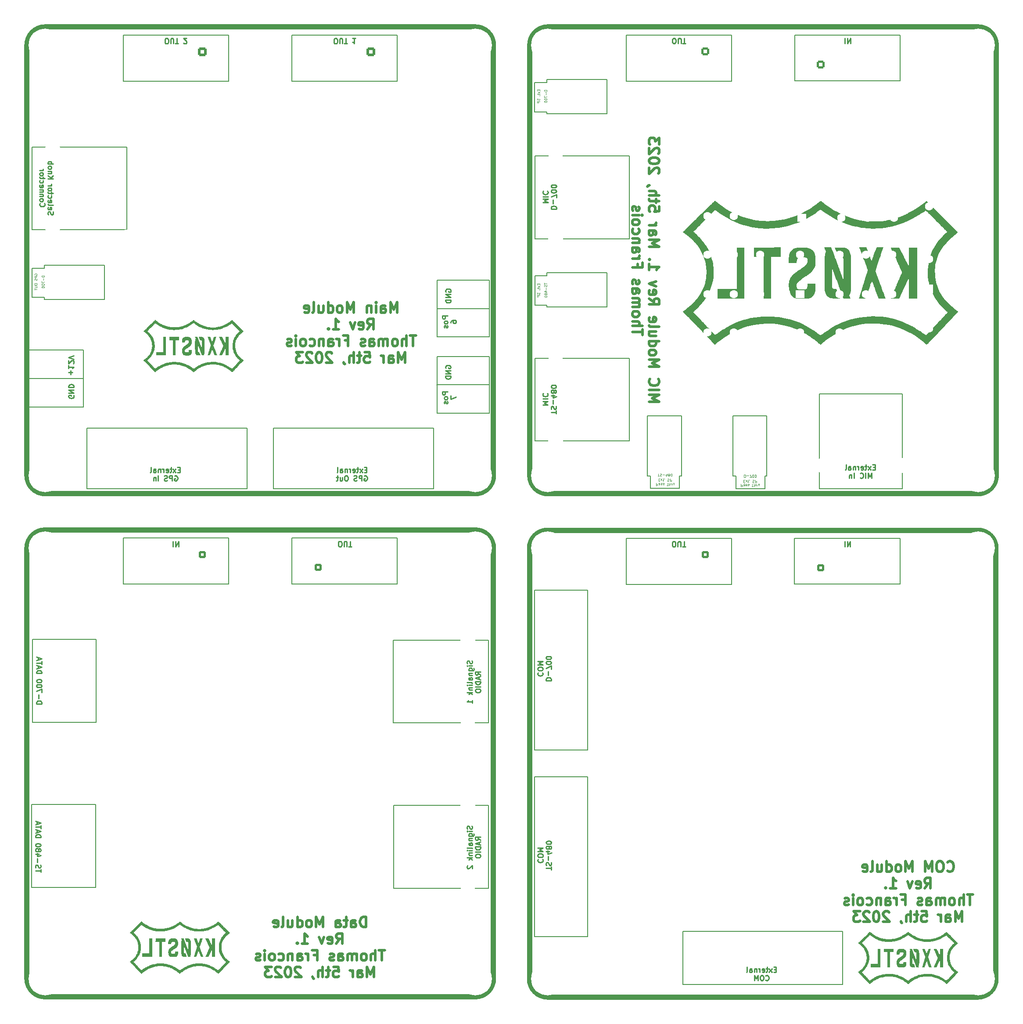
<source format=gbo>
G04 #@! TF.GenerationSoftware,KiCad,Pcbnew,(6.0.1)*
G04 #@! TF.CreationDate,2023-03-04T23:45:46-05:00*
G04 #@! TF.ProjectId,InterfaceModule,496e7465-7266-4616-9365-4d6f64756c65,rev?*
G04 #@! TF.SameCoordinates,Original*
G04 #@! TF.FileFunction,Legend,Bot*
G04 #@! TF.FilePolarity,Positive*
%FSLAX46Y46*%
G04 Gerber Fmt 4.6, Leading zero omitted, Abs format (unit mm)*
G04 Created by KiCad (PCBNEW (6.0.1)) date 2023-03-04 23:45:46*
%MOMM*%
%LPD*%
G01*
G04 APERTURE LIST*
G04 Aperture macros list*
%AMRoundRect*
0 Rectangle with rounded corners*
0 $1 Rounding radius*
0 $2 $3 $4 $5 $6 $7 $8 $9 X,Y pos of 4 corners*
0 Add a 4 corners polygon primitive as box body*
4,1,4,$2,$3,$4,$5,$6,$7,$8,$9,$2,$3,0*
0 Add four circle primitives for the rounded corners*
1,1,$1+$1,$2,$3*
1,1,$1+$1,$4,$5*
1,1,$1+$1,$6,$7*
1,1,$1+$1,$8,$9*
0 Add four rect primitives between the rounded corners*
20,1,$1+$1,$2,$3,$4,$5,0*
20,1,$1+$1,$4,$5,$6,$7,0*
20,1,$1+$1,$6,$7,$8,$9,0*
20,1,$1+$1,$8,$9,$2,$3,0*%
%AMRotRect*
0 Rectangle, with rotation*
0 The origin of the aperture is its center*
0 $1 length*
0 $2 width*
0 $3 Rotation angle, in degrees counterclockwise*
0 Add horizontal line*
21,1,$1,$2,0,0,$3*%
G04 Aperture macros list end*
%ADD10C,1.000000*%
%ADD11C,0.150000*%
%ADD12C,0.500000*%
%ADD13C,0.125000*%
%ADD14C,0.250000*%
%ADD15C,1.600000*%
%ADD16R,1.600000X1.800000*%
%ADD17O,1.600000X1.600000*%
%ADD18R,1.800000X1.800000*%
%ADD19O,1.800000X1.800000*%
%ADD20R,1.600000X1.600000*%
%ADD21O,3.500000X2.000000*%
%ADD22O,2.000000X4.000000*%
%ADD23C,1.800000*%
%ADD24C,6.400000*%
%ADD25RoundRect,0.205883X-0.494117X0.494117X-0.494117X-0.494117X0.494117X-0.494117X0.494117X0.494117X0*%
%ADD26C,1.400000*%
%ADD27RoundRect,0.205883X0.494117X-0.494117X0.494117X0.494117X-0.494117X0.494117X-0.494117X-0.494117X0*%
%ADD28C,0.500000*%
%ADD29R,1.800000X1.600000*%
%ADD30C,0.700000*%
%ADD31C,2.000000*%
%ADD32C,3.250000*%
%ADD33R,1.500000X1.500000*%
%ADD34C,1.500000*%
%ADD35C,3.000000*%
%ADD36C,2.010000*%
%ADD37C,4.000000*%
%ADD38R,2.600000X2.600000*%
%ADD39C,2.600000*%
%ADD40RoundRect,0.220589X-0.529411X0.529411X-0.529411X-0.529411X0.529411X-0.529411X0.529411X0.529411X0*%
%ADD41RoundRect,0.220589X0.529411X-0.529411X0.529411X0.529411X-0.529411X0.529411X-0.529411X-0.529411X0*%
%ADD42RoundRect,0.250000X-0.600000X0.600000X-0.600000X-0.600000X0.600000X-0.600000X0.600000X0.600000X0*%
%ADD43C,1.700000*%
%ADD44R,1.000000X1.000000*%
%ADD45RotRect,1.000000X1.000000X315.000000*%
G04 APERTURE END LIST*
D10*
X97000001Y-197500001D02*
G75*
G03*
X100500001Y-194000001I-3J3500003D01*
G01*
D11*
X136367750Y-99500000D02*
X130767750Y-99500000D01*
X152853228Y-97078877D02*
X152850000Y-99550000D01*
D10*
X193950001Y-197550001D02*
G75*
G03*
X197450001Y-194050001I-3J3500003D01*
G01*
D11*
X99700000Y-84978877D02*
X89594170Y-84978877D01*
X89594170Y-84978877D02*
X89594170Y-74044386D01*
X89594170Y-74044386D02*
X99700000Y-74044386D01*
X99700000Y-74044386D02*
X99700000Y-84978877D01*
D10*
X14000001Y-10499999D02*
G75*
G03*
X10500001Y-13999999I3J-3500003D01*
G01*
D11*
X110819108Y-64517833D02*
X110819108Y-64117833D01*
X122419108Y-57917833D02*
X122419108Y-64517833D01*
X136367750Y-97071430D02*
X136367750Y-99500000D01*
D10*
X197450000Y-111050002D02*
G75*
G03*
X193950000Y-107550002I-3500003J-3D01*
G01*
D11*
X22075636Y-87900684D02*
X52942323Y-87900684D01*
X52942323Y-87900684D02*
X52942323Y-99543472D01*
X52942323Y-99543472D02*
X22075636Y-99543472D01*
X22075636Y-99543472D02*
X22075636Y-87900684D01*
D10*
X97000001Y-197500001D02*
X14000002Y-197500000D01*
D11*
X99708945Y-70277141D02*
X89603115Y-70277141D01*
X89603115Y-70277141D02*
X89603115Y-59342650D01*
X89603115Y-59342650D02*
X99708945Y-59342650D01*
X99708945Y-59342650D02*
X99708945Y-70277141D01*
D10*
X111000001Y-10499999D02*
X194000000Y-10500000D01*
D11*
X122419108Y-64517833D02*
X110819108Y-64517833D01*
X108500000Y-64117833D02*
X108500000Y-58517833D01*
X147250000Y-99550000D02*
X147253228Y-97078877D01*
X13831511Y-63018575D02*
X13831511Y-62618575D01*
X147253228Y-97078877D02*
X146653228Y-97078877D01*
X110800001Y-27262500D02*
X110800001Y-26862500D01*
X130767750Y-97071430D02*
X130167750Y-97071430D01*
D10*
X197500000Y-14000000D02*
G75*
G03*
X194000000Y-10500000I-3500003J-3D01*
G01*
D11*
X29071832Y-109064419D02*
X49438788Y-109064419D01*
X49438788Y-109064419D02*
X49438788Y-117937931D01*
X49438788Y-117937931D02*
X29071832Y-117937931D01*
X29071832Y-117937931D02*
X29071832Y-109064419D01*
X136767750Y-85471430D02*
X136767750Y-97071430D01*
D10*
X100500000Y-111000002D02*
X100500001Y-194000001D01*
D11*
X130167750Y-85471431D02*
X136767750Y-85471430D01*
X110819108Y-58517833D02*
X110819108Y-57917833D01*
D10*
X10500002Y-194000000D02*
X10500001Y-111000001D01*
D11*
X23772706Y-176446372D02*
X11422706Y-176446372D01*
X11422706Y-176446372D02*
X11422706Y-160452573D01*
X11422706Y-160452573D02*
X23772706Y-160452573D01*
X23772706Y-160452573D02*
X23772706Y-176446372D01*
D10*
X194000001Y-100499999D02*
G75*
G03*
X197500001Y-96999999I-3J3500003D01*
G01*
D11*
X163383982Y-99576518D02*
X163383982Y-81229924D01*
X163383982Y-81229924D02*
X179334048Y-81229924D01*
X179334048Y-81229924D02*
X179334048Y-99576518D01*
X179334048Y-99576518D02*
X163383982Y-99576518D01*
X99700000Y-79511631D02*
X89583624Y-79511632D01*
X126108681Y-12068025D02*
X146475637Y-12068025D01*
X146475637Y-12068025D02*
X146475637Y-20941537D01*
X146475637Y-20941537D02*
X126108681Y-20941537D01*
X126108681Y-20941537D02*
X126108681Y-12068025D01*
X122400001Y-27262500D02*
X110800001Y-27262500D01*
X61574190Y-12067707D02*
X81941146Y-12067707D01*
X81941146Y-12067707D02*
X81941146Y-20941219D01*
X81941146Y-20941219D02*
X61574190Y-20941219D01*
X61574190Y-20941219D02*
X61574190Y-12067707D01*
X118692788Y-155069166D02*
X118692788Y-185935853D01*
X118692788Y-185935853D02*
X108400000Y-185935853D01*
X108400000Y-185935853D02*
X108400000Y-155069166D01*
X108400000Y-155069166D02*
X118692788Y-155069166D01*
X13831511Y-57018575D02*
X13831511Y-56418575D01*
X158605640Y-12047418D02*
X178972596Y-12047418D01*
X178972596Y-12047418D02*
X178972596Y-20920930D01*
X178972596Y-20920930D02*
X158605640Y-20920930D01*
X158605640Y-20920930D02*
X158605640Y-12047418D01*
D10*
X14000001Y-10499999D02*
X97000000Y-10500000D01*
X14000001Y-107500001D02*
G75*
G03*
X10500001Y-111000001I3J-3500003D01*
G01*
D11*
X25431511Y-63018575D02*
X13831511Y-63018575D01*
D10*
X111000001Y-10499999D02*
G75*
G03*
X107500001Y-13999999I3J-3500003D01*
G01*
D11*
X118692788Y-119080826D02*
X118692788Y-149947513D01*
X118692788Y-149947513D02*
X108400000Y-149947513D01*
X108400000Y-149947513D02*
X108400000Y-119080826D01*
X108400000Y-119080826D02*
X118692788Y-119080826D01*
X146653228Y-97078877D02*
X146653228Y-85478878D01*
X152850000Y-99550000D02*
X147250000Y-99550000D01*
X11450000Y-57018575D02*
X13831511Y-57018575D01*
X108400000Y-26862500D02*
X108400000Y-21262500D01*
X110819108Y-64117833D02*
X108500000Y-64117833D01*
X99500000Y-144686417D02*
X81153406Y-144686417D01*
X81153406Y-144686417D02*
X81153406Y-128736351D01*
X81153406Y-128736351D02*
X99500000Y-128736351D01*
X99500000Y-128736351D02*
X99500000Y-144686417D01*
X108500000Y-35391591D02*
X126696594Y-35391591D01*
X126696594Y-35391591D02*
X126696594Y-51341657D01*
X126696594Y-51341657D02*
X108500000Y-51341657D01*
X108500000Y-51341657D02*
X108500000Y-35391591D01*
D10*
X100500000Y-14000000D02*
G75*
G03*
X97000000Y-10500000I-3500003J-3D01*
G01*
D11*
X23800001Y-144556297D02*
X11550001Y-144556297D01*
X11550001Y-144556297D02*
X11550001Y-128562498D01*
X11550001Y-128562498D02*
X23800001Y-128562498D01*
X23800001Y-128562498D02*
X23800001Y-144556297D01*
X122400001Y-20662500D02*
X122400001Y-27262500D01*
X158579138Y-109082037D02*
X178946094Y-109082037D01*
X178946094Y-109082037D02*
X178946094Y-117955549D01*
X178946094Y-117955549D02*
X158579138Y-117955549D01*
X158579138Y-117955549D02*
X158579138Y-109082037D01*
X13831511Y-62618575D02*
X11450000Y-62618575D01*
D10*
X110950001Y-107550001D02*
G75*
G03*
X107450001Y-111050001I3J-3500003D01*
G01*
D11*
X110800001Y-21262500D02*
X110800001Y-20662500D01*
X29077231Y-12088314D02*
X49444187Y-12088314D01*
X49444187Y-12088314D02*
X49444187Y-20961826D01*
X49444187Y-20961826D02*
X29077231Y-20961826D01*
X29077231Y-20961826D02*
X29077231Y-12088314D01*
D10*
X107450002Y-194050000D02*
G75*
G03*
X110950002Y-197550000I3500003J3D01*
G01*
D11*
X25431511Y-56418575D02*
X25431511Y-63018575D01*
X108400000Y-21262500D02*
X110800001Y-21262500D01*
D10*
X100500000Y-111000002D02*
G75*
G03*
X97000000Y-107500002I-3500003J-3D01*
G01*
D11*
X110800001Y-26862500D02*
X108400000Y-26862500D01*
X99700000Y-64809895D02*
X89603115Y-64809896D01*
X152853228Y-97078877D02*
X153253228Y-97078877D01*
X110800001Y-20662500D02*
X122400001Y-20662500D01*
D10*
X194000001Y-100500001D02*
X111000002Y-100500000D01*
X10500002Y-194000000D02*
G75*
G03*
X14000002Y-197500000I3500003J3D01*
G01*
X107450002Y-194050000D02*
X107450001Y-111050001D01*
X110950001Y-107550001D02*
X193950000Y-107550002D01*
X107500002Y-96999998D02*
G75*
G03*
X111000002Y-100499998I3500003J3D01*
G01*
D11*
X10894171Y-78295255D02*
X21400001Y-78295254D01*
X13831511Y-56418575D02*
X25431511Y-56418575D01*
X61568791Y-109043812D02*
X81935747Y-109043812D01*
X81935747Y-109043812D02*
X81935747Y-117917324D01*
X81935747Y-117917324D02*
X61568791Y-117917324D01*
X61568791Y-117917324D02*
X61568791Y-109043812D01*
D10*
X107500002Y-96999998D02*
X107500001Y-13999999D01*
D11*
X108479375Y-74375716D02*
X126675969Y-74375716D01*
X126675969Y-74375716D02*
X126675969Y-90325782D01*
X126675969Y-90325782D02*
X108479375Y-90325782D01*
X108479375Y-90325782D02*
X108479375Y-74375716D01*
X153253228Y-85478877D02*
X153253228Y-97078877D01*
D10*
X97000001Y-100499999D02*
X14000002Y-100499998D01*
D11*
X136367750Y-97071430D02*
X136767750Y-97071430D01*
D10*
X197450000Y-111050002D02*
X197450001Y-194050001D01*
D11*
X58084115Y-87880612D02*
X88950802Y-87880612D01*
X88950802Y-87880612D02*
X88950802Y-99573400D01*
X88950802Y-99573400D02*
X58084115Y-99573400D01*
X58084115Y-99573400D02*
X58084115Y-87880612D01*
D10*
X97000001Y-100499999D02*
G75*
G03*
X100500001Y-96999999I-3J3500003D01*
G01*
D11*
X108500000Y-58517833D02*
X110819108Y-58517833D01*
X130767750Y-99500000D02*
X130767750Y-97071430D01*
X126082179Y-109102644D02*
X146449135Y-109102644D01*
X146449135Y-109102644D02*
X146449135Y-117976156D01*
X146449135Y-117976156D02*
X126082179Y-117976156D01*
X126082179Y-117976156D02*
X126082179Y-109102644D01*
X110819108Y-57917833D02*
X122419108Y-57917833D01*
X11450000Y-62618575D02*
X11450000Y-57018575D01*
X137000000Y-184857212D02*
X167866687Y-184857212D01*
X167866687Y-184857212D02*
X167866687Y-195150000D01*
X167866687Y-195150000D02*
X137000000Y-195150000D01*
X137000000Y-195150000D02*
X137000000Y-184857212D01*
D10*
X14000001Y-107500001D02*
X97000000Y-107500002D01*
X193950001Y-197550001D02*
X110950002Y-197550000D01*
D11*
X11450000Y-33670377D02*
X29796594Y-33670377D01*
X29796594Y-33670377D02*
X29796594Y-49620443D01*
X29796594Y-49620443D02*
X11450000Y-49620443D01*
X11450000Y-49620443D02*
X11450000Y-33670377D01*
D10*
X197500000Y-14000000D02*
X197500001Y-96999999D01*
X100500000Y-14000000D02*
X100500001Y-96999999D01*
D11*
X146653228Y-85478878D02*
X153253228Y-85478877D01*
D10*
X10500001Y-96999998D02*
X10500000Y-13999999D01*
D11*
X130167750Y-97071430D02*
X130167750Y-85471431D01*
D10*
X10500002Y-96999998D02*
G75*
G03*
X14000002Y-100499998I3500003J3D01*
G01*
D11*
X99550000Y-176567155D02*
X81203406Y-176567155D01*
X81203406Y-176567155D02*
X81203406Y-160617089D01*
X81203406Y-160617089D02*
X99550000Y-160617089D01*
X99550000Y-160617089D02*
X99550000Y-176567155D01*
X10894171Y-72828009D02*
X21400001Y-72828009D01*
X21400001Y-72828009D02*
X21400001Y-83762500D01*
X21400001Y-83762500D02*
X10894171Y-83762500D01*
X10894171Y-83762500D02*
X10894171Y-72828009D01*
D12*
X75904761Y-184074761D02*
X75904761Y-182074761D01*
X75428571Y-182074761D01*
X75142857Y-182170000D01*
X74952380Y-182360476D01*
X74857142Y-182550952D01*
X74761904Y-182931904D01*
X74761904Y-183217619D01*
X74857142Y-183598571D01*
X74952380Y-183789047D01*
X75142857Y-183979523D01*
X75428571Y-184074761D01*
X75904761Y-184074761D01*
X73047619Y-184074761D02*
X73047619Y-183027142D01*
X73142857Y-182836666D01*
X73333333Y-182741428D01*
X73714285Y-182741428D01*
X73904761Y-182836666D01*
X73047619Y-183979523D02*
X73238095Y-184074761D01*
X73714285Y-184074761D01*
X73904761Y-183979523D01*
X74000000Y-183789047D01*
X74000000Y-183598571D01*
X73904761Y-183408095D01*
X73714285Y-183312857D01*
X73238095Y-183312857D01*
X73047619Y-183217619D01*
X72380952Y-182741428D02*
X71619047Y-182741428D01*
X72095238Y-182074761D02*
X72095238Y-183789047D01*
X72000000Y-183979523D01*
X71809523Y-184074761D01*
X71619047Y-184074761D01*
X70095238Y-184074761D02*
X70095238Y-183027142D01*
X70190476Y-182836666D01*
X70380952Y-182741428D01*
X70761904Y-182741428D01*
X70952380Y-182836666D01*
X70095238Y-183979523D02*
X70285714Y-184074761D01*
X70761904Y-184074761D01*
X70952380Y-183979523D01*
X71047619Y-183789047D01*
X71047619Y-183598571D01*
X70952380Y-183408095D01*
X70761904Y-183312857D01*
X70285714Y-183312857D01*
X70095238Y-183217619D01*
X67619047Y-184074761D02*
X67619047Y-182074761D01*
X66952380Y-183503333D01*
X66285714Y-182074761D01*
X66285714Y-184074761D01*
X65047619Y-184074761D02*
X65238095Y-183979523D01*
X65333333Y-183884285D01*
X65428571Y-183693809D01*
X65428571Y-183122380D01*
X65333333Y-182931904D01*
X65238095Y-182836666D01*
X65047619Y-182741428D01*
X64761904Y-182741428D01*
X64571428Y-182836666D01*
X64476190Y-182931904D01*
X64380952Y-183122380D01*
X64380952Y-183693809D01*
X64476190Y-183884285D01*
X64571428Y-183979523D01*
X64761904Y-184074761D01*
X65047619Y-184074761D01*
X62666666Y-184074761D02*
X62666666Y-182074761D01*
X62666666Y-183979523D02*
X62857142Y-184074761D01*
X63238095Y-184074761D01*
X63428571Y-183979523D01*
X63523809Y-183884285D01*
X63619047Y-183693809D01*
X63619047Y-183122380D01*
X63523809Y-182931904D01*
X63428571Y-182836666D01*
X63238095Y-182741428D01*
X62857142Y-182741428D01*
X62666666Y-182836666D01*
X60857142Y-182741428D02*
X60857142Y-184074761D01*
X61714285Y-182741428D02*
X61714285Y-183789047D01*
X61619047Y-183979523D01*
X61428571Y-184074761D01*
X61142857Y-184074761D01*
X60952380Y-183979523D01*
X60857142Y-183884285D01*
X59619047Y-184074761D02*
X59809523Y-183979523D01*
X59904761Y-183789047D01*
X59904761Y-182074761D01*
X58095238Y-183979523D02*
X58285714Y-184074761D01*
X58666666Y-184074761D01*
X58857142Y-183979523D01*
X58952380Y-183789047D01*
X58952380Y-183027142D01*
X58857142Y-182836666D01*
X58666666Y-182741428D01*
X58285714Y-182741428D01*
X58095238Y-182836666D01*
X58000000Y-183027142D01*
X58000000Y-183217619D01*
X58952380Y-183408095D01*
X70190476Y-187294761D02*
X70857142Y-186342380D01*
X71333333Y-187294761D02*
X71333333Y-185294761D01*
X70571428Y-185294761D01*
X70380952Y-185390000D01*
X70285714Y-185485238D01*
X70190476Y-185675714D01*
X70190476Y-185961428D01*
X70285714Y-186151904D01*
X70380952Y-186247142D01*
X70571428Y-186342380D01*
X71333333Y-186342380D01*
X68571428Y-187199523D02*
X68761904Y-187294761D01*
X69142857Y-187294761D01*
X69333333Y-187199523D01*
X69428571Y-187009047D01*
X69428571Y-186247142D01*
X69333333Y-186056666D01*
X69142857Y-185961428D01*
X68761904Y-185961428D01*
X68571428Y-186056666D01*
X68476190Y-186247142D01*
X68476190Y-186437619D01*
X69428571Y-186628095D01*
X67809523Y-185961428D02*
X67333333Y-187294761D01*
X66857142Y-185961428D01*
X63523809Y-187294761D02*
X64666666Y-187294761D01*
X64095238Y-187294761D02*
X64095238Y-185294761D01*
X64285714Y-185580476D01*
X64476190Y-185770952D01*
X64666666Y-185866190D01*
X62666666Y-187104285D02*
X62571428Y-187199523D01*
X62666666Y-187294761D01*
X62761904Y-187199523D01*
X62666666Y-187104285D01*
X62666666Y-187294761D01*
X79523809Y-188514761D02*
X78380952Y-188514761D01*
X78952380Y-190514761D02*
X78952380Y-188514761D01*
X77714285Y-190514761D02*
X77714285Y-188514761D01*
X76857142Y-190514761D02*
X76857142Y-189467142D01*
X76952380Y-189276666D01*
X77142857Y-189181428D01*
X77428571Y-189181428D01*
X77619047Y-189276666D01*
X77714285Y-189371904D01*
X75619047Y-190514761D02*
X75809523Y-190419523D01*
X75904761Y-190324285D01*
X76000000Y-190133809D01*
X76000000Y-189562380D01*
X75904761Y-189371904D01*
X75809523Y-189276666D01*
X75619047Y-189181428D01*
X75333333Y-189181428D01*
X75142857Y-189276666D01*
X75047619Y-189371904D01*
X74952380Y-189562380D01*
X74952380Y-190133809D01*
X75047619Y-190324285D01*
X75142857Y-190419523D01*
X75333333Y-190514761D01*
X75619047Y-190514761D01*
X74095238Y-190514761D02*
X74095238Y-189181428D01*
X74095238Y-189371904D02*
X74000000Y-189276666D01*
X73809523Y-189181428D01*
X73523809Y-189181428D01*
X73333333Y-189276666D01*
X73238095Y-189467142D01*
X73238095Y-190514761D01*
X73238095Y-189467142D02*
X73142857Y-189276666D01*
X72952380Y-189181428D01*
X72666666Y-189181428D01*
X72476190Y-189276666D01*
X72380952Y-189467142D01*
X72380952Y-190514761D01*
X70571428Y-190514761D02*
X70571428Y-189467142D01*
X70666666Y-189276666D01*
X70857142Y-189181428D01*
X71238095Y-189181428D01*
X71428571Y-189276666D01*
X70571428Y-190419523D02*
X70761904Y-190514761D01*
X71238095Y-190514761D01*
X71428571Y-190419523D01*
X71523809Y-190229047D01*
X71523809Y-190038571D01*
X71428571Y-189848095D01*
X71238095Y-189752857D01*
X70761904Y-189752857D01*
X70571428Y-189657619D01*
X69714285Y-190419523D02*
X69523809Y-190514761D01*
X69142857Y-190514761D01*
X68952380Y-190419523D01*
X68857142Y-190229047D01*
X68857142Y-190133809D01*
X68952380Y-189943333D01*
X69142857Y-189848095D01*
X69428571Y-189848095D01*
X69619047Y-189752857D01*
X69714285Y-189562380D01*
X69714285Y-189467142D01*
X69619047Y-189276666D01*
X69428571Y-189181428D01*
X69142857Y-189181428D01*
X68952380Y-189276666D01*
X65809523Y-189467142D02*
X66476190Y-189467142D01*
X66476190Y-190514761D02*
X66476190Y-188514761D01*
X65523809Y-188514761D01*
X64761904Y-190514761D02*
X64761904Y-189181428D01*
X64761904Y-189562380D02*
X64666666Y-189371904D01*
X64571428Y-189276666D01*
X64380952Y-189181428D01*
X64190476Y-189181428D01*
X62666666Y-190514761D02*
X62666666Y-189467142D01*
X62761904Y-189276666D01*
X62952380Y-189181428D01*
X63333333Y-189181428D01*
X63523809Y-189276666D01*
X62666666Y-190419523D02*
X62857142Y-190514761D01*
X63333333Y-190514761D01*
X63523809Y-190419523D01*
X63619047Y-190229047D01*
X63619047Y-190038571D01*
X63523809Y-189848095D01*
X63333333Y-189752857D01*
X62857142Y-189752857D01*
X62666666Y-189657619D01*
X61714285Y-189181428D02*
X61714285Y-190514761D01*
X61714285Y-189371904D02*
X61619047Y-189276666D01*
X61428571Y-189181428D01*
X61142857Y-189181428D01*
X60952380Y-189276666D01*
X60857142Y-189467142D01*
X60857142Y-190514761D01*
X59047619Y-190419523D02*
X59238095Y-190514761D01*
X59619047Y-190514761D01*
X59809523Y-190419523D01*
X59904761Y-190324285D01*
X60000000Y-190133809D01*
X60000000Y-189562380D01*
X59904761Y-189371904D01*
X59809523Y-189276666D01*
X59619047Y-189181428D01*
X59238095Y-189181428D01*
X59047619Y-189276666D01*
X57904761Y-190514761D02*
X58095238Y-190419523D01*
X58190476Y-190324285D01*
X58285714Y-190133809D01*
X58285714Y-189562380D01*
X58190476Y-189371904D01*
X58095238Y-189276666D01*
X57904761Y-189181428D01*
X57619047Y-189181428D01*
X57428571Y-189276666D01*
X57333333Y-189371904D01*
X57238095Y-189562380D01*
X57238095Y-190133809D01*
X57333333Y-190324285D01*
X57428571Y-190419523D01*
X57619047Y-190514761D01*
X57904761Y-190514761D01*
X56380952Y-190514761D02*
X56380952Y-189181428D01*
X56380952Y-188514761D02*
X56476190Y-188610000D01*
X56380952Y-188705238D01*
X56285714Y-188610000D01*
X56380952Y-188514761D01*
X56380952Y-188705238D01*
X55523809Y-190419523D02*
X55333333Y-190514761D01*
X54952380Y-190514761D01*
X54761904Y-190419523D01*
X54666666Y-190229047D01*
X54666666Y-190133809D01*
X54761904Y-189943333D01*
X54952380Y-189848095D01*
X55238095Y-189848095D01*
X55428571Y-189752857D01*
X55523809Y-189562380D01*
X55523809Y-189467142D01*
X55428571Y-189276666D01*
X55238095Y-189181428D01*
X54952380Y-189181428D01*
X54761904Y-189276666D01*
X77428571Y-193734761D02*
X77428571Y-191734761D01*
X76761904Y-193163333D01*
X76095238Y-191734761D01*
X76095238Y-193734761D01*
X74285714Y-193734761D02*
X74285714Y-192687142D01*
X74380952Y-192496666D01*
X74571428Y-192401428D01*
X74952380Y-192401428D01*
X75142857Y-192496666D01*
X74285714Y-193639523D02*
X74476190Y-193734761D01*
X74952380Y-193734761D01*
X75142857Y-193639523D01*
X75238095Y-193449047D01*
X75238095Y-193258571D01*
X75142857Y-193068095D01*
X74952380Y-192972857D01*
X74476190Y-192972857D01*
X74285714Y-192877619D01*
X73333333Y-193734761D02*
X73333333Y-192401428D01*
X73333333Y-192782380D02*
X73238095Y-192591904D01*
X73142857Y-192496666D01*
X72952380Y-192401428D01*
X72761904Y-192401428D01*
X69619047Y-191734761D02*
X70571428Y-191734761D01*
X70666666Y-192687142D01*
X70571428Y-192591904D01*
X70380952Y-192496666D01*
X69904761Y-192496666D01*
X69714285Y-192591904D01*
X69619047Y-192687142D01*
X69523809Y-192877619D01*
X69523809Y-193353809D01*
X69619047Y-193544285D01*
X69714285Y-193639523D01*
X69904761Y-193734761D01*
X70380952Y-193734761D01*
X70571428Y-193639523D01*
X70666666Y-193544285D01*
X68952380Y-192401428D02*
X68190476Y-192401428D01*
X68666666Y-191734761D02*
X68666666Y-193449047D01*
X68571428Y-193639523D01*
X68380952Y-193734761D01*
X68190476Y-193734761D01*
X67523809Y-193734761D02*
X67523809Y-191734761D01*
X66666666Y-193734761D02*
X66666666Y-192687142D01*
X66761904Y-192496666D01*
X66952380Y-192401428D01*
X67238095Y-192401428D01*
X67428571Y-192496666D01*
X67523809Y-192591904D01*
X65619047Y-193639523D02*
X65619047Y-193734761D01*
X65714285Y-193925238D01*
X65809523Y-194020476D01*
X63333333Y-191925238D02*
X63238095Y-191830000D01*
X63047619Y-191734761D01*
X62571428Y-191734761D01*
X62380952Y-191830000D01*
X62285714Y-191925238D01*
X62190476Y-192115714D01*
X62190476Y-192306190D01*
X62285714Y-192591904D01*
X63428571Y-193734761D01*
X62190476Y-193734761D01*
X60952380Y-191734761D02*
X60761904Y-191734761D01*
X60571428Y-191830000D01*
X60476190Y-191925238D01*
X60380952Y-192115714D01*
X60285714Y-192496666D01*
X60285714Y-192972857D01*
X60380952Y-193353809D01*
X60476190Y-193544285D01*
X60571428Y-193639523D01*
X60761904Y-193734761D01*
X60952380Y-193734761D01*
X61142857Y-193639523D01*
X61238095Y-193544285D01*
X61333333Y-193353809D01*
X61428571Y-192972857D01*
X61428571Y-192496666D01*
X61333333Y-192115714D01*
X61238095Y-191925238D01*
X61142857Y-191830000D01*
X60952380Y-191734761D01*
X59523809Y-191925238D02*
X59428571Y-191830000D01*
X59238095Y-191734761D01*
X58761904Y-191734761D01*
X58571428Y-191830000D01*
X58476190Y-191925238D01*
X58380952Y-192115714D01*
X58380952Y-192306190D01*
X58476190Y-192591904D01*
X59619047Y-193734761D01*
X58380952Y-193734761D01*
X57714285Y-191734761D02*
X56476190Y-191734761D01*
X57142857Y-192496666D01*
X56857142Y-192496666D01*
X56666666Y-192591904D01*
X56571428Y-192687142D01*
X56476190Y-192877619D01*
X56476190Y-193353809D01*
X56571428Y-193544285D01*
X56666666Y-193639523D01*
X56857142Y-193734761D01*
X57428571Y-193734761D01*
X57619047Y-193639523D01*
X57714285Y-193544285D01*
D13*
X110326191Y-59857738D02*
X110326191Y-60143452D01*
X110826191Y-60000595D02*
X110326191Y-60000595D01*
X110802381Y-60286309D02*
X110826191Y-60357738D01*
X110826191Y-60476785D01*
X110802381Y-60524404D01*
X110778572Y-60548214D01*
X110730953Y-60572023D01*
X110683334Y-60572023D01*
X110635715Y-60548214D01*
X110611905Y-60524404D01*
X110588096Y-60476785D01*
X110564286Y-60381547D01*
X110540477Y-60333928D01*
X110516667Y-60310119D01*
X110469048Y-60286309D01*
X110421429Y-60286309D01*
X110373810Y-60310119D01*
X110350001Y-60333928D01*
X110326191Y-60381547D01*
X110326191Y-60500595D01*
X110350001Y-60572023D01*
X110635715Y-60786309D02*
X110635715Y-61167261D01*
X110492858Y-61619642D02*
X110826191Y-61619642D01*
X110302381Y-61500595D02*
X110659524Y-61381547D01*
X110659524Y-61691071D01*
X110540477Y-61952976D02*
X110516667Y-61905357D01*
X110492858Y-61881547D01*
X110445239Y-61857738D01*
X110421429Y-61857738D01*
X110373810Y-61881547D01*
X110350001Y-61905357D01*
X110326191Y-61952976D01*
X110326191Y-62048214D01*
X110350001Y-62095833D01*
X110373810Y-62119642D01*
X110421429Y-62143452D01*
X110445239Y-62143452D01*
X110492858Y-62119642D01*
X110516667Y-62095833D01*
X110540477Y-62048214D01*
X110540477Y-61952976D01*
X110564286Y-61905357D01*
X110588096Y-61881547D01*
X110635715Y-61857738D01*
X110730953Y-61857738D01*
X110778572Y-61881547D01*
X110802381Y-61905357D01*
X110826191Y-61952976D01*
X110826191Y-62048214D01*
X110802381Y-62095833D01*
X110778572Y-62119642D01*
X110730953Y-62143452D01*
X110635715Y-62143452D01*
X110588096Y-62119642D01*
X110564286Y-62095833D01*
X110540477Y-62048214D01*
X110326191Y-62452976D02*
X110326191Y-62500595D01*
X110350001Y-62548214D01*
X110373810Y-62572023D01*
X110421429Y-62595833D01*
X110516667Y-62619642D01*
X110635715Y-62619642D01*
X110730953Y-62595833D01*
X110778572Y-62572023D01*
X110802381Y-62548214D01*
X110826191Y-62500595D01*
X110826191Y-62452976D01*
X110802381Y-62405357D01*
X110778572Y-62381547D01*
X110730953Y-62357738D01*
X110635715Y-62333928D01*
X110516667Y-62333928D01*
X110421429Y-62357738D01*
X110373810Y-62381547D01*
X110350001Y-62405357D01*
X110326191Y-62452976D01*
D14*
X96347279Y-164579793D02*
X96394898Y-164722651D01*
X96394898Y-164960746D01*
X96347279Y-165055984D01*
X96299660Y-165103603D01*
X96204422Y-165151222D01*
X96109184Y-165151222D01*
X96013946Y-165103603D01*
X95966327Y-165055984D01*
X95918708Y-164960746D01*
X95871089Y-164770270D01*
X95823470Y-164675032D01*
X95775851Y-164627412D01*
X95680613Y-164579793D01*
X95585375Y-164579793D01*
X95490137Y-164627412D01*
X95442518Y-164675032D01*
X95394898Y-164770270D01*
X95394898Y-165008365D01*
X95442518Y-165151222D01*
X96394898Y-165579793D02*
X95728232Y-165579793D01*
X95394898Y-165579793D02*
X95442518Y-165532174D01*
X95490137Y-165579793D01*
X95442518Y-165627412D01*
X95394898Y-165579793D01*
X95490137Y-165579793D01*
X95728232Y-166484555D02*
X96537756Y-166484555D01*
X96632994Y-166436936D01*
X96680613Y-166389317D01*
X96728232Y-166294079D01*
X96728232Y-166151222D01*
X96680613Y-166055984D01*
X96347279Y-166484555D02*
X96394898Y-166389317D01*
X96394898Y-166198841D01*
X96347279Y-166103603D01*
X96299660Y-166055984D01*
X96204422Y-166008365D01*
X95918708Y-166008365D01*
X95823470Y-166055984D01*
X95775851Y-166103603D01*
X95728232Y-166198841D01*
X95728232Y-166389317D01*
X95775851Y-166484555D01*
X95728232Y-166960746D02*
X96394898Y-166960746D01*
X95823470Y-166960746D02*
X95775851Y-167008365D01*
X95728232Y-167103603D01*
X95728232Y-167246460D01*
X95775851Y-167341698D01*
X95871089Y-167389317D01*
X96394898Y-167389317D01*
X96394898Y-168294079D02*
X95871089Y-168294079D01*
X95775851Y-168246460D01*
X95728232Y-168151222D01*
X95728232Y-167960746D01*
X95775851Y-167865508D01*
X96347279Y-168294079D02*
X96394898Y-168198841D01*
X96394898Y-167960746D01*
X96347279Y-167865508D01*
X96252041Y-167817889D01*
X96156803Y-167817889D01*
X96061565Y-167865508D01*
X96013946Y-167960746D01*
X96013946Y-168198841D01*
X95966327Y-168294079D01*
X96394898Y-168913127D02*
X96347279Y-168817889D01*
X96252041Y-168770270D01*
X95394898Y-168770270D01*
X96394898Y-169294079D02*
X95728232Y-169294079D01*
X95394898Y-169294079D02*
X95442518Y-169246460D01*
X95490137Y-169294079D01*
X95442518Y-169341698D01*
X95394898Y-169294079D01*
X95490137Y-169294079D01*
X95728232Y-169770270D02*
X96394898Y-169770270D01*
X95823470Y-169770270D02*
X95775851Y-169817889D01*
X95728232Y-169913127D01*
X95728232Y-170055984D01*
X95775851Y-170151222D01*
X95871089Y-170198841D01*
X96394898Y-170198841D01*
X96394898Y-170675032D02*
X95394898Y-170675032D01*
X96013946Y-170770270D02*
X96394898Y-171055984D01*
X95728232Y-171055984D02*
X96109184Y-170675032D01*
X95490137Y-172198841D02*
X95442518Y-172246460D01*
X95394898Y-172341698D01*
X95394898Y-172579793D01*
X95442518Y-172675032D01*
X95490137Y-172722651D01*
X95585375Y-172770270D01*
X95680613Y-172770270D01*
X95823470Y-172722651D01*
X96394898Y-172151222D01*
X96394898Y-172770270D01*
X98004898Y-167294079D02*
X97528708Y-166960746D01*
X98004898Y-166722651D02*
X97004898Y-166722651D01*
X97004898Y-167103603D01*
X97052518Y-167198841D01*
X97100137Y-167246460D01*
X97195375Y-167294079D01*
X97338232Y-167294079D01*
X97433470Y-167246460D01*
X97481089Y-167198841D01*
X97528708Y-167103603D01*
X97528708Y-166722651D01*
X97719184Y-167675032D02*
X97719184Y-168151222D01*
X98004898Y-167579793D02*
X97004898Y-167913127D01*
X98004898Y-168246460D01*
X98004898Y-168579793D02*
X97004898Y-168579793D01*
X97004898Y-168817889D01*
X97052518Y-168960746D01*
X97147756Y-169055984D01*
X97242994Y-169103603D01*
X97433470Y-169151222D01*
X97576327Y-169151222D01*
X97766803Y-169103603D01*
X97862041Y-169055984D01*
X97957279Y-168960746D01*
X98004898Y-168817889D01*
X98004898Y-168579793D01*
X98004898Y-169579793D02*
X97004898Y-169579793D01*
X97004898Y-170246460D02*
X97004898Y-170436936D01*
X97052518Y-170532174D01*
X97147756Y-170627412D01*
X97338232Y-170675032D01*
X97671565Y-170675032D01*
X97862041Y-170627412D01*
X97957279Y-170532174D01*
X98004898Y-170436936D01*
X98004898Y-170246460D01*
X97957279Y-170151222D01*
X97862041Y-170055984D01*
X97671565Y-170008365D01*
X97338232Y-170008365D01*
X97147756Y-170055984D01*
X97052518Y-170151222D01*
X97004898Y-170246460D01*
X40009524Y-95886071D02*
X39676191Y-95886071D01*
X39533334Y-96409880D02*
X40009524Y-96409880D01*
X40009524Y-95409880D01*
X39533334Y-95409880D01*
X39200001Y-96409880D02*
X38676191Y-95743214D01*
X39200001Y-95743214D02*
X38676191Y-96409880D01*
X38438096Y-95743214D02*
X38057143Y-95743214D01*
X38295239Y-95409880D02*
X38295239Y-96267023D01*
X38247620Y-96362261D01*
X38152381Y-96409880D01*
X38057143Y-96409880D01*
X37342858Y-96362261D02*
X37438096Y-96409880D01*
X37628572Y-96409880D01*
X37723810Y-96362261D01*
X37771429Y-96267023D01*
X37771429Y-95886071D01*
X37723810Y-95790833D01*
X37628572Y-95743214D01*
X37438096Y-95743214D01*
X37342858Y-95790833D01*
X37295239Y-95886071D01*
X37295239Y-95981309D01*
X37771429Y-96076547D01*
X36866667Y-96409880D02*
X36866667Y-95743214D01*
X36866667Y-95933690D02*
X36819048Y-95838452D01*
X36771429Y-95790833D01*
X36676191Y-95743214D01*
X36580953Y-95743214D01*
X36247620Y-95743214D02*
X36247620Y-96409880D01*
X36247620Y-95838452D02*
X36200001Y-95790833D01*
X36104762Y-95743214D01*
X35961905Y-95743214D01*
X35866667Y-95790833D01*
X35819048Y-95886071D01*
X35819048Y-96409880D01*
X34914286Y-96409880D02*
X34914286Y-95886071D01*
X34961905Y-95790833D01*
X35057143Y-95743214D01*
X35247620Y-95743214D01*
X35342858Y-95790833D01*
X34914286Y-96362261D02*
X35009524Y-96409880D01*
X35247620Y-96409880D01*
X35342858Y-96362261D01*
X35390477Y-96267023D01*
X35390477Y-96171785D01*
X35342858Y-96076547D01*
X35247620Y-96028928D01*
X35009524Y-96028928D01*
X34914286Y-95981309D01*
X34295239Y-96409880D02*
X34390477Y-96362261D01*
X34438096Y-96267023D01*
X34438096Y-95409880D01*
X38985715Y-97067500D02*
X39080953Y-97019880D01*
X39223810Y-97019880D01*
X39366667Y-97067500D01*
X39461905Y-97162738D01*
X39509524Y-97257976D01*
X39557143Y-97448452D01*
X39557143Y-97591309D01*
X39509524Y-97781785D01*
X39461905Y-97877023D01*
X39366667Y-97972261D01*
X39223810Y-98019880D01*
X39128572Y-98019880D01*
X38985715Y-97972261D01*
X38938096Y-97924642D01*
X38938096Y-97591309D01*
X39128572Y-97591309D01*
X38509524Y-98019880D02*
X38509524Y-97019880D01*
X38128572Y-97019880D01*
X38033334Y-97067500D01*
X37985715Y-97115119D01*
X37938096Y-97210357D01*
X37938096Y-97353214D01*
X37985715Y-97448452D01*
X38033334Y-97496071D01*
X38128572Y-97543690D01*
X38509524Y-97543690D01*
X37557143Y-97972261D02*
X37414286Y-98019880D01*
X37176191Y-98019880D01*
X37080953Y-97972261D01*
X37033334Y-97924642D01*
X36985715Y-97829404D01*
X36985715Y-97734166D01*
X37033334Y-97638928D01*
X37080953Y-97591309D01*
X37176191Y-97543690D01*
X37366667Y-97496071D01*
X37461905Y-97448452D01*
X37509524Y-97400833D01*
X37557143Y-97305595D01*
X37557143Y-97210357D01*
X37509524Y-97115119D01*
X37461905Y-97067500D01*
X37366667Y-97019880D01*
X37128572Y-97019880D01*
X36985715Y-97067500D01*
X35795239Y-98019880D02*
X35795239Y-97019880D01*
X35319048Y-97353214D02*
X35319048Y-98019880D01*
X35319048Y-97448452D02*
X35271429Y-97400833D01*
X35176191Y-97353214D01*
X35033334Y-97353214D01*
X34938096Y-97400833D01*
X34890477Y-97496071D01*
X34890477Y-98019880D01*
X135204949Y-110724449D02*
X135395425Y-110724449D01*
X135490663Y-110676830D01*
X135585901Y-110581591D01*
X135633520Y-110391115D01*
X135633520Y-110057782D01*
X135585901Y-109867306D01*
X135490663Y-109772068D01*
X135395425Y-109724449D01*
X135204949Y-109724449D01*
X135109710Y-109772068D01*
X135014472Y-109867306D01*
X134966853Y-110057782D01*
X134966853Y-110391115D01*
X135014472Y-110581591D01*
X135109710Y-110676830D01*
X135204949Y-110724449D01*
X136062091Y-110724449D02*
X136062091Y-109914925D01*
X136109710Y-109819687D01*
X136157329Y-109772068D01*
X136252568Y-109724449D01*
X136443044Y-109724449D01*
X136538282Y-109772068D01*
X136585901Y-109819687D01*
X136633520Y-109914925D01*
X136633520Y-110724449D01*
X136966853Y-110724449D02*
X137538282Y-110724449D01*
X137252568Y-109724449D02*
X137252568Y-110724449D01*
D13*
X13857701Y-58463813D02*
X13357701Y-58463813D01*
X13357701Y-58582860D01*
X13381511Y-58654289D01*
X13429130Y-58701908D01*
X13476749Y-58725717D01*
X13571987Y-58749527D01*
X13643415Y-58749527D01*
X13738653Y-58725717D01*
X13786272Y-58701908D01*
X13833891Y-58654289D01*
X13857701Y-58582860D01*
X13857701Y-58463813D01*
X13667225Y-58963813D02*
X13667225Y-59344765D01*
X13357701Y-59535241D02*
X13357701Y-59868575D01*
X13857701Y-59654289D01*
X13357701Y-60154289D02*
X13357701Y-60201908D01*
X13381511Y-60249527D01*
X13405320Y-60273336D01*
X13452939Y-60297146D01*
X13548177Y-60320955D01*
X13667225Y-60320955D01*
X13762463Y-60297146D01*
X13810082Y-60273336D01*
X13833891Y-60249527D01*
X13857701Y-60201908D01*
X13857701Y-60154289D01*
X13833891Y-60106670D01*
X13810082Y-60082860D01*
X13762463Y-60059051D01*
X13667225Y-60035241D01*
X13548177Y-60035241D01*
X13452939Y-60059051D01*
X13405320Y-60082860D01*
X13381511Y-60106670D01*
X13357701Y-60154289D01*
X13357701Y-60630479D02*
X13357701Y-60678098D01*
X13381511Y-60725717D01*
X13405320Y-60749527D01*
X13452939Y-60773336D01*
X13548177Y-60797146D01*
X13667225Y-60797146D01*
X13762463Y-60773336D01*
X13810082Y-60749527D01*
X13833891Y-60725717D01*
X13857701Y-60678098D01*
X13857701Y-60630479D01*
X13833891Y-60582860D01*
X13810082Y-60559051D01*
X13762463Y-60535241D01*
X13667225Y-60511432D01*
X13548177Y-60511432D01*
X13452939Y-60535241D01*
X13405320Y-60559051D01*
X13381511Y-60582860D01*
X13357701Y-60630479D01*
X110826191Y-22707738D02*
X110326191Y-22707738D01*
X110326191Y-22826785D01*
X110350001Y-22898214D01*
X110397620Y-22945833D01*
X110445239Y-22969642D01*
X110540477Y-22993452D01*
X110611905Y-22993452D01*
X110707143Y-22969642D01*
X110754762Y-22945833D01*
X110802381Y-22898214D01*
X110826191Y-22826785D01*
X110826191Y-22707738D01*
X110635715Y-23207738D02*
X110635715Y-23588690D01*
X110326191Y-23779166D02*
X110326191Y-24112500D01*
X110826191Y-23898214D01*
X110326191Y-24398214D02*
X110326191Y-24445833D01*
X110350001Y-24493452D01*
X110373810Y-24517261D01*
X110421429Y-24541071D01*
X110516667Y-24564880D01*
X110635715Y-24564880D01*
X110730953Y-24541071D01*
X110778572Y-24517261D01*
X110802381Y-24493452D01*
X110826191Y-24445833D01*
X110826191Y-24398214D01*
X110802381Y-24350595D01*
X110778572Y-24326785D01*
X110730953Y-24302976D01*
X110635715Y-24279166D01*
X110516667Y-24279166D01*
X110421429Y-24302976D01*
X110373810Y-24326785D01*
X110350001Y-24350595D01*
X110326191Y-24398214D01*
X110326191Y-24874404D02*
X110326191Y-24922023D01*
X110350001Y-24969642D01*
X110373810Y-24993452D01*
X110421429Y-25017261D01*
X110516667Y-25041071D01*
X110635715Y-25041071D01*
X110730953Y-25017261D01*
X110778572Y-24993452D01*
X110802381Y-24969642D01*
X110826191Y-24922023D01*
X110826191Y-24874404D01*
X110802381Y-24826785D01*
X110778572Y-24802976D01*
X110730953Y-24779166D01*
X110635715Y-24755357D01*
X110516667Y-24755357D01*
X110421429Y-24779166D01*
X110373810Y-24802976D01*
X110350001Y-24826785D01*
X110326191Y-24874404D01*
D14*
X37342858Y-13710119D02*
X37533334Y-13710119D01*
X37628572Y-13662500D01*
X37723810Y-13567261D01*
X37771429Y-13376785D01*
X37771429Y-13043452D01*
X37723810Y-12852976D01*
X37628572Y-12757738D01*
X37533334Y-12710119D01*
X37342858Y-12710119D01*
X37247620Y-12757738D01*
X37152381Y-12852976D01*
X37104762Y-13043452D01*
X37104762Y-13376785D01*
X37152381Y-13567261D01*
X37247620Y-13662500D01*
X37342858Y-13710119D01*
X38200001Y-13710119D02*
X38200001Y-12900595D01*
X38247620Y-12805357D01*
X38295239Y-12757738D01*
X38390477Y-12710119D01*
X38580953Y-12710119D01*
X38676191Y-12757738D01*
X38723810Y-12805357D01*
X38771429Y-12900595D01*
X38771429Y-13710119D01*
X39104762Y-13710119D02*
X39676191Y-13710119D01*
X39390477Y-12710119D02*
X39390477Y-13710119D01*
X40723810Y-13614880D02*
X40771429Y-13662500D01*
X40866667Y-13710119D01*
X41104762Y-13710119D01*
X41200001Y-13662500D01*
X41247620Y-13614880D01*
X41295239Y-13519642D01*
X41295239Y-13424404D01*
X41247620Y-13281547D01*
X40676191Y-12710119D01*
X41295239Y-12710119D01*
X69942858Y-13710119D02*
X70133334Y-13710119D01*
X70228572Y-13662500D01*
X70323810Y-13567261D01*
X70371429Y-13376785D01*
X70371429Y-13043452D01*
X70323810Y-12852976D01*
X70228572Y-12757738D01*
X70133334Y-12710119D01*
X69942858Y-12710119D01*
X69847620Y-12757738D01*
X69752381Y-12852976D01*
X69704762Y-13043452D01*
X69704762Y-13376785D01*
X69752381Y-13567261D01*
X69847620Y-13662500D01*
X69942858Y-13710119D01*
X70800001Y-13710119D02*
X70800001Y-12900595D01*
X70847620Y-12805357D01*
X70895239Y-12757738D01*
X70990477Y-12710119D01*
X71180953Y-12710119D01*
X71276191Y-12757738D01*
X71323810Y-12805357D01*
X71371429Y-12900595D01*
X71371429Y-13710119D01*
X71704762Y-13710119D02*
X72276191Y-13710119D01*
X71990477Y-12710119D02*
X71990477Y-13710119D01*
X73895239Y-12710119D02*
X73323810Y-12710119D01*
X73609524Y-12710119D02*
X73609524Y-13710119D01*
X73514286Y-13567261D01*
X73419048Y-13472023D01*
X73323810Y-13424404D01*
X91319492Y-61580745D02*
X91271872Y-61485507D01*
X91271872Y-61342650D01*
X91319492Y-61199792D01*
X91414730Y-61104554D01*
X91509968Y-61056935D01*
X91700444Y-61009316D01*
X91843301Y-61009316D01*
X92033777Y-61056935D01*
X92129015Y-61104554D01*
X92224253Y-61199792D01*
X92271872Y-61342650D01*
X92271872Y-61437888D01*
X92224253Y-61580745D01*
X92176634Y-61628364D01*
X91843301Y-61628364D01*
X91843301Y-61437888D01*
X92271872Y-62056935D02*
X91271872Y-62056935D01*
X92271872Y-62628364D01*
X91271872Y-62628364D01*
X92271872Y-63104554D02*
X91271872Y-63104554D01*
X91271872Y-63342650D01*
X91319492Y-63485507D01*
X91414730Y-63580745D01*
X91509968Y-63628364D01*
X91700444Y-63675983D01*
X91843301Y-63675983D01*
X92033777Y-63628364D01*
X92129015Y-63580745D01*
X92224253Y-63485507D01*
X92271872Y-63342650D01*
X92271872Y-63104554D01*
D12*
X188062143Y-173184285D02*
X188157381Y-173279523D01*
X188443095Y-173374761D01*
X188633572Y-173374761D01*
X188919286Y-173279523D01*
X189109762Y-173089047D01*
X189205000Y-172898571D01*
X189300238Y-172517619D01*
X189300238Y-172231904D01*
X189205000Y-171850952D01*
X189109762Y-171660476D01*
X188919286Y-171470000D01*
X188633572Y-171374761D01*
X188443095Y-171374761D01*
X188157381Y-171470000D01*
X188062143Y-171565238D01*
X186824048Y-171374761D02*
X186443095Y-171374761D01*
X186252619Y-171470000D01*
X186062143Y-171660476D01*
X185966905Y-172041428D01*
X185966905Y-172708095D01*
X186062143Y-173089047D01*
X186252619Y-173279523D01*
X186443095Y-173374761D01*
X186824048Y-173374761D01*
X187014524Y-173279523D01*
X187205000Y-173089047D01*
X187300238Y-172708095D01*
X187300238Y-172041428D01*
X187205000Y-171660476D01*
X187014524Y-171470000D01*
X186824048Y-171374761D01*
X185109762Y-173374761D02*
X185109762Y-171374761D01*
X184443095Y-172803333D01*
X183776429Y-171374761D01*
X183776429Y-173374761D01*
X181300238Y-173374761D02*
X181300238Y-171374761D01*
X180633572Y-172803333D01*
X179966905Y-171374761D01*
X179966905Y-173374761D01*
X178728810Y-173374761D02*
X178919286Y-173279523D01*
X179014524Y-173184285D01*
X179109762Y-172993809D01*
X179109762Y-172422380D01*
X179014524Y-172231904D01*
X178919286Y-172136666D01*
X178728810Y-172041428D01*
X178443095Y-172041428D01*
X178252619Y-172136666D01*
X178157381Y-172231904D01*
X178062143Y-172422380D01*
X178062143Y-172993809D01*
X178157381Y-173184285D01*
X178252619Y-173279523D01*
X178443095Y-173374761D01*
X178728810Y-173374761D01*
X176347857Y-173374761D02*
X176347857Y-171374761D01*
X176347857Y-173279523D02*
X176538334Y-173374761D01*
X176919286Y-173374761D01*
X177109762Y-173279523D01*
X177205000Y-173184285D01*
X177300238Y-172993809D01*
X177300238Y-172422380D01*
X177205000Y-172231904D01*
X177109762Y-172136666D01*
X176919286Y-172041428D01*
X176538334Y-172041428D01*
X176347857Y-172136666D01*
X174538334Y-172041428D02*
X174538334Y-173374761D01*
X175395476Y-172041428D02*
X175395476Y-173089047D01*
X175300238Y-173279523D01*
X175109762Y-173374761D01*
X174824048Y-173374761D01*
X174633572Y-173279523D01*
X174538334Y-173184285D01*
X173300238Y-173374761D02*
X173490715Y-173279523D01*
X173585953Y-173089047D01*
X173585953Y-171374761D01*
X171776429Y-173279523D02*
X171966905Y-173374761D01*
X172347857Y-173374761D01*
X172538334Y-173279523D01*
X172633572Y-173089047D01*
X172633572Y-172327142D01*
X172538334Y-172136666D01*
X172347857Y-172041428D01*
X171966905Y-172041428D01*
X171776429Y-172136666D01*
X171681191Y-172327142D01*
X171681191Y-172517619D01*
X172633572Y-172708095D01*
X183681191Y-176594761D02*
X184347857Y-175642380D01*
X184824048Y-176594761D02*
X184824048Y-174594761D01*
X184062143Y-174594761D01*
X183871667Y-174690000D01*
X183776429Y-174785238D01*
X183681191Y-174975714D01*
X183681191Y-175261428D01*
X183776429Y-175451904D01*
X183871667Y-175547142D01*
X184062143Y-175642380D01*
X184824048Y-175642380D01*
X182062143Y-176499523D02*
X182252619Y-176594761D01*
X182633572Y-176594761D01*
X182824048Y-176499523D01*
X182919286Y-176309047D01*
X182919286Y-175547142D01*
X182824048Y-175356666D01*
X182633572Y-175261428D01*
X182252619Y-175261428D01*
X182062143Y-175356666D01*
X181966905Y-175547142D01*
X181966905Y-175737619D01*
X182919286Y-175928095D01*
X181300238Y-175261428D02*
X180824048Y-176594761D01*
X180347857Y-175261428D01*
X177014524Y-176594761D02*
X178157381Y-176594761D01*
X177585953Y-176594761D02*
X177585953Y-174594761D01*
X177776429Y-174880476D01*
X177966905Y-175070952D01*
X178157381Y-175166190D01*
X176157381Y-176404285D02*
X176062143Y-176499523D01*
X176157381Y-176594761D01*
X176252619Y-176499523D01*
X176157381Y-176404285D01*
X176157381Y-176594761D01*
X193014524Y-177814761D02*
X191871667Y-177814761D01*
X192443095Y-179814761D02*
X192443095Y-177814761D01*
X191205000Y-179814761D02*
X191205000Y-177814761D01*
X190347857Y-179814761D02*
X190347857Y-178767142D01*
X190443095Y-178576666D01*
X190633572Y-178481428D01*
X190919286Y-178481428D01*
X191109762Y-178576666D01*
X191205000Y-178671904D01*
X189109762Y-179814761D02*
X189300238Y-179719523D01*
X189395476Y-179624285D01*
X189490715Y-179433809D01*
X189490715Y-178862380D01*
X189395476Y-178671904D01*
X189300238Y-178576666D01*
X189109762Y-178481428D01*
X188824048Y-178481428D01*
X188633572Y-178576666D01*
X188538334Y-178671904D01*
X188443095Y-178862380D01*
X188443095Y-179433809D01*
X188538334Y-179624285D01*
X188633572Y-179719523D01*
X188824048Y-179814761D01*
X189109762Y-179814761D01*
X187585953Y-179814761D02*
X187585953Y-178481428D01*
X187585953Y-178671904D02*
X187490715Y-178576666D01*
X187300238Y-178481428D01*
X187014524Y-178481428D01*
X186824048Y-178576666D01*
X186728810Y-178767142D01*
X186728810Y-179814761D01*
X186728810Y-178767142D02*
X186633572Y-178576666D01*
X186443095Y-178481428D01*
X186157381Y-178481428D01*
X185966905Y-178576666D01*
X185871667Y-178767142D01*
X185871667Y-179814761D01*
X184062143Y-179814761D02*
X184062143Y-178767142D01*
X184157381Y-178576666D01*
X184347857Y-178481428D01*
X184728810Y-178481428D01*
X184919286Y-178576666D01*
X184062143Y-179719523D02*
X184252619Y-179814761D01*
X184728810Y-179814761D01*
X184919286Y-179719523D01*
X185014524Y-179529047D01*
X185014524Y-179338571D01*
X184919286Y-179148095D01*
X184728810Y-179052857D01*
X184252619Y-179052857D01*
X184062143Y-178957619D01*
X183205000Y-179719523D02*
X183014524Y-179814761D01*
X182633572Y-179814761D01*
X182443095Y-179719523D01*
X182347857Y-179529047D01*
X182347857Y-179433809D01*
X182443095Y-179243333D01*
X182633572Y-179148095D01*
X182919286Y-179148095D01*
X183109762Y-179052857D01*
X183205000Y-178862380D01*
X183205000Y-178767142D01*
X183109762Y-178576666D01*
X182919286Y-178481428D01*
X182633572Y-178481428D01*
X182443095Y-178576666D01*
X179300238Y-178767142D02*
X179966905Y-178767142D01*
X179966905Y-179814761D02*
X179966905Y-177814761D01*
X179014524Y-177814761D01*
X178252619Y-179814761D02*
X178252619Y-178481428D01*
X178252619Y-178862380D02*
X178157381Y-178671904D01*
X178062143Y-178576666D01*
X177871667Y-178481428D01*
X177681191Y-178481428D01*
X176157381Y-179814761D02*
X176157381Y-178767142D01*
X176252619Y-178576666D01*
X176443095Y-178481428D01*
X176824048Y-178481428D01*
X177014524Y-178576666D01*
X176157381Y-179719523D02*
X176347857Y-179814761D01*
X176824048Y-179814761D01*
X177014524Y-179719523D01*
X177109762Y-179529047D01*
X177109762Y-179338571D01*
X177014524Y-179148095D01*
X176824048Y-179052857D01*
X176347857Y-179052857D01*
X176157381Y-178957619D01*
X175205000Y-178481428D02*
X175205000Y-179814761D01*
X175205000Y-178671904D02*
X175109762Y-178576666D01*
X174919286Y-178481428D01*
X174633572Y-178481428D01*
X174443095Y-178576666D01*
X174347857Y-178767142D01*
X174347857Y-179814761D01*
X172538334Y-179719523D02*
X172728810Y-179814761D01*
X173109762Y-179814761D01*
X173300238Y-179719523D01*
X173395476Y-179624285D01*
X173490715Y-179433809D01*
X173490715Y-178862380D01*
X173395476Y-178671904D01*
X173300238Y-178576666D01*
X173109762Y-178481428D01*
X172728810Y-178481428D01*
X172538334Y-178576666D01*
X171395476Y-179814761D02*
X171585953Y-179719523D01*
X171681191Y-179624285D01*
X171776429Y-179433809D01*
X171776429Y-178862380D01*
X171681191Y-178671904D01*
X171585953Y-178576666D01*
X171395476Y-178481428D01*
X171109762Y-178481428D01*
X170919286Y-178576666D01*
X170824048Y-178671904D01*
X170728810Y-178862380D01*
X170728810Y-179433809D01*
X170824048Y-179624285D01*
X170919286Y-179719523D01*
X171109762Y-179814761D01*
X171395476Y-179814761D01*
X169871667Y-179814761D02*
X169871667Y-178481428D01*
X169871667Y-177814761D02*
X169966905Y-177910000D01*
X169871667Y-178005238D01*
X169776429Y-177910000D01*
X169871667Y-177814761D01*
X169871667Y-178005238D01*
X169014524Y-179719523D02*
X168824048Y-179814761D01*
X168443095Y-179814761D01*
X168252619Y-179719523D01*
X168157381Y-179529047D01*
X168157381Y-179433809D01*
X168252619Y-179243333D01*
X168443095Y-179148095D01*
X168728810Y-179148095D01*
X168919286Y-179052857D01*
X169014524Y-178862380D01*
X169014524Y-178767142D01*
X168919286Y-178576666D01*
X168728810Y-178481428D01*
X168443095Y-178481428D01*
X168252619Y-178576666D01*
X190919286Y-183034761D02*
X190919286Y-181034761D01*
X190252619Y-182463333D01*
X189585953Y-181034761D01*
X189585953Y-183034761D01*
X187776429Y-183034761D02*
X187776429Y-181987142D01*
X187871667Y-181796666D01*
X188062143Y-181701428D01*
X188443095Y-181701428D01*
X188633572Y-181796666D01*
X187776429Y-182939523D02*
X187966905Y-183034761D01*
X188443095Y-183034761D01*
X188633572Y-182939523D01*
X188728810Y-182749047D01*
X188728810Y-182558571D01*
X188633572Y-182368095D01*
X188443095Y-182272857D01*
X187966905Y-182272857D01*
X187776429Y-182177619D01*
X186824048Y-183034761D02*
X186824048Y-181701428D01*
X186824048Y-182082380D02*
X186728810Y-181891904D01*
X186633572Y-181796666D01*
X186443095Y-181701428D01*
X186252619Y-181701428D01*
X183109762Y-181034761D02*
X184062143Y-181034761D01*
X184157381Y-181987142D01*
X184062143Y-181891904D01*
X183871667Y-181796666D01*
X183395476Y-181796666D01*
X183205000Y-181891904D01*
X183109762Y-181987142D01*
X183014524Y-182177619D01*
X183014524Y-182653809D01*
X183109762Y-182844285D01*
X183205000Y-182939523D01*
X183395476Y-183034761D01*
X183871667Y-183034761D01*
X184062143Y-182939523D01*
X184157381Y-182844285D01*
X182443095Y-181701428D02*
X181681191Y-181701428D01*
X182157381Y-181034761D02*
X182157381Y-182749047D01*
X182062143Y-182939523D01*
X181871667Y-183034761D01*
X181681191Y-183034761D01*
X181014524Y-183034761D02*
X181014524Y-181034761D01*
X180157381Y-183034761D02*
X180157381Y-181987142D01*
X180252619Y-181796666D01*
X180443095Y-181701428D01*
X180728810Y-181701428D01*
X180919286Y-181796666D01*
X181014524Y-181891904D01*
X179109762Y-182939523D02*
X179109762Y-183034761D01*
X179205000Y-183225238D01*
X179300238Y-183320476D01*
X176824048Y-181225238D02*
X176728810Y-181130000D01*
X176538334Y-181034761D01*
X176062143Y-181034761D01*
X175871667Y-181130000D01*
X175776429Y-181225238D01*
X175681191Y-181415714D01*
X175681191Y-181606190D01*
X175776429Y-181891904D01*
X176919286Y-183034761D01*
X175681191Y-183034761D01*
X174443095Y-181034761D02*
X174252619Y-181034761D01*
X174062143Y-181130000D01*
X173966905Y-181225238D01*
X173871667Y-181415714D01*
X173776429Y-181796666D01*
X173776429Y-182272857D01*
X173871667Y-182653809D01*
X173966905Y-182844285D01*
X174062143Y-182939523D01*
X174252619Y-183034761D01*
X174443095Y-183034761D01*
X174633572Y-182939523D01*
X174728810Y-182844285D01*
X174824048Y-182653809D01*
X174919286Y-182272857D01*
X174919286Y-181796666D01*
X174824048Y-181415714D01*
X174728810Y-181225238D01*
X174633572Y-181130000D01*
X174443095Y-181034761D01*
X173014524Y-181225238D02*
X172919286Y-181130000D01*
X172728810Y-181034761D01*
X172252619Y-181034761D01*
X172062143Y-181130000D01*
X171966905Y-181225238D01*
X171871667Y-181415714D01*
X171871667Y-181606190D01*
X171966905Y-181891904D01*
X173109762Y-183034761D01*
X171871667Y-183034761D01*
X171205000Y-181034761D02*
X169966905Y-181034761D01*
X170633572Y-181796666D01*
X170347857Y-181796666D01*
X170157381Y-181891904D01*
X170062143Y-181987142D01*
X169966905Y-182177619D01*
X169966905Y-182653809D01*
X170062143Y-182844285D01*
X170157381Y-182939523D01*
X170347857Y-183034761D01*
X170919286Y-183034761D01*
X171109762Y-182939523D01*
X171205000Y-182844285D01*
D14*
X18928572Y-77524404D02*
X18928572Y-76762500D01*
X18547620Y-77143452D02*
X19309524Y-77143452D01*
X18547620Y-75762500D02*
X18547620Y-76333928D01*
X18547620Y-76048214D02*
X19547620Y-76048214D01*
X19404762Y-76143452D01*
X19309524Y-76238690D01*
X19261905Y-76333928D01*
X19452381Y-75381547D02*
X19500001Y-75333928D01*
X19547620Y-75238690D01*
X19547620Y-75000595D01*
X19500001Y-74905357D01*
X19452381Y-74857738D01*
X19357143Y-74810119D01*
X19261905Y-74810119D01*
X19119048Y-74857738D01*
X18547620Y-75429166D01*
X18547620Y-74810119D01*
X19547620Y-74524404D02*
X18547620Y-74191071D01*
X19547620Y-73857738D01*
D13*
X148243458Y-98646818D02*
X148243458Y-99146818D01*
X148433934Y-99146818D01*
X148481553Y-99123009D01*
X148505362Y-99099199D01*
X148529172Y-99051580D01*
X148529172Y-98980151D01*
X148505362Y-98932532D01*
X148481553Y-98908723D01*
X148433934Y-98884913D01*
X148243458Y-98884913D01*
X148957743Y-98646818D02*
X148957743Y-98908723D01*
X148933934Y-98956342D01*
X148886315Y-98980151D01*
X148791077Y-98980151D01*
X148743458Y-98956342D01*
X148957743Y-98670628D02*
X148910124Y-98646818D01*
X148791077Y-98646818D01*
X148743458Y-98670628D01*
X148719648Y-98718247D01*
X148719648Y-98765866D01*
X148743458Y-98813485D01*
X148791077Y-98837294D01*
X148910124Y-98837294D01*
X148957743Y-98861104D01*
X149172029Y-98670628D02*
X149219648Y-98646818D01*
X149314886Y-98646818D01*
X149362505Y-98670628D01*
X149386315Y-98718247D01*
X149386315Y-98742056D01*
X149362505Y-98789675D01*
X149314886Y-98813485D01*
X149243458Y-98813485D01*
X149195838Y-98837294D01*
X149172029Y-98884913D01*
X149172029Y-98908723D01*
X149195838Y-98956342D01*
X149243458Y-98980151D01*
X149314886Y-98980151D01*
X149362505Y-98956342D01*
X149576791Y-98670628D02*
X149624410Y-98646818D01*
X149719648Y-98646818D01*
X149767267Y-98670628D01*
X149791077Y-98718247D01*
X149791077Y-98742056D01*
X149767267Y-98789675D01*
X149719648Y-98813485D01*
X149648219Y-98813485D01*
X149600600Y-98837294D01*
X149576791Y-98884913D01*
X149576791Y-98908723D01*
X149600600Y-98956342D01*
X149648219Y-98980151D01*
X149719648Y-98980151D01*
X149767267Y-98956342D01*
X150314886Y-99146818D02*
X150600600Y-99146818D01*
X150457743Y-98646818D02*
X150457743Y-99146818D01*
X150767267Y-98646818D02*
X150767267Y-99146818D01*
X150981553Y-98646818D02*
X150981553Y-98908723D01*
X150957743Y-98956342D01*
X150910124Y-98980151D01*
X150838696Y-98980151D01*
X150791077Y-98956342D01*
X150767267Y-98932532D01*
X151219648Y-98646818D02*
X151219648Y-98980151D01*
X151219648Y-98884913D02*
X151243458Y-98932532D01*
X151267267Y-98956342D01*
X151314886Y-98980151D01*
X151362505Y-98980151D01*
X151743458Y-98980151D02*
X151743458Y-98646818D01*
X151529172Y-98980151D02*
X151529172Y-98718247D01*
X151552981Y-98670628D01*
X151600600Y-98646818D01*
X151672029Y-98646818D01*
X151719648Y-98670628D01*
X151743458Y-98694437D01*
X148743458Y-98103723D02*
X148910124Y-98103723D01*
X148981553Y-97841818D02*
X148743458Y-97841818D01*
X148743458Y-98341818D01*
X148981553Y-98341818D01*
X149148219Y-97841818D02*
X149410124Y-98175151D01*
X149148219Y-98175151D02*
X149410124Y-97841818D01*
X149529172Y-98175151D02*
X149719648Y-98175151D01*
X149600600Y-98341818D02*
X149600600Y-97913247D01*
X149624410Y-97865628D01*
X149672029Y-97841818D01*
X149719648Y-97841818D01*
X149886315Y-97889437D02*
X149910124Y-97865628D01*
X149886315Y-97841818D01*
X149862505Y-97865628D01*
X149886315Y-97889437D01*
X149886315Y-97841818D01*
X150481553Y-97865628D02*
X150552981Y-97841818D01*
X150672029Y-97841818D01*
X150719648Y-97865628D01*
X150743458Y-97889437D01*
X150767267Y-97937056D01*
X150767267Y-97984675D01*
X150743458Y-98032294D01*
X150719648Y-98056104D01*
X150672029Y-98079913D01*
X150576791Y-98103723D01*
X150529172Y-98127532D01*
X150505362Y-98151342D01*
X150481553Y-98198961D01*
X150481553Y-98246580D01*
X150505362Y-98294199D01*
X150529172Y-98318009D01*
X150576791Y-98341818D01*
X150695838Y-98341818D01*
X150767267Y-98318009D01*
X150981553Y-97841818D02*
X150981553Y-98341818D01*
X151172029Y-98341818D01*
X151219648Y-98318009D01*
X151243458Y-98294199D01*
X151267267Y-98246580D01*
X151267267Y-98175151D01*
X151243458Y-98127532D01*
X151219648Y-98103723D01*
X151172029Y-98079913D01*
X150981553Y-98079913D01*
D14*
X91663758Y-80843452D02*
X90663758Y-80843452D01*
X90663758Y-81224404D01*
X90711378Y-81319642D01*
X90758997Y-81367261D01*
X90854235Y-81414880D01*
X90997092Y-81414880D01*
X91092330Y-81367261D01*
X91139949Y-81319642D01*
X91187568Y-81224404D01*
X91187568Y-80843452D01*
X91663758Y-81986309D02*
X91616139Y-81891071D01*
X91568520Y-81843452D01*
X91473282Y-81795833D01*
X91187568Y-81795833D01*
X91092330Y-81843452D01*
X91044711Y-81891071D01*
X90997092Y-81986309D01*
X90997092Y-82129166D01*
X91044711Y-82224404D01*
X91092330Y-82272023D01*
X91187568Y-82319642D01*
X91473282Y-82319642D01*
X91568520Y-82272023D01*
X91616139Y-82224404D01*
X91663758Y-82129166D01*
X91663758Y-81986309D01*
X91616139Y-82700595D02*
X91663758Y-82795833D01*
X91663758Y-82986309D01*
X91616139Y-83081547D01*
X91520901Y-83129166D01*
X91473282Y-83129166D01*
X91378044Y-83081547D01*
X91330425Y-82986309D01*
X91330425Y-82843452D01*
X91282806Y-82748214D01*
X91187568Y-82700595D01*
X91139949Y-82700595D01*
X91044711Y-82748214D01*
X90997092Y-82843452D01*
X90997092Y-82986309D01*
X91044711Y-83081547D01*
X92273758Y-81629166D02*
X92273758Y-82295833D01*
X93273758Y-81867261D01*
X155009523Y-192223571D02*
X154676190Y-192223571D01*
X154533333Y-192747380D02*
X155009523Y-192747380D01*
X155009523Y-191747380D01*
X154533333Y-191747380D01*
X154200000Y-192747380D02*
X153676190Y-192080714D01*
X154200000Y-192080714D02*
X153676190Y-192747380D01*
X153438095Y-192080714D02*
X153057142Y-192080714D01*
X153295238Y-191747380D02*
X153295238Y-192604523D01*
X153247619Y-192699761D01*
X153152380Y-192747380D01*
X153057142Y-192747380D01*
X152342857Y-192699761D02*
X152438095Y-192747380D01*
X152628571Y-192747380D01*
X152723809Y-192699761D01*
X152771428Y-192604523D01*
X152771428Y-192223571D01*
X152723809Y-192128333D01*
X152628571Y-192080714D01*
X152438095Y-192080714D01*
X152342857Y-192128333D01*
X152295238Y-192223571D01*
X152295238Y-192318809D01*
X152771428Y-192414047D01*
X151866666Y-192747380D02*
X151866666Y-192080714D01*
X151866666Y-192271190D02*
X151819047Y-192175952D01*
X151771428Y-192128333D01*
X151676190Y-192080714D01*
X151580952Y-192080714D01*
X151247619Y-192080714D02*
X151247619Y-192747380D01*
X151247619Y-192175952D02*
X151200000Y-192128333D01*
X151104761Y-192080714D01*
X150961904Y-192080714D01*
X150866666Y-192128333D01*
X150819047Y-192223571D01*
X150819047Y-192747380D01*
X149914285Y-192747380D02*
X149914285Y-192223571D01*
X149961904Y-192128333D01*
X150057142Y-192080714D01*
X150247619Y-192080714D01*
X150342857Y-192128333D01*
X149914285Y-192699761D02*
X150009523Y-192747380D01*
X150247619Y-192747380D01*
X150342857Y-192699761D01*
X150390476Y-192604523D01*
X150390476Y-192509285D01*
X150342857Y-192414047D01*
X150247619Y-192366428D01*
X150009523Y-192366428D01*
X149914285Y-192318809D01*
X149295238Y-192747380D02*
X149390476Y-192699761D01*
X149438095Y-192604523D01*
X149438095Y-191747380D01*
X152985714Y-194262142D02*
X153033333Y-194309761D01*
X153176190Y-194357380D01*
X153271428Y-194357380D01*
X153414285Y-194309761D01*
X153509523Y-194214523D01*
X153557142Y-194119285D01*
X153604761Y-193928809D01*
X153604761Y-193785952D01*
X153557142Y-193595476D01*
X153509523Y-193500238D01*
X153414285Y-193405000D01*
X153271428Y-193357380D01*
X153176190Y-193357380D01*
X153033333Y-193405000D01*
X152985714Y-193452619D01*
X152366666Y-193357380D02*
X152176190Y-193357380D01*
X152080952Y-193405000D01*
X151985714Y-193500238D01*
X151938095Y-193690714D01*
X151938095Y-194024047D01*
X151985714Y-194214523D01*
X152080952Y-194309761D01*
X152176190Y-194357380D01*
X152366666Y-194357380D01*
X152461904Y-194309761D01*
X152557142Y-194214523D01*
X152604761Y-194024047D01*
X152604761Y-193690714D01*
X152557142Y-193500238D01*
X152461904Y-193405000D01*
X152366666Y-193357380D01*
X151509523Y-194357380D02*
X151509523Y-193357380D01*
X151176190Y-194071666D01*
X150842857Y-193357380D01*
X150842857Y-194357380D01*
X111616022Y-45593237D02*
X112616022Y-45593237D01*
X112616022Y-45355142D01*
X112568403Y-45212285D01*
X112473164Y-45117047D01*
X112377926Y-45069428D01*
X112187450Y-45021809D01*
X112044593Y-45021809D01*
X111854117Y-45069428D01*
X111758879Y-45117047D01*
X111663641Y-45212285D01*
X111616022Y-45355142D01*
X111616022Y-45593237D01*
X111996974Y-44593237D02*
X111996974Y-43831333D01*
X112616022Y-43450380D02*
X112616022Y-42783714D01*
X111616022Y-43212285D01*
X112616022Y-42212285D02*
X112616022Y-42117047D01*
X112568403Y-42021809D01*
X112520783Y-41974190D01*
X112425545Y-41926571D01*
X112235069Y-41878952D01*
X111996974Y-41878952D01*
X111806498Y-41926571D01*
X111711260Y-41974190D01*
X111663641Y-42021809D01*
X111616022Y-42117047D01*
X111616022Y-42212285D01*
X111663641Y-42307523D01*
X111711260Y-42355142D01*
X111806498Y-42402761D01*
X111996974Y-42450380D01*
X112235069Y-42450380D01*
X112425545Y-42402761D01*
X112520783Y-42355142D01*
X112568403Y-42307523D01*
X112616022Y-42212285D01*
X112616022Y-41259904D02*
X112616022Y-41164666D01*
X112568403Y-41069428D01*
X112520783Y-41021809D01*
X112425545Y-40974190D01*
X112235069Y-40926571D01*
X111996974Y-40926571D01*
X111806498Y-40974190D01*
X111711260Y-41021809D01*
X111663641Y-41069428D01*
X111616022Y-41164666D01*
X111616022Y-41259904D01*
X111663641Y-41355142D01*
X111711260Y-41402761D01*
X111806498Y-41450380D01*
X111996974Y-41497999D01*
X112235069Y-41497999D01*
X112425545Y-41450380D01*
X112520783Y-41402761D01*
X112568403Y-41355142D01*
X112616022Y-41259904D01*
X110006022Y-44355142D02*
X111006022Y-44355142D01*
X110291736Y-44021809D01*
X111006022Y-43688475D01*
X110006022Y-43688475D01*
X110006022Y-43212285D02*
X111006022Y-43212285D01*
X110101260Y-42164666D02*
X110053641Y-42212285D01*
X110006022Y-42355142D01*
X110006022Y-42450380D01*
X110053641Y-42593237D01*
X110148879Y-42688475D01*
X110244117Y-42736094D01*
X110434593Y-42783714D01*
X110577450Y-42783714D01*
X110767926Y-42736094D01*
X110863164Y-42688475D01*
X110958403Y-42593237D01*
X111006022Y-42450380D01*
X111006022Y-42355142D01*
X110958403Y-42212285D01*
X110910783Y-42164666D01*
D13*
X109156277Y-22605957D02*
X109156277Y-22772623D01*
X109418182Y-22844052D02*
X109418182Y-22605957D01*
X108918182Y-22605957D01*
X108918182Y-22844052D01*
X109418182Y-23010718D02*
X109084849Y-23272623D01*
X109084849Y-23010718D02*
X109418182Y-23272623D01*
X109084849Y-23391671D02*
X109084849Y-23582147D01*
X108918182Y-23463099D02*
X109346753Y-23463099D01*
X109394372Y-23486909D01*
X109418182Y-23534528D01*
X109418182Y-23582147D01*
X109370563Y-23748814D02*
X109394372Y-23772623D01*
X109418182Y-23748814D01*
X109394372Y-23725004D01*
X109370563Y-23748814D01*
X109418182Y-23748814D01*
X109394372Y-24344052D02*
X109418182Y-24415480D01*
X109418182Y-24534528D01*
X109394372Y-24582147D01*
X109370563Y-24605957D01*
X109322944Y-24629766D01*
X109275325Y-24629766D01*
X109227706Y-24605957D01*
X109203896Y-24582147D01*
X109180087Y-24534528D01*
X109156277Y-24439290D01*
X109132468Y-24391671D01*
X109108658Y-24367861D01*
X109061039Y-24344052D01*
X109013420Y-24344052D01*
X108965801Y-24367861D01*
X108941992Y-24391671D01*
X108918182Y-24439290D01*
X108918182Y-24558337D01*
X108941992Y-24629766D01*
X109418182Y-24844052D02*
X108918182Y-24844052D01*
X108918182Y-25034528D01*
X108941992Y-25082147D01*
X108965801Y-25105957D01*
X109013420Y-25129766D01*
X109084849Y-25129766D01*
X109132468Y-25105957D01*
X109156277Y-25082147D01*
X109180087Y-25034528D01*
X109180087Y-24844052D01*
D14*
X91663758Y-66223602D02*
X90663758Y-66223602D01*
X90663758Y-66604554D01*
X90711378Y-66699792D01*
X90758997Y-66747411D01*
X90854235Y-66795030D01*
X90997092Y-66795030D01*
X91092330Y-66747411D01*
X91139949Y-66699792D01*
X91187568Y-66604554D01*
X91187568Y-66223602D01*
X91663758Y-67366459D02*
X91616139Y-67271221D01*
X91568520Y-67223602D01*
X91473282Y-67175983D01*
X91187568Y-67175983D01*
X91092330Y-67223602D01*
X91044711Y-67271221D01*
X90997092Y-67366459D01*
X90997092Y-67509316D01*
X91044711Y-67604554D01*
X91092330Y-67652173D01*
X91187568Y-67699792D01*
X91473282Y-67699792D01*
X91568520Y-67652173D01*
X91616139Y-67604554D01*
X91663758Y-67509316D01*
X91663758Y-67366459D01*
X91616139Y-68080745D02*
X91663758Y-68175983D01*
X91663758Y-68366459D01*
X91616139Y-68461697D01*
X91520901Y-68509316D01*
X91473282Y-68509316D01*
X91378044Y-68461697D01*
X91330425Y-68366459D01*
X91330425Y-68223602D01*
X91282806Y-68128364D01*
X91187568Y-68080745D01*
X91139949Y-68080745D01*
X91044711Y-68128364D01*
X90997092Y-68223602D01*
X90997092Y-68366459D01*
X91044711Y-68461697D01*
X92273758Y-67533126D02*
X92273758Y-67342650D01*
X92321378Y-67247411D01*
X92368997Y-67199792D01*
X92511854Y-67104554D01*
X92702330Y-67056935D01*
X93083282Y-67056935D01*
X93178520Y-67104554D01*
X93226139Y-67152173D01*
X93273758Y-67247411D01*
X93273758Y-67437888D01*
X93226139Y-67533126D01*
X93178520Y-67580745D01*
X93083282Y-67628364D01*
X92845187Y-67628364D01*
X92749949Y-67580745D01*
X92702330Y-67533126D01*
X92654711Y-67437888D01*
X92654711Y-67247411D01*
X92702330Y-67152173D01*
X92749949Y-67104554D01*
X92845187Y-67056935D01*
X174085628Y-95368448D02*
X173752295Y-95368448D01*
X173609438Y-95892257D02*
X174085628Y-95892257D01*
X174085628Y-94892257D01*
X173609438Y-94892257D01*
X173276105Y-95892257D02*
X172752295Y-95225591D01*
X173276105Y-95225591D02*
X172752295Y-95892257D01*
X172514200Y-95225591D02*
X172133247Y-95225591D01*
X172371343Y-94892257D02*
X172371343Y-95749400D01*
X172323724Y-95844638D01*
X172228485Y-95892257D01*
X172133247Y-95892257D01*
X171418962Y-95844638D02*
X171514200Y-95892257D01*
X171704676Y-95892257D01*
X171799914Y-95844638D01*
X171847533Y-95749400D01*
X171847533Y-95368448D01*
X171799914Y-95273210D01*
X171704676Y-95225591D01*
X171514200Y-95225591D01*
X171418962Y-95273210D01*
X171371343Y-95368448D01*
X171371343Y-95463686D01*
X171847533Y-95558924D01*
X170942771Y-95892257D02*
X170942771Y-95225591D01*
X170942771Y-95416067D02*
X170895152Y-95320829D01*
X170847533Y-95273210D01*
X170752295Y-95225591D01*
X170657057Y-95225591D01*
X170323724Y-95225591D02*
X170323724Y-95892257D01*
X170323724Y-95320829D02*
X170276105Y-95273210D01*
X170180866Y-95225591D01*
X170038009Y-95225591D01*
X169942771Y-95273210D01*
X169895152Y-95368448D01*
X169895152Y-95892257D01*
X168990390Y-95892257D02*
X168990390Y-95368448D01*
X169038009Y-95273210D01*
X169133247Y-95225591D01*
X169323724Y-95225591D01*
X169418962Y-95273210D01*
X168990390Y-95844638D02*
X169085628Y-95892257D01*
X169323724Y-95892257D01*
X169418962Y-95844638D01*
X169466581Y-95749400D01*
X169466581Y-95654162D01*
X169418962Y-95558924D01*
X169323724Y-95511305D01*
X169085628Y-95511305D01*
X168990390Y-95463686D01*
X168371343Y-95892257D02*
X168466581Y-95844638D01*
X168514200Y-95749400D01*
X168514200Y-94892257D01*
X173418962Y-97502257D02*
X173418962Y-96502257D01*
X173085628Y-97216543D01*
X172752295Y-96502257D01*
X172752295Y-97502257D01*
X172276105Y-97502257D02*
X172276105Y-96502257D01*
X171228485Y-97407019D02*
X171276105Y-97454638D01*
X171418962Y-97502257D01*
X171514200Y-97502257D01*
X171657057Y-97454638D01*
X171752295Y-97359400D01*
X171799914Y-97264162D01*
X171847533Y-97073686D01*
X171847533Y-96930829D01*
X171799914Y-96740353D01*
X171752295Y-96645115D01*
X171657057Y-96549877D01*
X171514200Y-96502257D01*
X171418962Y-96502257D01*
X171276105Y-96549877D01*
X171228485Y-96597496D01*
X170038009Y-97502257D02*
X170038009Y-96502257D01*
X169561819Y-96835591D02*
X169561819Y-97502257D01*
X169561819Y-96930829D02*
X169514200Y-96883210D01*
X169418962Y-96835591D01*
X169276105Y-96835591D01*
X169180866Y-96883210D01*
X169133247Y-96978448D01*
X169133247Y-97502257D01*
D12*
X81952380Y-65574761D02*
X81952380Y-63574761D01*
X81285714Y-65003333D01*
X80619047Y-63574761D01*
X80619047Y-65574761D01*
X78809523Y-65574761D02*
X78809523Y-64527142D01*
X78904761Y-64336666D01*
X79095238Y-64241428D01*
X79476190Y-64241428D01*
X79666666Y-64336666D01*
X78809523Y-65479523D02*
X79000000Y-65574761D01*
X79476190Y-65574761D01*
X79666666Y-65479523D01*
X79761904Y-65289047D01*
X79761904Y-65098571D01*
X79666666Y-64908095D01*
X79476190Y-64812857D01*
X79000000Y-64812857D01*
X78809523Y-64717619D01*
X77857142Y-65574761D02*
X77857142Y-64241428D01*
X77857142Y-63574761D02*
X77952380Y-63670000D01*
X77857142Y-63765238D01*
X77761904Y-63670000D01*
X77857142Y-63574761D01*
X77857142Y-63765238D01*
X76904761Y-64241428D02*
X76904761Y-65574761D01*
X76904761Y-64431904D02*
X76809523Y-64336666D01*
X76619047Y-64241428D01*
X76333333Y-64241428D01*
X76142857Y-64336666D01*
X76047619Y-64527142D01*
X76047619Y-65574761D01*
X73571428Y-65574761D02*
X73571428Y-63574761D01*
X72904761Y-65003333D01*
X72238095Y-63574761D01*
X72238095Y-65574761D01*
X71000000Y-65574761D02*
X71190476Y-65479523D01*
X71285714Y-65384285D01*
X71380952Y-65193809D01*
X71380952Y-64622380D01*
X71285714Y-64431904D01*
X71190476Y-64336666D01*
X71000000Y-64241428D01*
X70714285Y-64241428D01*
X70523809Y-64336666D01*
X70428571Y-64431904D01*
X70333333Y-64622380D01*
X70333333Y-65193809D01*
X70428571Y-65384285D01*
X70523809Y-65479523D01*
X70714285Y-65574761D01*
X71000000Y-65574761D01*
X68619047Y-65574761D02*
X68619047Y-63574761D01*
X68619047Y-65479523D02*
X68809523Y-65574761D01*
X69190476Y-65574761D01*
X69380952Y-65479523D01*
X69476190Y-65384285D01*
X69571428Y-65193809D01*
X69571428Y-64622380D01*
X69476190Y-64431904D01*
X69380952Y-64336666D01*
X69190476Y-64241428D01*
X68809523Y-64241428D01*
X68619047Y-64336666D01*
X66809523Y-64241428D02*
X66809523Y-65574761D01*
X67666666Y-64241428D02*
X67666666Y-65289047D01*
X67571428Y-65479523D01*
X67380952Y-65574761D01*
X67095238Y-65574761D01*
X66904761Y-65479523D01*
X66809523Y-65384285D01*
X65571428Y-65574761D02*
X65761904Y-65479523D01*
X65857142Y-65289047D01*
X65857142Y-63574761D01*
X64047619Y-65479523D02*
X64238095Y-65574761D01*
X64619047Y-65574761D01*
X64809523Y-65479523D01*
X64904761Y-65289047D01*
X64904761Y-64527142D01*
X64809523Y-64336666D01*
X64619047Y-64241428D01*
X64238095Y-64241428D01*
X64047619Y-64336666D01*
X63952380Y-64527142D01*
X63952380Y-64717619D01*
X64904761Y-64908095D01*
X76190476Y-68794761D02*
X76857142Y-67842380D01*
X77333333Y-68794761D02*
X77333333Y-66794761D01*
X76571428Y-66794761D01*
X76380952Y-66890000D01*
X76285714Y-66985238D01*
X76190476Y-67175714D01*
X76190476Y-67461428D01*
X76285714Y-67651904D01*
X76380952Y-67747142D01*
X76571428Y-67842380D01*
X77333333Y-67842380D01*
X74571428Y-68699523D02*
X74761904Y-68794761D01*
X75142857Y-68794761D01*
X75333333Y-68699523D01*
X75428571Y-68509047D01*
X75428571Y-67747142D01*
X75333333Y-67556666D01*
X75142857Y-67461428D01*
X74761904Y-67461428D01*
X74571428Y-67556666D01*
X74476190Y-67747142D01*
X74476190Y-67937619D01*
X75428571Y-68128095D01*
X73809523Y-67461428D02*
X73333333Y-68794761D01*
X72857142Y-67461428D01*
X69523809Y-68794761D02*
X70666666Y-68794761D01*
X70095238Y-68794761D02*
X70095238Y-66794761D01*
X70285714Y-67080476D01*
X70476190Y-67270952D01*
X70666666Y-67366190D01*
X68666666Y-68604285D02*
X68571428Y-68699523D01*
X68666666Y-68794761D01*
X68761904Y-68699523D01*
X68666666Y-68604285D01*
X68666666Y-68794761D01*
X85523809Y-70014761D02*
X84380952Y-70014761D01*
X84952380Y-72014761D02*
X84952380Y-70014761D01*
X83714285Y-72014761D02*
X83714285Y-70014761D01*
X82857142Y-72014761D02*
X82857142Y-70967142D01*
X82952380Y-70776666D01*
X83142857Y-70681428D01*
X83428571Y-70681428D01*
X83619047Y-70776666D01*
X83714285Y-70871904D01*
X81619047Y-72014761D02*
X81809523Y-71919523D01*
X81904761Y-71824285D01*
X82000000Y-71633809D01*
X82000000Y-71062380D01*
X81904761Y-70871904D01*
X81809523Y-70776666D01*
X81619047Y-70681428D01*
X81333333Y-70681428D01*
X81142857Y-70776666D01*
X81047619Y-70871904D01*
X80952380Y-71062380D01*
X80952380Y-71633809D01*
X81047619Y-71824285D01*
X81142857Y-71919523D01*
X81333333Y-72014761D01*
X81619047Y-72014761D01*
X80095238Y-72014761D02*
X80095238Y-70681428D01*
X80095238Y-70871904D02*
X80000000Y-70776666D01*
X79809523Y-70681428D01*
X79523809Y-70681428D01*
X79333333Y-70776666D01*
X79238095Y-70967142D01*
X79238095Y-72014761D01*
X79238095Y-70967142D02*
X79142857Y-70776666D01*
X78952380Y-70681428D01*
X78666666Y-70681428D01*
X78476190Y-70776666D01*
X78380952Y-70967142D01*
X78380952Y-72014761D01*
X76571428Y-72014761D02*
X76571428Y-70967142D01*
X76666666Y-70776666D01*
X76857142Y-70681428D01*
X77238095Y-70681428D01*
X77428571Y-70776666D01*
X76571428Y-71919523D02*
X76761904Y-72014761D01*
X77238095Y-72014761D01*
X77428571Y-71919523D01*
X77523809Y-71729047D01*
X77523809Y-71538571D01*
X77428571Y-71348095D01*
X77238095Y-71252857D01*
X76761904Y-71252857D01*
X76571428Y-71157619D01*
X75714285Y-71919523D02*
X75523809Y-72014761D01*
X75142857Y-72014761D01*
X74952380Y-71919523D01*
X74857142Y-71729047D01*
X74857142Y-71633809D01*
X74952380Y-71443333D01*
X75142857Y-71348095D01*
X75428571Y-71348095D01*
X75619047Y-71252857D01*
X75714285Y-71062380D01*
X75714285Y-70967142D01*
X75619047Y-70776666D01*
X75428571Y-70681428D01*
X75142857Y-70681428D01*
X74952380Y-70776666D01*
X71809523Y-70967142D02*
X72476190Y-70967142D01*
X72476190Y-72014761D02*
X72476190Y-70014761D01*
X71523809Y-70014761D01*
X70761904Y-72014761D02*
X70761904Y-70681428D01*
X70761904Y-71062380D02*
X70666666Y-70871904D01*
X70571428Y-70776666D01*
X70380952Y-70681428D01*
X70190476Y-70681428D01*
X68666666Y-72014761D02*
X68666666Y-70967142D01*
X68761904Y-70776666D01*
X68952380Y-70681428D01*
X69333333Y-70681428D01*
X69523809Y-70776666D01*
X68666666Y-71919523D02*
X68857142Y-72014761D01*
X69333333Y-72014761D01*
X69523809Y-71919523D01*
X69619047Y-71729047D01*
X69619047Y-71538571D01*
X69523809Y-71348095D01*
X69333333Y-71252857D01*
X68857142Y-71252857D01*
X68666666Y-71157619D01*
X67714285Y-70681428D02*
X67714285Y-72014761D01*
X67714285Y-70871904D02*
X67619047Y-70776666D01*
X67428571Y-70681428D01*
X67142857Y-70681428D01*
X66952380Y-70776666D01*
X66857142Y-70967142D01*
X66857142Y-72014761D01*
X65047619Y-71919523D02*
X65238095Y-72014761D01*
X65619047Y-72014761D01*
X65809523Y-71919523D01*
X65904761Y-71824285D01*
X66000000Y-71633809D01*
X66000000Y-71062380D01*
X65904761Y-70871904D01*
X65809523Y-70776666D01*
X65619047Y-70681428D01*
X65238095Y-70681428D01*
X65047619Y-70776666D01*
X63904761Y-72014761D02*
X64095238Y-71919523D01*
X64190476Y-71824285D01*
X64285714Y-71633809D01*
X64285714Y-71062380D01*
X64190476Y-70871904D01*
X64095238Y-70776666D01*
X63904761Y-70681428D01*
X63619047Y-70681428D01*
X63428571Y-70776666D01*
X63333333Y-70871904D01*
X63238095Y-71062380D01*
X63238095Y-71633809D01*
X63333333Y-71824285D01*
X63428571Y-71919523D01*
X63619047Y-72014761D01*
X63904761Y-72014761D01*
X62380952Y-72014761D02*
X62380952Y-70681428D01*
X62380952Y-70014761D02*
X62476190Y-70110000D01*
X62380952Y-70205238D01*
X62285714Y-70110000D01*
X62380952Y-70014761D01*
X62380952Y-70205238D01*
X61523809Y-71919523D02*
X61333333Y-72014761D01*
X60952380Y-72014761D01*
X60761904Y-71919523D01*
X60666666Y-71729047D01*
X60666666Y-71633809D01*
X60761904Y-71443333D01*
X60952380Y-71348095D01*
X61238095Y-71348095D01*
X61428571Y-71252857D01*
X61523809Y-71062380D01*
X61523809Y-70967142D01*
X61428571Y-70776666D01*
X61238095Y-70681428D01*
X60952380Y-70681428D01*
X60761904Y-70776666D01*
X83428571Y-75234761D02*
X83428571Y-73234761D01*
X82761904Y-74663333D01*
X82095238Y-73234761D01*
X82095238Y-75234761D01*
X80285714Y-75234761D02*
X80285714Y-74187142D01*
X80380952Y-73996666D01*
X80571428Y-73901428D01*
X80952380Y-73901428D01*
X81142857Y-73996666D01*
X80285714Y-75139523D02*
X80476190Y-75234761D01*
X80952380Y-75234761D01*
X81142857Y-75139523D01*
X81238095Y-74949047D01*
X81238095Y-74758571D01*
X81142857Y-74568095D01*
X80952380Y-74472857D01*
X80476190Y-74472857D01*
X80285714Y-74377619D01*
X79333333Y-75234761D02*
X79333333Y-73901428D01*
X79333333Y-74282380D02*
X79238095Y-74091904D01*
X79142857Y-73996666D01*
X78952380Y-73901428D01*
X78761904Y-73901428D01*
X75619047Y-73234761D02*
X76571428Y-73234761D01*
X76666666Y-74187142D01*
X76571428Y-74091904D01*
X76380952Y-73996666D01*
X75904761Y-73996666D01*
X75714285Y-74091904D01*
X75619047Y-74187142D01*
X75523809Y-74377619D01*
X75523809Y-74853809D01*
X75619047Y-75044285D01*
X75714285Y-75139523D01*
X75904761Y-75234761D01*
X76380952Y-75234761D01*
X76571428Y-75139523D01*
X76666666Y-75044285D01*
X74952380Y-73901428D02*
X74190476Y-73901428D01*
X74666666Y-73234761D02*
X74666666Y-74949047D01*
X74571428Y-75139523D01*
X74380952Y-75234761D01*
X74190476Y-75234761D01*
X73523809Y-75234761D02*
X73523809Y-73234761D01*
X72666666Y-75234761D02*
X72666666Y-74187142D01*
X72761904Y-73996666D01*
X72952380Y-73901428D01*
X73238095Y-73901428D01*
X73428571Y-73996666D01*
X73523809Y-74091904D01*
X71619047Y-75139523D02*
X71619047Y-75234761D01*
X71714285Y-75425238D01*
X71809523Y-75520476D01*
X69333333Y-73425238D02*
X69238095Y-73330000D01*
X69047619Y-73234761D01*
X68571428Y-73234761D01*
X68380952Y-73330000D01*
X68285714Y-73425238D01*
X68190476Y-73615714D01*
X68190476Y-73806190D01*
X68285714Y-74091904D01*
X69428571Y-75234761D01*
X68190476Y-75234761D01*
X66952380Y-73234761D02*
X66761904Y-73234761D01*
X66571428Y-73330000D01*
X66476190Y-73425238D01*
X66380952Y-73615714D01*
X66285714Y-73996666D01*
X66285714Y-74472857D01*
X66380952Y-74853809D01*
X66476190Y-75044285D01*
X66571428Y-75139523D01*
X66761904Y-75234761D01*
X66952380Y-75234761D01*
X67142857Y-75139523D01*
X67238095Y-75044285D01*
X67333333Y-74853809D01*
X67428571Y-74472857D01*
X67428571Y-73996666D01*
X67333333Y-73615714D01*
X67238095Y-73425238D01*
X67142857Y-73330000D01*
X66952380Y-73234761D01*
X65523809Y-73425238D02*
X65428571Y-73330000D01*
X65238095Y-73234761D01*
X64761904Y-73234761D01*
X64571428Y-73330000D01*
X64476190Y-73425238D01*
X64380952Y-73615714D01*
X64380952Y-73806190D01*
X64476190Y-74091904D01*
X65619047Y-75234761D01*
X64380952Y-75234761D01*
X63714285Y-73234761D02*
X62476190Y-73234761D01*
X63142857Y-73996666D01*
X62857142Y-73996666D01*
X62666666Y-74091904D01*
X62571428Y-74187142D01*
X62476190Y-74377619D01*
X62476190Y-74853809D01*
X62571428Y-75044285D01*
X62666666Y-75139523D01*
X62857142Y-75234761D01*
X63428571Y-75234761D01*
X63619047Y-75139523D01*
X63714285Y-75044285D01*
D13*
X109156277Y-60005957D02*
X109156277Y-60172623D01*
X109418182Y-60244052D02*
X109418182Y-60005957D01*
X108918182Y-60005957D01*
X108918182Y-60244052D01*
X109418182Y-60410718D02*
X109084849Y-60672623D01*
X109084849Y-60410718D02*
X109418182Y-60672623D01*
X109084849Y-60791671D02*
X109084849Y-60982147D01*
X108918182Y-60863099D02*
X109346753Y-60863099D01*
X109394372Y-60886909D01*
X109418182Y-60934528D01*
X109418182Y-60982147D01*
X109370563Y-61148814D02*
X109394372Y-61172623D01*
X109418182Y-61148814D01*
X109394372Y-61125004D01*
X109370563Y-61148814D01*
X109418182Y-61148814D01*
X109394372Y-61744052D02*
X109418182Y-61815480D01*
X109418182Y-61934528D01*
X109394372Y-61982147D01*
X109370563Y-62005957D01*
X109322944Y-62029766D01*
X109275325Y-62029766D01*
X109227706Y-62005957D01*
X109203896Y-61982147D01*
X109180087Y-61934528D01*
X109156277Y-61839290D01*
X109132468Y-61791671D01*
X109108658Y-61767861D01*
X109061039Y-61744052D01*
X109013420Y-61744052D01*
X108965801Y-61767861D01*
X108941992Y-61791671D01*
X108918182Y-61839290D01*
X108918182Y-61958337D01*
X108941992Y-62029766D01*
X109418182Y-62244052D02*
X108918182Y-62244052D01*
X108918182Y-62434528D01*
X108941992Y-62482147D01*
X108965801Y-62505957D01*
X109013420Y-62529766D01*
X109084849Y-62529766D01*
X109132468Y-62505957D01*
X109156277Y-62482147D01*
X109180087Y-62434528D01*
X109180087Y-62244052D01*
D14*
X14600239Y-46681547D02*
X14552620Y-46538690D01*
X14552620Y-46300595D01*
X14600239Y-46205357D01*
X14647858Y-46157738D01*
X14743096Y-46110119D01*
X14838334Y-46110119D01*
X14933572Y-46157738D01*
X14981191Y-46205357D01*
X15028810Y-46300595D01*
X15076429Y-46491071D01*
X15124048Y-46586309D01*
X15171667Y-46633928D01*
X15266905Y-46681547D01*
X15362143Y-46681547D01*
X15457381Y-46633928D01*
X15505001Y-46586309D01*
X15552620Y-46491071D01*
X15552620Y-46252976D01*
X15505001Y-46110119D01*
X14600239Y-45300595D02*
X14552620Y-45395833D01*
X14552620Y-45586309D01*
X14600239Y-45681547D01*
X14695477Y-45729166D01*
X15076429Y-45729166D01*
X15171667Y-45681547D01*
X15219286Y-45586309D01*
X15219286Y-45395833D01*
X15171667Y-45300595D01*
X15076429Y-45252976D01*
X14981191Y-45252976D01*
X14885953Y-45729166D01*
X14552620Y-44681547D02*
X14600239Y-44776785D01*
X14695477Y-44824404D01*
X15552620Y-44824404D01*
X14600239Y-43919642D02*
X14552620Y-44014880D01*
X14552620Y-44205357D01*
X14600239Y-44300595D01*
X14695477Y-44348214D01*
X15076429Y-44348214D01*
X15171667Y-44300595D01*
X15219286Y-44205357D01*
X15219286Y-44014880D01*
X15171667Y-43919642D01*
X15076429Y-43872023D01*
X14981191Y-43872023D01*
X14885953Y-44348214D01*
X14600239Y-43014880D02*
X14552620Y-43110119D01*
X14552620Y-43300595D01*
X14600239Y-43395833D01*
X14647858Y-43443452D01*
X14743096Y-43491071D01*
X15028810Y-43491071D01*
X15124048Y-43443452D01*
X15171667Y-43395833D01*
X15219286Y-43300595D01*
X15219286Y-43110119D01*
X15171667Y-43014880D01*
X15219286Y-42729166D02*
X15219286Y-42348214D01*
X15552620Y-42586309D02*
X14695477Y-42586309D01*
X14600239Y-42538690D01*
X14552620Y-42443452D01*
X14552620Y-42348214D01*
X14552620Y-41872023D02*
X14600239Y-41967261D01*
X14647858Y-42014880D01*
X14743096Y-42062500D01*
X15028810Y-42062500D01*
X15124048Y-42014880D01*
X15171667Y-41967261D01*
X15219286Y-41872023D01*
X15219286Y-41729166D01*
X15171667Y-41633928D01*
X15124048Y-41586309D01*
X15028810Y-41538690D01*
X14743096Y-41538690D01*
X14647858Y-41586309D01*
X14600239Y-41633928D01*
X14552620Y-41729166D01*
X14552620Y-41872023D01*
X14552620Y-41110119D02*
X15219286Y-41110119D01*
X15028810Y-41110119D02*
X15124048Y-41062500D01*
X15171667Y-41014880D01*
X15219286Y-40919642D01*
X15219286Y-40824404D01*
X14552620Y-39729166D02*
X15552620Y-39729166D01*
X14552620Y-39157738D02*
X15124048Y-39586309D01*
X15552620Y-39157738D02*
X14981191Y-39729166D01*
X15219286Y-38729166D02*
X14552620Y-38729166D01*
X15124048Y-38729166D02*
X15171667Y-38681547D01*
X15219286Y-38586309D01*
X15219286Y-38443452D01*
X15171667Y-38348214D01*
X15076429Y-38300595D01*
X14552620Y-38300595D01*
X14552620Y-37681547D02*
X14600239Y-37776785D01*
X14647858Y-37824404D01*
X14743096Y-37872023D01*
X15028810Y-37872023D01*
X15124048Y-37824404D01*
X15171667Y-37776785D01*
X15219286Y-37681547D01*
X15219286Y-37538690D01*
X15171667Y-37443452D01*
X15124048Y-37395833D01*
X15028810Y-37348214D01*
X14743096Y-37348214D01*
X14647858Y-37395833D01*
X14600239Y-37443452D01*
X14552620Y-37538690D01*
X14552620Y-37681547D01*
X14552620Y-36919642D02*
X15552620Y-36919642D01*
X15171667Y-36919642D02*
X15219286Y-36824404D01*
X15219286Y-36633928D01*
X15171667Y-36538690D01*
X15124048Y-36491071D01*
X15028810Y-36443452D01*
X14743096Y-36443452D01*
X14647858Y-36491071D01*
X14600239Y-36538690D01*
X14552620Y-36633928D01*
X14552620Y-36824404D01*
X14600239Y-36919642D01*
X13037858Y-44514880D02*
X12990239Y-44562500D01*
X12942620Y-44705357D01*
X12942620Y-44800595D01*
X12990239Y-44943452D01*
X13085477Y-45038690D01*
X13180715Y-45086309D01*
X13371191Y-45133928D01*
X13514048Y-45133928D01*
X13704524Y-45086309D01*
X13799762Y-45038690D01*
X13895001Y-44943452D01*
X13942620Y-44800595D01*
X13942620Y-44705357D01*
X13895001Y-44562500D01*
X13847381Y-44514880D01*
X12942620Y-43943452D02*
X12990239Y-44038690D01*
X13037858Y-44086309D01*
X13133096Y-44133928D01*
X13418810Y-44133928D01*
X13514048Y-44086309D01*
X13561667Y-44038690D01*
X13609286Y-43943452D01*
X13609286Y-43800595D01*
X13561667Y-43705357D01*
X13514048Y-43657738D01*
X13418810Y-43610119D01*
X13133096Y-43610119D01*
X13037858Y-43657738D01*
X12990239Y-43705357D01*
X12942620Y-43800595D01*
X12942620Y-43943452D01*
X13609286Y-43181547D02*
X12942620Y-43181547D01*
X13514048Y-43181547D02*
X13561667Y-43133928D01*
X13609286Y-43038690D01*
X13609286Y-42895833D01*
X13561667Y-42800595D01*
X13466429Y-42752976D01*
X12942620Y-42752976D01*
X13609286Y-42276785D02*
X12942620Y-42276785D01*
X13514048Y-42276785D02*
X13561667Y-42229166D01*
X13609286Y-42133928D01*
X13609286Y-41991071D01*
X13561667Y-41895833D01*
X13466429Y-41848214D01*
X12942620Y-41848214D01*
X12990239Y-40991071D02*
X12942620Y-41086309D01*
X12942620Y-41276785D01*
X12990239Y-41372023D01*
X13085477Y-41419642D01*
X13466429Y-41419642D01*
X13561667Y-41372023D01*
X13609286Y-41276785D01*
X13609286Y-41086309D01*
X13561667Y-40991071D01*
X13466429Y-40943452D01*
X13371191Y-40943452D01*
X13275953Y-41419642D01*
X12990239Y-40086309D02*
X12942620Y-40181547D01*
X12942620Y-40372023D01*
X12990239Y-40467261D01*
X13037858Y-40514880D01*
X13133096Y-40562500D01*
X13418810Y-40562500D01*
X13514048Y-40514880D01*
X13561667Y-40467261D01*
X13609286Y-40372023D01*
X13609286Y-40181547D01*
X13561667Y-40086309D01*
X13609286Y-39800595D02*
X13609286Y-39419642D01*
X13942620Y-39657738D02*
X13085477Y-39657738D01*
X12990239Y-39610119D01*
X12942620Y-39514880D01*
X12942620Y-39419642D01*
X12942620Y-38943452D02*
X12990239Y-39038690D01*
X13037858Y-39086309D01*
X13133096Y-39133928D01*
X13418810Y-39133928D01*
X13514048Y-39086309D01*
X13561667Y-39038690D01*
X13609286Y-38943452D01*
X13609286Y-38800595D01*
X13561667Y-38705357D01*
X13514048Y-38657738D01*
X13418810Y-38610119D01*
X13133096Y-38610119D01*
X13037858Y-38657738D01*
X12990239Y-38705357D01*
X12942620Y-38800595D01*
X12942620Y-38943452D01*
X12942620Y-38181547D02*
X13609286Y-38181547D01*
X13418810Y-38181547D02*
X13514048Y-38133928D01*
X13561667Y-38086309D01*
X13609286Y-37991071D01*
X13609286Y-37895833D01*
D13*
X11973502Y-58350127D02*
X11949692Y-58302508D01*
X11949692Y-58231079D01*
X11973502Y-58159651D01*
X12021121Y-58112032D01*
X12068740Y-58088222D01*
X12163978Y-58064412D01*
X12235406Y-58064412D01*
X12330644Y-58088222D01*
X12378263Y-58112032D01*
X12425882Y-58159651D01*
X12449692Y-58231079D01*
X12449692Y-58278698D01*
X12425882Y-58350127D01*
X12402073Y-58373936D01*
X12235406Y-58373936D01*
X12235406Y-58278698D01*
X12449692Y-58588222D02*
X11949692Y-58588222D01*
X11949692Y-58778698D01*
X11973502Y-58826317D01*
X11997311Y-58850127D01*
X12044930Y-58873936D01*
X12116359Y-58873936D01*
X12163978Y-58850127D01*
X12187787Y-58826317D01*
X12211597Y-58778698D01*
X12211597Y-58588222D01*
X12425882Y-59064412D02*
X12449692Y-59135841D01*
X12449692Y-59254889D01*
X12425882Y-59302508D01*
X12402073Y-59326317D01*
X12354454Y-59350127D01*
X12306835Y-59350127D01*
X12259216Y-59326317D01*
X12235406Y-59302508D01*
X12211597Y-59254889D01*
X12187787Y-59159651D01*
X12163978Y-59112032D01*
X12140168Y-59088222D01*
X12092549Y-59064412D01*
X12044930Y-59064412D01*
X11997311Y-59088222D01*
X11973502Y-59112032D01*
X11949692Y-59159651D01*
X11949692Y-59278698D01*
X11973502Y-59350127D01*
X11949692Y-60040603D02*
X11949692Y-60135841D01*
X11973502Y-60183460D01*
X12021121Y-60231079D01*
X12116359Y-60254889D01*
X12283025Y-60254889D01*
X12378263Y-60231079D01*
X12425882Y-60183460D01*
X12449692Y-60135841D01*
X12449692Y-60040603D01*
X12425882Y-59992984D01*
X12378263Y-59945365D01*
X12283025Y-59921555D01*
X12116359Y-59921555D01*
X12021121Y-59945365D01*
X11973502Y-59992984D01*
X11949692Y-60040603D01*
X11949692Y-60469174D02*
X12354454Y-60469174D01*
X12402073Y-60492984D01*
X12425882Y-60516793D01*
X12449692Y-60564412D01*
X12449692Y-60659651D01*
X12425882Y-60707270D01*
X12402073Y-60731079D01*
X12354454Y-60754889D01*
X11949692Y-60754889D01*
X11949692Y-60921555D02*
X11949692Y-61207270D01*
X12449692Y-61064412D02*
X11949692Y-61064412D01*
D14*
X13147620Y-173491069D02*
X13147620Y-172919640D01*
X12147620Y-173205355D02*
X13147620Y-173205355D01*
X12195239Y-172633926D02*
X12147620Y-172491069D01*
X12147620Y-172252974D01*
X12195239Y-172157736D01*
X12242858Y-172110117D01*
X12338096Y-172062498D01*
X12433334Y-172062498D01*
X12528572Y-172110117D01*
X12576191Y-172157736D01*
X12623810Y-172252974D01*
X12671429Y-172443450D01*
X12719048Y-172538688D01*
X12766667Y-172586307D01*
X12861905Y-172633926D01*
X12957143Y-172633926D01*
X13052381Y-172586307D01*
X13100001Y-172538688D01*
X13147620Y-172443450D01*
X13147620Y-172205355D01*
X13100001Y-172062498D01*
X12528572Y-171633926D02*
X12528572Y-170872021D01*
X12814286Y-169967259D02*
X12147620Y-169967259D01*
X13195239Y-170205355D02*
X12480953Y-170443450D01*
X12480953Y-169824402D01*
X12719048Y-169300593D02*
X12766667Y-169395831D01*
X12814286Y-169443450D01*
X12909524Y-169491069D01*
X12957143Y-169491069D01*
X13052381Y-169443450D01*
X13100001Y-169395831D01*
X13147620Y-169300593D01*
X13147620Y-169110117D01*
X13100001Y-169014878D01*
X13052381Y-168967259D01*
X12957143Y-168919640D01*
X12909524Y-168919640D01*
X12814286Y-168967259D01*
X12766667Y-169014878D01*
X12719048Y-169110117D01*
X12719048Y-169300593D01*
X12671429Y-169395831D01*
X12623810Y-169443450D01*
X12528572Y-169491069D01*
X12338096Y-169491069D01*
X12242858Y-169443450D01*
X12195239Y-169395831D01*
X12147620Y-169300593D01*
X12147620Y-169110117D01*
X12195239Y-169014878D01*
X12242858Y-168967259D01*
X12338096Y-168919640D01*
X12528572Y-168919640D01*
X12623810Y-168967259D01*
X12671429Y-169014878D01*
X12719048Y-169110117D01*
X13147620Y-168300593D02*
X13147620Y-168205355D01*
X13100001Y-168110117D01*
X13052381Y-168062498D01*
X12957143Y-168014878D01*
X12766667Y-167967259D01*
X12528572Y-167967259D01*
X12338096Y-168014878D01*
X12242858Y-168062498D01*
X12195239Y-168110117D01*
X12147620Y-168205355D01*
X12147620Y-168300593D01*
X12195239Y-168395831D01*
X12242858Y-168443450D01*
X12338096Y-168491069D01*
X12528572Y-168538688D01*
X12766667Y-168538688D01*
X12957143Y-168491069D01*
X13052381Y-168443450D01*
X13100001Y-168395831D01*
X13147620Y-168300593D01*
X12147620Y-166776783D02*
X13147620Y-166776783D01*
X13147620Y-166538688D01*
X13100001Y-166395831D01*
X13004762Y-166300593D01*
X12909524Y-166252974D01*
X12719048Y-166205355D01*
X12576191Y-166205355D01*
X12385715Y-166252974D01*
X12290477Y-166300593D01*
X12195239Y-166395831D01*
X12147620Y-166538688D01*
X12147620Y-166776783D01*
X12433334Y-165824402D02*
X12433334Y-165348212D01*
X12147620Y-165919640D02*
X13147620Y-165586307D01*
X12147620Y-165252974D01*
X13147620Y-165062498D02*
X13147620Y-164491069D01*
X12147620Y-164776783D02*
X13147620Y-164776783D01*
X12433334Y-164205355D02*
X12433334Y-163729164D01*
X12147620Y-164300593D02*
X13147620Y-163967259D01*
X12147620Y-163633926D01*
X91300001Y-76282481D02*
X91252381Y-76187243D01*
X91252381Y-76044386D01*
X91300001Y-75901528D01*
X91395239Y-75806290D01*
X91490477Y-75758671D01*
X91680953Y-75711052D01*
X91823810Y-75711052D01*
X92014286Y-75758671D01*
X92109524Y-75806290D01*
X92204762Y-75901528D01*
X92252381Y-76044386D01*
X92252381Y-76139624D01*
X92204762Y-76282481D01*
X92157143Y-76330100D01*
X91823810Y-76330100D01*
X91823810Y-76139624D01*
X92252381Y-76758671D02*
X91252381Y-76758671D01*
X92252381Y-77330100D01*
X91252381Y-77330100D01*
X92252381Y-77806290D02*
X91252381Y-77806290D01*
X91252381Y-78044386D01*
X91300001Y-78187243D01*
X91395239Y-78282481D01*
X91490477Y-78330100D01*
X91680953Y-78377719D01*
X91823810Y-78377719D01*
X92014286Y-78330100D01*
X92109524Y-78282481D01*
X92204762Y-78187243D01*
X92252381Y-78044386D01*
X92252381Y-77806290D01*
X70794602Y-110686224D02*
X70985078Y-110686224D01*
X71080316Y-110638605D01*
X71175554Y-110543366D01*
X71223173Y-110352890D01*
X71223173Y-110019557D01*
X71175554Y-109829081D01*
X71080316Y-109733843D01*
X70985078Y-109686224D01*
X70794602Y-109686224D01*
X70699363Y-109733843D01*
X70604125Y-109829081D01*
X70556506Y-110019557D01*
X70556506Y-110352890D01*
X70604125Y-110543366D01*
X70699363Y-110638605D01*
X70794602Y-110686224D01*
X71651744Y-110686224D02*
X71651744Y-109876700D01*
X71699363Y-109781462D01*
X71746982Y-109733843D01*
X71842221Y-109686224D01*
X72032697Y-109686224D01*
X72127935Y-109733843D01*
X72175554Y-109781462D01*
X72223173Y-109876700D01*
X72223173Y-110686224D01*
X72556506Y-110686224D02*
X73127935Y-110686224D01*
X72842221Y-109686224D02*
X72842221Y-110686224D01*
X111652619Y-173003054D02*
X111652619Y-172431626D01*
X110652619Y-172717340D02*
X111652619Y-172717340D01*
X110700238Y-172145911D02*
X110652619Y-172003054D01*
X110652619Y-171764959D01*
X110700238Y-171669721D01*
X110747857Y-171622102D01*
X110843095Y-171574483D01*
X110938333Y-171574483D01*
X111033571Y-171622102D01*
X111081190Y-171669721D01*
X111128809Y-171764959D01*
X111176428Y-171955435D01*
X111224047Y-172050673D01*
X111271666Y-172098292D01*
X111366904Y-172145911D01*
X111462142Y-172145911D01*
X111557380Y-172098292D01*
X111605000Y-172050673D01*
X111652619Y-171955435D01*
X111652619Y-171717340D01*
X111605000Y-171574483D01*
X111033571Y-171145911D02*
X111033571Y-170384007D01*
X111319285Y-169479245D02*
X110652619Y-169479245D01*
X111700238Y-169717340D02*
X110985952Y-169955435D01*
X110985952Y-169336388D01*
X111224047Y-168812578D02*
X111271666Y-168907816D01*
X111319285Y-168955435D01*
X111414523Y-169003054D01*
X111462142Y-169003054D01*
X111557380Y-168955435D01*
X111605000Y-168907816D01*
X111652619Y-168812578D01*
X111652619Y-168622102D01*
X111605000Y-168526864D01*
X111557380Y-168479245D01*
X111462142Y-168431626D01*
X111414523Y-168431626D01*
X111319285Y-168479245D01*
X111271666Y-168526864D01*
X111224047Y-168622102D01*
X111224047Y-168812578D01*
X111176428Y-168907816D01*
X111128809Y-168955435D01*
X111033571Y-169003054D01*
X110843095Y-169003054D01*
X110747857Y-168955435D01*
X110700238Y-168907816D01*
X110652619Y-168812578D01*
X110652619Y-168622102D01*
X110700238Y-168526864D01*
X110747857Y-168479245D01*
X110843095Y-168431626D01*
X111033571Y-168431626D01*
X111128809Y-168479245D01*
X111176428Y-168526864D01*
X111224047Y-168622102D01*
X111652619Y-167812578D02*
X111652619Y-167717340D01*
X111605000Y-167622102D01*
X111557380Y-167574483D01*
X111462142Y-167526864D01*
X111271666Y-167479245D01*
X111033571Y-167479245D01*
X110843095Y-167526864D01*
X110747857Y-167574483D01*
X110700238Y-167622102D01*
X110652619Y-167717340D01*
X110652619Y-167812578D01*
X110700238Y-167907816D01*
X110747857Y-167955435D01*
X110843095Y-168003054D01*
X111033571Y-168050673D01*
X111271666Y-168050673D01*
X111462142Y-168003054D01*
X111557380Y-167955435D01*
X111605000Y-167907816D01*
X111652619Y-167812578D01*
X109137857Y-170979245D02*
X109090238Y-171026864D01*
X109042619Y-171169721D01*
X109042619Y-171264959D01*
X109090238Y-171407816D01*
X109185476Y-171503054D01*
X109280714Y-171550673D01*
X109471190Y-171598292D01*
X109614047Y-171598292D01*
X109804523Y-171550673D01*
X109899761Y-171503054D01*
X109995000Y-171407816D01*
X110042619Y-171264959D01*
X110042619Y-171169721D01*
X109995000Y-171026864D01*
X109947380Y-170979245D01*
X110042619Y-170360197D02*
X110042619Y-170169721D01*
X109995000Y-170074483D01*
X109899761Y-169979245D01*
X109709285Y-169931626D01*
X109375952Y-169931626D01*
X109185476Y-169979245D01*
X109090238Y-170074483D01*
X109042619Y-170169721D01*
X109042619Y-170360197D01*
X109090238Y-170455435D01*
X109185476Y-170550673D01*
X109375952Y-170598292D01*
X109709285Y-170598292D01*
X109899761Y-170550673D01*
X109995000Y-170455435D01*
X110042619Y-170360197D01*
X109042619Y-169503054D02*
X110042619Y-169503054D01*
X109328333Y-169169721D01*
X110042619Y-168836388D01*
X109042619Y-168836388D01*
X135231451Y-13689830D02*
X135421927Y-13689830D01*
X135517165Y-13642211D01*
X135612403Y-13546972D01*
X135660022Y-13356496D01*
X135660022Y-13023163D01*
X135612403Y-12832687D01*
X135517165Y-12737449D01*
X135421927Y-12689830D01*
X135231451Y-12689830D01*
X135136212Y-12737449D01*
X135040974Y-12832687D01*
X134993355Y-13023163D01*
X134993355Y-13356496D01*
X135040974Y-13546972D01*
X135136212Y-13642211D01*
X135231451Y-13689830D01*
X136088593Y-13689830D02*
X136088593Y-12880306D01*
X136136212Y-12785068D01*
X136183831Y-12737449D01*
X136279070Y-12689830D01*
X136469546Y-12689830D01*
X136564784Y-12737449D01*
X136612403Y-12785068D01*
X136660022Y-12880306D01*
X136660022Y-13689830D01*
X136993355Y-13689830D02*
X137564784Y-13689830D01*
X137279070Y-12689830D02*
X137279070Y-13689830D01*
X112613635Y-85077362D02*
X112613635Y-84505934D01*
X111613635Y-84791648D02*
X112613635Y-84791648D01*
X111661254Y-84220219D02*
X111613635Y-84077362D01*
X111613635Y-83839267D01*
X111661254Y-83744029D01*
X111708873Y-83696410D01*
X111804111Y-83648791D01*
X111899349Y-83648791D01*
X111994587Y-83696410D01*
X112042206Y-83744029D01*
X112089825Y-83839267D01*
X112137444Y-84029743D01*
X112185063Y-84124981D01*
X112232682Y-84172600D01*
X112327920Y-84220219D01*
X112423158Y-84220219D01*
X112518396Y-84172600D01*
X112566016Y-84124981D01*
X112613635Y-84029743D01*
X112613635Y-83791648D01*
X112566016Y-83648791D01*
X111994587Y-83220219D02*
X111994587Y-82458315D01*
X112280301Y-81553553D02*
X111613635Y-81553553D01*
X112661254Y-81791648D02*
X111946968Y-82029743D01*
X111946968Y-81410696D01*
X112185063Y-80886886D02*
X112232682Y-80982124D01*
X112280301Y-81029743D01*
X112375539Y-81077362D01*
X112423158Y-81077362D01*
X112518396Y-81029743D01*
X112566016Y-80982124D01*
X112613635Y-80886886D01*
X112613635Y-80696410D01*
X112566016Y-80601172D01*
X112518396Y-80553553D01*
X112423158Y-80505934D01*
X112375539Y-80505934D01*
X112280301Y-80553553D01*
X112232682Y-80601172D01*
X112185063Y-80696410D01*
X112185063Y-80886886D01*
X112137444Y-80982124D01*
X112089825Y-81029743D01*
X111994587Y-81077362D01*
X111804111Y-81077362D01*
X111708873Y-81029743D01*
X111661254Y-80982124D01*
X111613635Y-80886886D01*
X111613635Y-80696410D01*
X111661254Y-80601172D01*
X111708873Y-80553553D01*
X111804111Y-80505934D01*
X111994587Y-80505934D01*
X112089825Y-80553553D01*
X112137444Y-80601172D01*
X112185063Y-80696410D01*
X112613635Y-79886886D02*
X112613635Y-79791648D01*
X112566016Y-79696410D01*
X112518396Y-79648791D01*
X112423158Y-79601172D01*
X112232682Y-79553553D01*
X111994587Y-79553553D01*
X111804111Y-79601172D01*
X111708873Y-79648791D01*
X111661254Y-79696410D01*
X111613635Y-79791648D01*
X111613635Y-79886886D01*
X111661254Y-79982124D01*
X111708873Y-80029743D01*
X111804111Y-80077362D01*
X111994587Y-80124981D01*
X112232682Y-80124981D01*
X112423158Y-80077362D01*
X112518396Y-80029743D01*
X112566016Y-79982124D01*
X112613635Y-79886886D01*
X110003635Y-83339267D02*
X111003635Y-83339267D01*
X110289349Y-83005934D01*
X111003635Y-82672600D01*
X110003635Y-82672600D01*
X110003635Y-82196410D02*
X111003635Y-82196410D01*
X110098873Y-81148791D02*
X110051254Y-81196410D01*
X110003635Y-81339267D01*
X110003635Y-81434505D01*
X110051254Y-81577362D01*
X110146492Y-81672600D01*
X110241730Y-81720219D01*
X110432206Y-81767839D01*
X110575063Y-81767839D01*
X110765539Y-81720219D01*
X110860777Y-81672600D01*
X110956016Y-81577362D01*
X111003635Y-81434505D01*
X111003635Y-81339267D01*
X110956016Y-81196410D01*
X110908396Y-81148791D01*
D13*
X131843458Y-98438809D02*
X131843458Y-98938809D01*
X132033934Y-98938809D01*
X132081553Y-98915000D01*
X132105362Y-98891190D01*
X132129172Y-98843571D01*
X132129172Y-98772142D01*
X132105362Y-98724523D01*
X132081553Y-98700714D01*
X132033934Y-98676904D01*
X131843458Y-98676904D01*
X132557743Y-98438809D02*
X132557743Y-98700714D01*
X132533934Y-98748333D01*
X132486315Y-98772142D01*
X132391077Y-98772142D01*
X132343458Y-98748333D01*
X132557743Y-98462619D02*
X132510124Y-98438809D01*
X132391077Y-98438809D01*
X132343458Y-98462619D01*
X132319648Y-98510238D01*
X132319648Y-98557857D01*
X132343458Y-98605476D01*
X132391077Y-98629285D01*
X132510124Y-98629285D01*
X132557743Y-98653095D01*
X132772029Y-98462619D02*
X132819648Y-98438809D01*
X132914886Y-98438809D01*
X132962505Y-98462619D01*
X132986315Y-98510238D01*
X132986315Y-98534047D01*
X132962505Y-98581666D01*
X132914886Y-98605476D01*
X132843458Y-98605476D01*
X132795838Y-98629285D01*
X132772029Y-98676904D01*
X132772029Y-98700714D01*
X132795838Y-98748333D01*
X132843458Y-98772142D01*
X132914886Y-98772142D01*
X132962505Y-98748333D01*
X133176791Y-98462619D02*
X133224410Y-98438809D01*
X133319648Y-98438809D01*
X133367267Y-98462619D01*
X133391077Y-98510238D01*
X133391077Y-98534047D01*
X133367267Y-98581666D01*
X133319648Y-98605476D01*
X133248219Y-98605476D01*
X133200600Y-98629285D01*
X133176791Y-98676904D01*
X133176791Y-98700714D01*
X133200600Y-98748333D01*
X133248219Y-98772142D01*
X133319648Y-98772142D01*
X133367267Y-98748333D01*
X133914886Y-98938809D02*
X134200600Y-98938809D01*
X134057743Y-98438809D02*
X134057743Y-98938809D01*
X134367267Y-98438809D02*
X134367267Y-98938809D01*
X134581553Y-98438809D02*
X134581553Y-98700714D01*
X134557743Y-98748333D01*
X134510124Y-98772142D01*
X134438696Y-98772142D01*
X134391077Y-98748333D01*
X134367267Y-98724523D01*
X134819648Y-98438809D02*
X134819648Y-98772142D01*
X134819648Y-98676904D02*
X134843458Y-98724523D01*
X134867267Y-98748333D01*
X134914886Y-98772142D01*
X134962505Y-98772142D01*
X135343458Y-98772142D02*
X135343458Y-98438809D01*
X135129172Y-98772142D02*
X135129172Y-98510238D01*
X135152981Y-98462619D01*
X135200600Y-98438809D01*
X135272029Y-98438809D01*
X135319648Y-98462619D01*
X135343458Y-98486428D01*
X132343458Y-97895714D02*
X132510124Y-97895714D01*
X132581553Y-97633809D02*
X132343458Y-97633809D01*
X132343458Y-98133809D01*
X132581553Y-98133809D01*
X132748219Y-97633809D02*
X133010124Y-97967142D01*
X132748219Y-97967142D02*
X133010124Y-97633809D01*
X133129172Y-97967142D02*
X133319648Y-97967142D01*
X133200600Y-98133809D02*
X133200600Y-97705238D01*
X133224410Y-97657619D01*
X133272029Y-97633809D01*
X133319648Y-97633809D01*
X133486315Y-97681428D02*
X133510124Y-97657619D01*
X133486315Y-97633809D01*
X133462505Y-97657619D01*
X133486315Y-97681428D01*
X133486315Y-97633809D01*
X134081553Y-97657619D02*
X134152981Y-97633809D01*
X134272029Y-97633809D01*
X134319648Y-97657619D01*
X134343458Y-97681428D01*
X134367267Y-97729047D01*
X134367267Y-97776666D01*
X134343458Y-97824285D01*
X134319648Y-97848095D01*
X134272029Y-97871904D01*
X134176791Y-97895714D01*
X134129172Y-97919523D01*
X134105362Y-97943333D01*
X134081553Y-97990952D01*
X134081553Y-98038571D01*
X134105362Y-98086190D01*
X134129172Y-98110000D01*
X134176791Y-98133809D01*
X134295838Y-98133809D01*
X134367267Y-98110000D01*
X134581553Y-97633809D02*
X134581553Y-98133809D01*
X134772029Y-98133809D01*
X134819648Y-98110000D01*
X134843458Y-98086190D01*
X134867267Y-98038571D01*
X134867267Y-97967142D01*
X134843458Y-97919523D01*
X134819648Y-97895714D01*
X134772029Y-97871904D01*
X134581553Y-97871904D01*
X148845239Y-96836309D02*
X148845239Y-97336309D01*
X148964286Y-97336309D01*
X149035715Y-97312500D01*
X149083334Y-97264880D01*
X149107143Y-97217261D01*
X149130953Y-97122023D01*
X149130953Y-97050595D01*
X149107143Y-96955357D01*
X149083334Y-96907738D01*
X149035715Y-96860119D01*
X148964286Y-96836309D01*
X148845239Y-96836309D01*
X149345239Y-97026785D02*
X149726191Y-97026785D01*
X149916667Y-97336309D02*
X150250001Y-97336309D01*
X150035715Y-96836309D01*
X150535715Y-97336309D02*
X150583334Y-97336309D01*
X150630953Y-97312500D01*
X150654762Y-97288690D01*
X150678572Y-97241071D01*
X150702381Y-97145833D01*
X150702381Y-97026785D01*
X150678572Y-96931547D01*
X150654762Y-96883928D01*
X150630953Y-96860119D01*
X150583334Y-96836309D01*
X150535715Y-96836309D01*
X150488096Y-96860119D01*
X150464286Y-96883928D01*
X150440477Y-96931547D01*
X150416667Y-97026785D01*
X150416667Y-97145833D01*
X150440477Y-97241071D01*
X150464286Y-97288690D01*
X150488096Y-97312500D01*
X150535715Y-97336309D01*
X151011905Y-97336309D02*
X151059524Y-97336309D01*
X151107143Y-97312500D01*
X151130953Y-97288690D01*
X151154762Y-97241071D01*
X151178572Y-97145833D01*
X151178572Y-97026785D01*
X151154762Y-96931547D01*
X151130953Y-96883928D01*
X151107143Y-96860119D01*
X151059524Y-96836309D01*
X151011905Y-96836309D01*
X150964286Y-96860119D01*
X150940477Y-96883928D01*
X150916667Y-96931547D01*
X150892858Y-97026785D01*
X150892858Y-97145833D01*
X150916667Y-97241071D01*
X150940477Y-97288690D01*
X150964286Y-97312500D01*
X151011905Y-97336309D01*
D14*
X38670792Y-109686224D02*
X38670792Y-110686224D01*
X39146982Y-109686224D02*
X39146982Y-110686224D01*
X39718411Y-109686224D01*
X39718411Y-110686224D01*
X168307641Y-12689830D02*
X168307641Y-13689830D01*
X168783831Y-12689830D02*
X168783831Y-13689830D01*
X169355260Y-12689830D01*
X169355260Y-13689830D01*
X96340910Y-132699055D02*
X96388529Y-132841913D01*
X96388529Y-133080008D01*
X96340910Y-133175246D01*
X96293291Y-133222865D01*
X96198053Y-133270484D01*
X96102815Y-133270484D01*
X96007577Y-133222865D01*
X95959958Y-133175246D01*
X95912339Y-133080008D01*
X95864720Y-132889532D01*
X95817101Y-132794294D01*
X95769482Y-132746674D01*
X95674244Y-132699055D01*
X95579006Y-132699055D01*
X95483768Y-132746674D01*
X95436149Y-132794294D01*
X95388529Y-132889532D01*
X95388529Y-133127627D01*
X95436149Y-133270484D01*
X96388529Y-133699055D02*
X95721863Y-133699055D01*
X95388529Y-133699055D02*
X95436149Y-133651436D01*
X95483768Y-133699055D01*
X95436149Y-133746674D01*
X95388529Y-133699055D01*
X95483768Y-133699055D01*
X95721863Y-134603817D02*
X96531387Y-134603817D01*
X96626625Y-134556198D01*
X96674244Y-134508579D01*
X96721863Y-134413341D01*
X96721863Y-134270484D01*
X96674244Y-134175246D01*
X96340910Y-134603817D02*
X96388529Y-134508579D01*
X96388529Y-134318103D01*
X96340910Y-134222865D01*
X96293291Y-134175246D01*
X96198053Y-134127627D01*
X95912339Y-134127627D01*
X95817101Y-134175246D01*
X95769482Y-134222865D01*
X95721863Y-134318103D01*
X95721863Y-134508579D01*
X95769482Y-134603817D01*
X95721863Y-135080008D02*
X96388529Y-135080008D01*
X95817101Y-135080008D02*
X95769482Y-135127627D01*
X95721863Y-135222865D01*
X95721863Y-135365722D01*
X95769482Y-135460960D01*
X95864720Y-135508579D01*
X96388529Y-135508579D01*
X96388529Y-136413341D02*
X95864720Y-136413341D01*
X95769482Y-136365722D01*
X95721863Y-136270484D01*
X95721863Y-136080008D01*
X95769482Y-135984770D01*
X96340910Y-136413341D02*
X96388529Y-136318103D01*
X96388529Y-136080008D01*
X96340910Y-135984770D01*
X96245672Y-135937151D01*
X96150434Y-135937151D01*
X96055196Y-135984770D01*
X96007577Y-136080008D01*
X96007577Y-136318103D01*
X95959958Y-136413341D01*
X96388529Y-137032389D02*
X96340910Y-136937151D01*
X96245672Y-136889532D01*
X95388529Y-136889532D01*
X96388529Y-137413341D02*
X95721863Y-137413341D01*
X95388529Y-137413341D02*
X95436149Y-137365722D01*
X95483768Y-137413341D01*
X95436149Y-137460960D01*
X95388529Y-137413341D01*
X95483768Y-137413341D01*
X95721863Y-137889532D02*
X96388529Y-137889532D01*
X95817101Y-137889532D02*
X95769482Y-137937151D01*
X95721863Y-138032389D01*
X95721863Y-138175246D01*
X95769482Y-138270484D01*
X95864720Y-138318103D01*
X96388529Y-138318103D01*
X96388529Y-138794294D02*
X95388529Y-138794294D01*
X96007577Y-138889532D02*
X96388529Y-139175246D01*
X95721863Y-139175246D02*
X96102815Y-138794294D01*
X96388529Y-140889532D02*
X96388529Y-140318103D01*
X96388529Y-140603817D02*
X95388529Y-140603817D01*
X95531387Y-140508579D01*
X95626625Y-140413341D01*
X95674244Y-140318103D01*
X97998529Y-135413341D02*
X97522339Y-135080008D01*
X97998529Y-134841913D02*
X96998529Y-134841913D01*
X96998529Y-135222865D01*
X97046149Y-135318103D01*
X97093768Y-135365722D01*
X97189006Y-135413341D01*
X97331863Y-135413341D01*
X97427101Y-135365722D01*
X97474720Y-135318103D01*
X97522339Y-135222865D01*
X97522339Y-134841913D01*
X97712815Y-135794294D02*
X97712815Y-136270484D01*
X97998529Y-135699055D02*
X96998529Y-136032389D01*
X97998529Y-136365722D01*
X97998529Y-136699055D02*
X96998529Y-136699055D01*
X96998529Y-136937151D01*
X97046149Y-137080008D01*
X97141387Y-137175246D01*
X97236625Y-137222865D01*
X97427101Y-137270484D01*
X97569958Y-137270484D01*
X97760434Y-137222865D01*
X97855672Y-137175246D01*
X97950910Y-137080008D01*
X97998529Y-136937151D01*
X97998529Y-136699055D01*
X97998529Y-137699055D02*
X96998529Y-137699055D01*
X96998529Y-138365722D02*
X96998529Y-138556198D01*
X97046149Y-138651436D01*
X97141387Y-138746674D01*
X97331863Y-138794294D01*
X97665196Y-138794294D01*
X97855672Y-138746674D01*
X97950910Y-138651436D01*
X97998529Y-138556198D01*
X97998529Y-138365722D01*
X97950910Y-138270484D01*
X97855672Y-138175246D01*
X97665196Y-138127627D01*
X97331863Y-138127627D01*
X97141387Y-138175246D01*
X97046149Y-138270484D01*
X96998529Y-138365722D01*
D12*
X130505238Y-82780952D02*
X132505238Y-82780952D01*
X131076666Y-82114285D01*
X132505238Y-81447619D01*
X130505238Y-81447619D01*
X130505238Y-80495238D02*
X132505238Y-80495238D01*
X130695714Y-78400000D02*
X130600476Y-78495238D01*
X130505238Y-78780952D01*
X130505238Y-78971428D01*
X130600476Y-79257142D01*
X130790952Y-79447619D01*
X130981428Y-79542857D01*
X131362380Y-79638095D01*
X131648095Y-79638095D01*
X132029047Y-79542857D01*
X132219523Y-79447619D01*
X132410000Y-79257142D01*
X132505238Y-78971428D01*
X132505238Y-78780952D01*
X132410000Y-78495238D01*
X132314761Y-78400000D01*
X130505238Y-76019047D02*
X132505238Y-76019047D01*
X131076666Y-75352380D01*
X132505238Y-74685714D01*
X130505238Y-74685714D01*
X130505238Y-73447619D02*
X130600476Y-73638095D01*
X130695714Y-73733333D01*
X130886190Y-73828571D01*
X131457619Y-73828571D01*
X131648095Y-73733333D01*
X131743333Y-73638095D01*
X131838571Y-73447619D01*
X131838571Y-73161904D01*
X131743333Y-72971428D01*
X131648095Y-72876190D01*
X131457619Y-72780952D01*
X130886190Y-72780952D01*
X130695714Y-72876190D01*
X130600476Y-72971428D01*
X130505238Y-73161904D01*
X130505238Y-73447619D01*
X130505238Y-71066666D02*
X132505238Y-71066666D01*
X130600476Y-71066666D02*
X130505238Y-71257142D01*
X130505238Y-71638095D01*
X130600476Y-71828571D01*
X130695714Y-71923809D01*
X130886190Y-72019047D01*
X131457619Y-72019047D01*
X131648095Y-71923809D01*
X131743333Y-71828571D01*
X131838571Y-71638095D01*
X131838571Y-71257142D01*
X131743333Y-71066666D01*
X131838571Y-69257142D02*
X130505238Y-69257142D01*
X131838571Y-70114285D02*
X130790952Y-70114285D01*
X130600476Y-70019047D01*
X130505238Y-69828571D01*
X130505238Y-69542857D01*
X130600476Y-69352380D01*
X130695714Y-69257142D01*
X130505238Y-68019047D02*
X130600476Y-68209523D01*
X130790952Y-68304761D01*
X132505238Y-68304761D01*
X130600476Y-66495238D02*
X130505238Y-66685714D01*
X130505238Y-67066666D01*
X130600476Y-67257142D01*
X130790952Y-67352380D01*
X131552857Y-67352380D01*
X131743333Y-67257142D01*
X131838571Y-67066666D01*
X131838571Y-66685714D01*
X131743333Y-66495238D01*
X131552857Y-66400000D01*
X131362380Y-66400000D01*
X131171904Y-67352380D01*
X130505238Y-62876190D02*
X131457619Y-63542857D01*
X130505238Y-64019047D02*
X132505238Y-64019047D01*
X132505238Y-63257142D01*
X132410000Y-63066666D01*
X132314761Y-62971428D01*
X132124285Y-62876190D01*
X131838571Y-62876190D01*
X131648095Y-62971428D01*
X131552857Y-63066666D01*
X131457619Y-63257142D01*
X131457619Y-64019047D01*
X130600476Y-61257142D02*
X130505238Y-61447619D01*
X130505238Y-61828571D01*
X130600476Y-62019047D01*
X130790952Y-62114285D01*
X131552857Y-62114285D01*
X131743333Y-62019047D01*
X131838571Y-61828571D01*
X131838571Y-61447619D01*
X131743333Y-61257142D01*
X131552857Y-61161904D01*
X131362380Y-61161904D01*
X131171904Y-62114285D01*
X131838571Y-60495238D02*
X130505238Y-60019047D01*
X131838571Y-59542857D01*
X130505238Y-56209523D02*
X130505238Y-57352380D01*
X130505238Y-56780952D02*
X132505238Y-56780952D01*
X132219523Y-56971428D01*
X132029047Y-57161904D01*
X131933809Y-57352380D01*
X130695714Y-55352380D02*
X130600476Y-55257142D01*
X130505238Y-55352380D01*
X130600476Y-55447619D01*
X130695714Y-55352380D01*
X130505238Y-55352380D01*
X130505238Y-52876190D02*
X132505238Y-52876190D01*
X131076666Y-52209523D01*
X132505238Y-51542857D01*
X130505238Y-51542857D01*
X130505238Y-49733333D02*
X131552857Y-49733333D01*
X131743333Y-49828571D01*
X131838571Y-50019047D01*
X131838571Y-50400000D01*
X131743333Y-50590476D01*
X130600476Y-49733333D02*
X130505238Y-49923809D01*
X130505238Y-50400000D01*
X130600476Y-50590476D01*
X130790952Y-50685714D01*
X130981428Y-50685714D01*
X131171904Y-50590476D01*
X131267142Y-50400000D01*
X131267142Y-49923809D01*
X131362380Y-49733333D01*
X130505238Y-48780952D02*
X131838571Y-48780952D01*
X131457619Y-48780952D02*
X131648095Y-48685714D01*
X131743333Y-48590476D01*
X131838571Y-48400000D01*
X131838571Y-48209523D01*
X132505238Y-45066666D02*
X132505238Y-46019047D01*
X131552857Y-46114285D01*
X131648095Y-46019047D01*
X131743333Y-45828571D01*
X131743333Y-45352380D01*
X131648095Y-45161904D01*
X131552857Y-45066666D01*
X131362380Y-44971428D01*
X130886190Y-44971428D01*
X130695714Y-45066666D01*
X130600476Y-45161904D01*
X130505238Y-45352380D01*
X130505238Y-45828571D01*
X130600476Y-46019047D01*
X130695714Y-46114285D01*
X131838571Y-44400000D02*
X131838571Y-43638095D01*
X132505238Y-44114285D02*
X130790952Y-44114285D01*
X130600476Y-44019047D01*
X130505238Y-43828571D01*
X130505238Y-43638095D01*
X130505238Y-42971428D02*
X132505238Y-42971428D01*
X130505238Y-42114285D02*
X131552857Y-42114285D01*
X131743333Y-42209523D01*
X131838571Y-42400000D01*
X131838571Y-42685714D01*
X131743333Y-42876190D01*
X131648095Y-42971428D01*
X130600476Y-41066666D02*
X130505238Y-41066666D01*
X130314761Y-41161904D01*
X130219523Y-41257142D01*
X132314761Y-38780952D02*
X132410000Y-38685714D01*
X132505238Y-38495238D01*
X132505238Y-38019047D01*
X132410000Y-37828571D01*
X132314761Y-37733333D01*
X132124285Y-37638095D01*
X131933809Y-37638095D01*
X131648095Y-37733333D01*
X130505238Y-38876190D01*
X130505238Y-37638095D01*
X132505238Y-36400000D02*
X132505238Y-36209523D01*
X132410000Y-36019047D01*
X132314761Y-35923809D01*
X132124285Y-35828571D01*
X131743333Y-35733333D01*
X131267142Y-35733333D01*
X130886190Y-35828571D01*
X130695714Y-35923809D01*
X130600476Y-36019047D01*
X130505238Y-36209523D01*
X130505238Y-36400000D01*
X130600476Y-36590476D01*
X130695714Y-36685714D01*
X130886190Y-36780952D01*
X131267142Y-36876190D01*
X131743333Y-36876190D01*
X132124285Y-36780952D01*
X132314761Y-36685714D01*
X132410000Y-36590476D01*
X132505238Y-36400000D01*
X132314761Y-34971428D02*
X132410000Y-34876190D01*
X132505238Y-34685714D01*
X132505238Y-34209523D01*
X132410000Y-34019047D01*
X132314761Y-33923809D01*
X132124285Y-33828571D01*
X131933809Y-33828571D01*
X131648095Y-33923809D01*
X130505238Y-35066666D01*
X130505238Y-33828571D01*
X132505238Y-33161904D02*
X132505238Y-31923809D01*
X131743333Y-32590476D01*
X131743333Y-32304761D01*
X131648095Y-32114285D01*
X131552857Y-32019047D01*
X131362380Y-31923809D01*
X130886190Y-31923809D01*
X130695714Y-32019047D01*
X130600476Y-32114285D01*
X130505238Y-32304761D01*
X130505238Y-32876190D01*
X130600476Y-33066666D01*
X130695714Y-33161904D01*
X129285238Y-69923809D02*
X129285238Y-68780952D01*
X127285238Y-69352380D02*
X129285238Y-69352380D01*
X127285238Y-68114285D02*
X129285238Y-68114285D01*
X127285238Y-67257142D02*
X128332857Y-67257142D01*
X128523333Y-67352380D01*
X128618571Y-67542857D01*
X128618571Y-67828571D01*
X128523333Y-68019047D01*
X128428095Y-68114285D01*
X127285238Y-66019047D02*
X127380476Y-66209523D01*
X127475714Y-66304761D01*
X127666190Y-66400000D01*
X128237619Y-66400000D01*
X128428095Y-66304761D01*
X128523333Y-66209523D01*
X128618571Y-66019047D01*
X128618571Y-65733333D01*
X128523333Y-65542857D01*
X128428095Y-65447619D01*
X128237619Y-65352380D01*
X127666190Y-65352380D01*
X127475714Y-65447619D01*
X127380476Y-65542857D01*
X127285238Y-65733333D01*
X127285238Y-66019047D01*
X127285238Y-64495238D02*
X128618571Y-64495238D01*
X128428095Y-64495238D02*
X128523333Y-64400000D01*
X128618571Y-64209523D01*
X128618571Y-63923809D01*
X128523333Y-63733333D01*
X128332857Y-63638095D01*
X127285238Y-63638095D01*
X128332857Y-63638095D02*
X128523333Y-63542857D01*
X128618571Y-63352380D01*
X128618571Y-63066666D01*
X128523333Y-62876190D01*
X128332857Y-62780952D01*
X127285238Y-62780952D01*
X127285238Y-60971428D02*
X128332857Y-60971428D01*
X128523333Y-61066666D01*
X128618571Y-61257142D01*
X128618571Y-61638095D01*
X128523333Y-61828571D01*
X127380476Y-60971428D02*
X127285238Y-61161904D01*
X127285238Y-61638095D01*
X127380476Y-61828571D01*
X127570952Y-61923809D01*
X127761428Y-61923809D01*
X127951904Y-61828571D01*
X128047142Y-61638095D01*
X128047142Y-61161904D01*
X128142380Y-60971428D01*
X127380476Y-60114285D02*
X127285238Y-59923809D01*
X127285238Y-59542857D01*
X127380476Y-59352380D01*
X127570952Y-59257142D01*
X127666190Y-59257142D01*
X127856666Y-59352380D01*
X127951904Y-59542857D01*
X127951904Y-59828571D01*
X128047142Y-60019047D01*
X128237619Y-60114285D01*
X128332857Y-60114285D01*
X128523333Y-60019047D01*
X128618571Y-59828571D01*
X128618571Y-59542857D01*
X128523333Y-59352380D01*
X128332857Y-56209523D02*
X128332857Y-56876190D01*
X127285238Y-56876190D02*
X129285238Y-56876190D01*
X129285238Y-55923809D01*
X127285238Y-55161904D02*
X128618571Y-55161904D01*
X128237619Y-55161904D02*
X128428095Y-55066666D01*
X128523333Y-54971428D01*
X128618571Y-54780952D01*
X128618571Y-54590476D01*
X127285238Y-53066666D02*
X128332857Y-53066666D01*
X128523333Y-53161904D01*
X128618571Y-53352380D01*
X128618571Y-53733333D01*
X128523333Y-53923809D01*
X127380476Y-53066666D02*
X127285238Y-53257142D01*
X127285238Y-53733333D01*
X127380476Y-53923809D01*
X127570952Y-54019047D01*
X127761428Y-54019047D01*
X127951904Y-53923809D01*
X128047142Y-53733333D01*
X128047142Y-53257142D01*
X128142380Y-53066666D01*
X128618571Y-52114285D02*
X127285238Y-52114285D01*
X128428095Y-52114285D02*
X128523333Y-52019047D01*
X128618571Y-51828571D01*
X128618571Y-51542857D01*
X128523333Y-51352380D01*
X128332857Y-51257142D01*
X127285238Y-51257142D01*
X127380476Y-49447619D02*
X127285238Y-49638095D01*
X127285238Y-50019047D01*
X127380476Y-50209523D01*
X127475714Y-50304761D01*
X127666190Y-50400000D01*
X128237619Y-50400000D01*
X128428095Y-50304761D01*
X128523333Y-50209523D01*
X128618571Y-50019047D01*
X128618571Y-49638095D01*
X128523333Y-49447619D01*
X127285238Y-48304761D02*
X127380476Y-48495238D01*
X127475714Y-48590476D01*
X127666190Y-48685714D01*
X128237619Y-48685714D01*
X128428095Y-48590476D01*
X128523333Y-48495238D01*
X128618571Y-48304761D01*
X128618571Y-48019047D01*
X128523333Y-47828571D01*
X128428095Y-47733333D01*
X128237619Y-47638095D01*
X127666190Y-47638095D01*
X127475714Y-47733333D01*
X127380476Y-47828571D01*
X127285238Y-48019047D01*
X127285238Y-48304761D01*
X127285238Y-46780952D02*
X128618571Y-46780952D01*
X129285238Y-46780952D02*
X129190000Y-46876190D01*
X129094761Y-46780952D01*
X129190000Y-46685714D01*
X129285238Y-46780952D01*
X129094761Y-46780952D01*
X127380476Y-45923809D02*
X127285238Y-45733333D01*
X127285238Y-45352380D01*
X127380476Y-45161904D01*
X127570952Y-45066666D01*
X127666190Y-45066666D01*
X127856666Y-45161904D01*
X127951904Y-45352380D01*
X127951904Y-45638095D01*
X128047142Y-45828571D01*
X128237619Y-45923809D01*
X128332857Y-45923809D01*
X128523333Y-45828571D01*
X128618571Y-45638095D01*
X128618571Y-45352380D01*
X128523333Y-45161904D01*
D14*
X76018003Y-95865999D02*
X75684670Y-95865999D01*
X75541813Y-96389808D02*
X76018003Y-96389808D01*
X76018003Y-95389808D01*
X75541813Y-95389808D01*
X75208480Y-96389808D02*
X74684670Y-95723142D01*
X75208480Y-95723142D02*
X74684670Y-96389808D01*
X74446575Y-95723142D02*
X74065622Y-95723142D01*
X74303718Y-95389808D02*
X74303718Y-96246951D01*
X74256099Y-96342189D01*
X74160860Y-96389808D01*
X74065622Y-96389808D01*
X73351337Y-96342189D02*
X73446575Y-96389808D01*
X73637051Y-96389808D01*
X73732289Y-96342189D01*
X73779908Y-96246951D01*
X73779908Y-95865999D01*
X73732289Y-95770761D01*
X73637051Y-95723142D01*
X73446575Y-95723142D01*
X73351337Y-95770761D01*
X73303718Y-95865999D01*
X73303718Y-95961237D01*
X73779908Y-96056475D01*
X72875146Y-96389808D02*
X72875146Y-95723142D01*
X72875146Y-95913618D02*
X72827527Y-95818380D01*
X72779908Y-95770761D01*
X72684670Y-95723142D01*
X72589432Y-95723142D01*
X72256099Y-95723142D02*
X72256099Y-96389808D01*
X72256099Y-95818380D02*
X72208480Y-95770761D01*
X72113241Y-95723142D01*
X71970384Y-95723142D01*
X71875146Y-95770761D01*
X71827527Y-95865999D01*
X71827527Y-96389808D01*
X70922765Y-96389808D02*
X70922765Y-95865999D01*
X70970384Y-95770761D01*
X71065622Y-95723142D01*
X71256099Y-95723142D01*
X71351337Y-95770761D01*
X70922765Y-96342189D02*
X71018003Y-96389808D01*
X71256099Y-96389808D01*
X71351337Y-96342189D01*
X71398956Y-96246951D01*
X71398956Y-96151713D01*
X71351337Y-96056475D01*
X71256099Y-96008856D01*
X71018003Y-96008856D01*
X70922765Y-95961237D01*
X70303718Y-96389808D02*
X70398956Y-96342189D01*
X70446575Y-96246951D01*
X70446575Y-95389808D01*
X75565622Y-97047428D02*
X75660860Y-96999808D01*
X75803718Y-96999808D01*
X75946575Y-97047428D01*
X76041813Y-97142666D01*
X76089432Y-97237904D01*
X76137051Y-97428380D01*
X76137051Y-97571237D01*
X76089432Y-97761713D01*
X76041813Y-97856951D01*
X75946575Y-97952189D01*
X75803718Y-97999808D01*
X75708480Y-97999808D01*
X75565622Y-97952189D01*
X75518003Y-97904570D01*
X75518003Y-97571237D01*
X75708480Y-97571237D01*
X75089432Y-97999808D02*
X75089432Y-96999808D01*
X74708480Y-96999808D01*
X74613241Y-97047428D01*
X74565622Y-97095047D01*
X74518003Y-97190285D01*
X74518003Y-97333142D01*
X74565622Y-97428380D01*
X74613241Y-97475999D01*
X74708480Y-97523618D01*
X75089432Y-97523618D01*
X74137051Y-97952189D02*
X73994194Y-97999808D01*
X73756099Y-97999808D01*
X73660860Y-97952189D01*
X73613241Y-97904570D01*
X73565622Y-97809332D01*
X73565622Y-97714094D01*
X73613241Y-97618856D01*
X73660860Y-97571237D01*
X73756099Y-97523618D01*
X73946575Y-97475999D01*
X74041813Y-97428380D01*
X74089432Y-97380761D01*
X74137051Y-97285523D01*
X74137051Y-97190285D01*
X74089432Y-97095047D01*
X74041813Y-97047428D01*
X73946575Y-96999808D01*
X73708480Y-96999808D01*
X73565622Y-97047428D01*
X72184670Y-96999808D02*
X71994194Y-96999808D01*
X71898956Y-97047428D01*
X71803718Y-97142666D01*
X71756099Y-97333142D01*
X71756099Y-97666475D01*
X71803718Y-97856951D01*
X71898956Y-97952189D01*
X71994194Y-97999808D01*
X72184670Y-97999808D01*
X72279908Y-97952189D01*
X72375146Y-97856951D01*
X72422765Y-97666475D01*
X72422765Y-97333142D01*
X72375146Y-97142666D01*
X72279908Y-97047428D01*
X72184670Y-96999808D01*
X70898956Y-97333142D02*
X70898956Y-97999808D01*
X71327527Y-97333142D02*
X71327527Y-97856951D01*
X71279908Y-97952189D01*
X71184670Y-97999808D01*
X71041813Y-97999808D01*
X70946575Y-97952189D01*
X70898956Y-97904570D01*
X70565622Y-97333142D02*
X70184670Y-97333142D01*
X70422765Y-96999808D02*
X70422765Y-97856951D01*
X70375146Y-97952189D01*
X70279908Y-97999808D01*
X70184670Y-97999808D01*
D13*
X132195239Y-97128300D02*
X132480953Y-97128300D01*
X132338096Y-96628300D02*
X132338096Y-97128300D01*
X132623810Y-96652110D02*
X132695239Y-96628300D01*
X132814286Y-96628300D01*
X132861905Y-96652110D01*
X132885715Y-96675919D01*
X132909524Y-96723538D01*
X132909524Y-96771157D01*
X132885715Y-96818776D01*
X132861905Y-96842586D01*
X132814286Y-96866395D01*
X132719048Y-96890205D01*
X132671429Y-96914014D01*
X132647620Y-96937824D01*
X132623810Y-96985443D01*
X132623810Y-97033062D01*
X132647620Y-97080681D01*
X132671429Y-97104491D01*
X132719048Y-97128300D01*
X132838096Y-97128300D01*
X132909524Y-97104491D01*
X133123810Y-96818776D02*
X133504762Y-96818776D01*
X133957143Y-96961633D02*
X133957143Y-96628300D01*
X133838096Y-97152110D02*
X133719048Y-96794967D01*
X134028572Y-96794967D01*
X134290477Y-96914014D02*
X134242858Y-96937824D01*
X134219048Y-96961633D01*
X134195239Y-97009252D01*
X134195239Y-97033062D01*
X134219048Y-97080681D01*
X134242858Y-97104491D01*
X134290477Y-97128300D01*
X134385715Y-97128300D01*
X134433334Y-97104491D01*
X134457143Y-97080681D01*
X134480953Y-97033062D01*
X134480953Y-97009252D01*
X134457143Y-96961633D01*
X134433334Y-96937824D01*
X134385715Y-96914014D01*
X134290477Y-96914014D01*
X134242858Y-96890205D01*
X134219048Y-96866395D01*
X134195239Y-96818776D01*
X134195239Y-96723538D01*
X134219048Y-96675919D01*
X134242858Y-96652110D01*
X134290477Y-96628300D01*
X134385715Y-96628300D01*
X134433334Y-96652110D01*
X134457143Y-96675919D01*
X134480953Y-96723538D01*
X134480953Y-96818776D01*
X134457143Y-96866395D01*
X134433334Y-96890205D01*
X134385715Y-96914014D01*
X134790477Y-97128300D02*
X134838096Y-97128300D01*
X134885715Y-97104491D01*
X134909524Y-97080681D01*
X134933334Y-97033062D01*
X134957143Y-96937824D01*
X134957143Y-96818776D01*
X134933334Y-96723538D01*
X134909524Y-96675919D01*
X134885715Y-96652110D01*
X134838096Y-96628300D01*
X134790477Y-96628300D01*
X134742858Y-96652110D01*
X134719048Y-96675919D01*
X134695239Y-96723538D01*
X134671429Y-96818776D01*
X134671429Y-96937824D01*
X134695239Y-97033062D01*
X134719048Y-97080681D01*
X134742858Y-97104491D01*
X134790477Y-97128300D01*
D14*
X110626065Y-136514714D02*
X111626065Y-136514714D01*
X111626065Y-136276619D01*
X111578446Y-136133762D01*
X111483207Y-136038524D01*
X111387969Y-135990905D01*
X111197493Y-135943286D01*
X111054636Y-135943286D01*
X110864160Y-135990905D01*
X110768922Y-136038524D01*
X110673684Y-136133762D01*
X110626065Y-136276619D01*
X110626065Y-136514714D01*
X111007017Y-135514714D02*
X111007017Y-134752810D01*
X111626065Y-134371857D02*
X111626065Y-133705191D01*
X110626065Y-134133762D01*
X111626065Y-133133762D02*
X111626065Y-133038524D01*
X111578446Y-132943286D01*
X111530826Y-132895667D01*
X111435588Y-132848048D01*
X111245112Y-132800429D01*
X111007017Y-132800429D01*
X110816541Y-132848048D01*
X110721303Y-132895667D01*
X110673684Y-132943286D01*
X110626065Y-133038524D01*
X110626065Y-133133762D01*
X110673684Y-133229000D01*
X110721303Y-133276619D01*
X110816541Y-133324238D01*
X111007017Y-133371857D01*
X111245112Y-133371857D01*
X111435588Y-133324238D01*
X111530826Y-133276619D01*
X111578446Y-133229000D01*
X111626065Y-133133762D01*
X111626065Y-132181381D02*
X111626065Y-132086143D01*
X111578446Y-131990905D01*
X111530826Y-131943286D01*
X111435588Y-131895667D01*
X111245112Y-131848048D01*
X111007017Y-131848048D01*
X110816541Y-131895667D01*
X110721303Y-131943286D01*
X110673684Y-131990905D01*
X110626065Y-132086143D01*
X110626065Y-132181381D01*
X110673684Y-132276619D01*
X110721303Y-132324238D01*
X110816541Y-132371857D01*
X111007017Y-132419476D01*
X111245112Y-132419476D01*
X111435588Y-132371857D01*
X111530826Y-132324238D01*
X111578446Y-132276619D01*
X111626065Y-132181381D01*
X109111303Y-134990905D02*
X109063684Y-135038524D01*
X109016065Y-135181381D01*
X109016065Y-135276619D01*
X109063684Y-135419476D01*
X109158922Y-135514714D01*
X109254160Y-135562333D01*
X109444636Y-135609952D01*
X109587493Y-135609952D01*
X109777969Y-135562333D01*
X109873207Y-135514714D01*
X109968446Y-135419476D01*
X110016065Y-135276619D01*
X110016065Y-135181381D01*
X109968446Y-135038524D01*
X109920826Y-134990905D01*
X110016065Y-134371857D02*
X110016065Y-134181381D01*
X109968446Y-134086143D01*
X109873207Y-133990905D01*
X109682731Y-133943286D01*
X109349398Y-133943286D01*
X109158922Y-133990905D01*
X109063684Y-134086143D01*
X109016065Y-134181381D01*
X109016065Y-134371857D01*
X109063684Y-134467095D01*
X109158922Y-134562333D01*
X109349398Y-134609952D01*
X109682731Y-134609952D01*
X109873207Y-134562333D01*
X109968446Y-134467095D01*
X110016065Y-134371857D01*
X109016065Y-133514714D02*
X110016065Y-133514714D01*
X109301779Y-133181381D01*
X110016065Y-132848048D01*
X109016065Y-132848048D01*
X168281139Y-109724449D02*
X168281139Y-110724449D01*
X168757329Y-109724449D02*
X168757329Y-110724449D01*
X169328758Y-109724449D01*
X169328758Y-110724449D01*
X12347620Y-140987968D02*
X13347620Y-140987968D01*
X13347620Y-140749873D01*
X13300001Y-140607016D01*
X13204762Y-140511777D01*
X13109524Y-140464158D01*
X12919048Y-140416539D01*
X12776191Y-140416539D01*
X12585715Y-140464158D01*
X12490477Y-140511777D01*
X12395239Y-140607016D01*
X12347620Y-140749873D01*
X12347620Y-140987968D01*
X12728572Y-139987968D02*
X12728572Y-139226063D01*
X13347620Y-138845111D02*
X13347620Y-138178444D01*
X12347620Y-138607016D01*
X13347620Y-137607016D02*
X13347620Y-137511777D01*
X13300001Y-137416539D01*
X13252381Y-137368920D01*
X13157143Y-137321301D01*
X12966667Y-137273682D01*
X12728572Y-137273682D01*
X12538096Y-137321301D01*
X12442858Y-137368920D01*
X12395239Y-137416539D01*
X12347620Y-137511777D01*
X12347620Y-137607016D01*
X12395239Y-137702254D01*
X12442858Y-137749873D01*
X12538096Y-137797492D01*
X12728572Y-137845111D01*
X12966667Y-137845111D01*
X13157143Y-137797492D01*
X13252381Y-137749873D01*
X13300001Y-137702254D01*
X13347620Y-137607016D01*
X13347620Y-136654635D02*
X13347620Y-136559397D01*
X13300001Y-136464158D01*
X13252381Y-136416539D01*
X13157143Y-136368920D01*
X12966667Y-136321301D01*
X12728572Y-136321301D01*
X12538096Y-136368920D01*
X12442858Y-136416539D01*
X12395239Y-136464158D01*
X12347620Y-136559397D01*
X12347620Y-136654635D01*
X12395239Y-136749873D01*
X12442858Y-136797492D01*
X12538096Y-136845111D01*
X12728572Y-136892730D01*
X12966667Y-136892730D01*
X13157143Y-136845111D01*
X13252381Y-136797492D01*
X13300001Y-136749873D01*
X13347620Y-136654635D01*
X12347620Y-135130825D02*
X13347620Y-135130825D01*
X13347620Y-134892730D01*
X13300001Y-134749873D01*
X13204762Y-134654635D01*
X13109524Y-134607016D01*
X12919048Y-134559397D01*
X12776191Y-134559397D01*
X12585715Y-134607016D01*
X12490477Y-134654635D01*
X12395239Y-134749873D01*
X12347620Y-134892730D01*
X12347620Y-135130825D01*
X12633334Y-134178444D02*
X12633334Y-133702254D01*
X12347620Y-134273682D02*
X13347620Y-133940349D01*
X12347620Y-133607016D01*
X13347620Y-133416539D02*
X13347620Y-132845111D01*
X12347620Y-133130825D02*
X13347620Y-133130825D01*
X12633334Y-132559397D02*
X12633334Y-132083206D01*
X12347620Y-132654635D02*
X13347620Y-132321301D01*
X12347620Y-131987968D01*
X19500001Y-81524404D02*
X19547620Y-81619642D01*
X19547620Y-81762500D01*
X19500001Y-81905357D01*
X19404762Y-82000595D01*
X19309524Y-82048214D01*
X19119048Y-82095833D01*
X18976191Y-82095833D01*
X18785715Y-82048214D01*
X18690477Y-82000595D01*
X18595239Y-81905357D01*
X18547620Y-81762500D01*
X18547620Y-81667261D01*
X18595239Y-81524404D01*
X18642858Y-81476785D01*
X18976191Y-81476785D01*
X18976191Y-81667261D01*
X18547620Y-81048214D02*
X19547620Y-81048214D01*
X18547620Y-80476785D01*
X19547620Y-80476785D01*
X18547620Y-80000595D02*
X19547620Y-80000595D01*
X19547620Y-79762500D01*
X19500001Y-79619642D01*
X19404762Y-79524404D01*
X19309524Y-79476785D01*
X19119048Y-79429166D01*
X18976191Y-79429166D01*
X18785715Y-79476785D01*
X18690477Y-79524404D01*
X18595239Y-79619642D01*
X18547620Y-79762500D01*
X18547620Y-80000595D01*
G36*
X46886078Y-70746053D02*
G01*
X46862390Y-70816221D01*
X46828159Y-70917714D01*
X46792708Y-71022925D01*
X46756925Y-71129209D01*
X46721702Y-71233920D01*
X46687927Y-71334411D01*
X46656491Y-71428038D01*
X46628284Y-71512155D01*
X46604195Y-71584116D01*
X46489214Y-71928008D01*
X46841465Y-72861538D01*
X46845741Y-72872870D01*
X46889389Y-72988542D01*
X46931565Y-73100310D01*
X46971933Y-73207280D01*
X47010155Y-73308560D01*
X47045895Y-73403256D01*
X47078814Y-73490475D01*
X47108577Y-73569325D01*
X47134846Y-73638913D01*
X47157284Y-73698345D01*
X47175554Y-73746729D01*
X47189320Y-73783172D01*
X47198243Y-73806780D01*
X47201987Y-73816662D01*
X47210258Y-73838256D01*
X46959383Y-73836194D01*
X46708507Y-73834133D01*
X46482456Y-73224721D01*
X46462092Y-73169862D01*
X46428261Y-73078912D01*
X46396146Y-72992805D01*
X46366157Y-72912630D01*
X46338706Y-72839479D01*
X46314205Y-72774442D01*
X46293063Y-72718609D01*
X46275694Y-72673071D01*
X46262507Y-72638919D01*
X46253914Y-72617243D01*
X46250327Y-72609133D01*
X46248078Y-72612263D01*
X46240907Y-72628401D01*
X46229420Y-72657043D01*
X46214100Y-72696899D01*
X46195427Y-72746682D01*
X46173884Y-72805103D01*
X46149953Y-72870875D01*
X46124116Y-72942708D01*
X46096855Y-73019315D01*
X46089201Y-73040933D01*
X46058879Y-73126569D01*
X46028076Y-73213541D01*
X45997605Y-73299554D01*
X45968279Y-73382314D01*
X45940913Y-73459523D01*
X45916320Y-73528888D01*
X45895313Y-73588113D01*
X45878705Y-73634902D01*
X45807948Y-73834133D01*
X45575041Y-73836203D01*
X45514625Y-73836704D01*
X45460868Y-73836999D01*
X45419677Y-73836938D01*
X45389443Y-73836439D01*
X45368554Y-73835420D01*
X45355401Y-73833797D01*
X45348373Y-73831488D01*
X45345861Y-73828411D01*
X45346254Y-73824484D01*
X45346544Y-73823538D01*
X45350513Y-73810787D01*
X45358802Y-73784245D01*
X45371132Y-73744802D01*
X45387225Y-73693349D01*
X45406802Y-73630774D01*
X45429585Y-73557968D01*
X45455295Y-73475821D01*
X45483653Y-73385222D01*
X45514382Y-73287062D01*
X45547203Y-73182230D01*
X45581837Y-73071615D01*
X45618006Y-72956109D01*
X45655430Y-72836601D01*
X45665399Y-72804762D01*
X45702462Y-72686274D01*
X45738138Y-72572042D01*
X45772151Y-72462954D01*
X45804229Y-72359897D01*
X45834095Y-72263759D01*
X45861476Y-72175427D01*
X45886097Y-72095790D01*
X45907683Y-72025735D01*
X45925960Y-71966150D01*
X45940653Y-71917922D01*
X45951489Y-71881939D01*
X45958191Y-71859089D01*
X45960486Y-71850259D01*
X45960483Y-71850211D01*
X45957625Y-71841502D01*
X45949729Y-71819354D01*
X45937225Y-71784920D01*
X45920543Y-71739354D01*
X45900110Y-71683808D01*
X45876357Y-71619434D01*
X45849713Y-71547387D01*
X45820607Y-71468818D01*
X45789469Y-71384880D01*
X45756727Y-71296727D01*
X45722811Y-71205512D01*
X45688150Y-71112386D01*
X45653174Y-71018504D01*
X45618312Y-70925017D01*
X45583994Y-70833079D01*
X45550647Y-70743843D01*
X45518702Y-70658461D01*
X45488589Y-70578086D01*
X45460735Y-70503872D01*
X45435571Y-70436971D01*
X45413526Y-70378536D01*
X45395030Y-70329719D01*
X45380510Y-70291674D01*
X45370398Y-70265554D01*
X45370132Y-70264832D01*
X45369848Y-70261186D01*
X45372791Y-70258296D01*
X45380510Y-70256076D01*
X45394556Y-70254440D01*
X45416478Y-70253300D01*
X45447826Y-70252571D01*
X45490150Y-70252166D01*
X45545000Y-70251999D01*
X45613926Y-70251983D01*
X45862824Y-70252085D01*
X46034293Y-70713558D01*
X46040231Y-70729533D01*
X46070216Y-70809985D01*
X46098680Y-70886013D01*
X46125135Y-70956338D01*
X46149095Y-71019680D01*
X46170074Y-71074762D01*
X46187584Y-71120303D01*
X46201138Y-71155024D01*
X46210251Y-71177646D01*
X46214434Y-71186889D01*
X46214744Y-71187271D01*
X46218578Y-71187429D01*
X46224356Y-71180351D01*
X46232639Y-71164793D01*
X46243989Y-71139514D01*
X46258967Y-71103269D01*
X46278136Y-71054815D01*
X46302056Y-70992909D01*
X46310865Y-70969953D01*
X46335655Y-70905422D01*
X46364031Y-70831641D01*
X46394540Y-70752382D01*
X46425730Y-70671420D01*
X46456147Y-70592527D01*
X46484338Y-70519476D01*
X46587671Y-70251882D01*
X47052981Y-70251882D01*
X46886078Y-70746053D01*
G37*
G36*
X39850735Y-70923798D02*
G01*
X39163193Y-70923798D01*
X39163193Y-73838040D01*
X38655349Y-73838040D01*
X38655349Y-70923798D01*
X37967637Y-70923798D01*
X37969675Y-70593699D01*
X37971713Y-70263601D01*
X39850735Y-70259631D01*
X39850735Y-70923798D01*
G37*
G36*
X48490994Y-70915185D02*
G01*
X48498612Y-70929612D01*
X48547543Y-71022204D01*
X48594454Y-71110867D01*
X48638818Y-71194611D01*
X48680110Y-71272446D01*
X48717803Y-71343383D01*
X48751370Y-71406433D01*
X48780283Y-71460607D01*
X48804018Y-71504914D01*
X48822047Y-71538367D01*
X48833843Y-71559974D01*
X48838880Y-71568748D01*
X48840027Y-71569424D01*
X48841679Y-71566068D01*
X48843079Y-71556456D01*
X48844237Y-71539736D01*
X48845160Y-71515058D01*
X48845857Y-71481568D01*
X48846335Y-71438415D01*
X48846604Y-71384748D01*
X48846671Y-71319715D01*
X48846544Y-71242464D01*
X48846233Y-71152142D01*
X48845744Y-71047900D01*
X48845088Y-70928883D01*
X48841278Y-70275320D01*
X49421637Y-70275320D01*
X49421637Y-73838040D01*
X48843557Y-73838040D01*
X48839569Y-72397664D01*
X48501910Y-73115899D01*
X48164251Y-73834133D01*
X47870076Y-73836181D01*
X47868330Y-73836193D01*
X47793069Y-73836681D01*
X47731962Y-73836955D01*
X47683569Y-73836957D01*
X47646447Y-73836628D01*
X47619157Y-73835911D01*
X47600258Y-73834747D01*
X47588309Y-73833079D01*
X47581868Y-73830847D01*
X47579496Y-73827994D01*
X47579750Y-73824462D01*
X47579761Y-73824425D01*
X47583425Y-73815397D01*
X47592950Y-73792933D01*
X47607959Y-73757905D01*
X47628073Y-73711187D01*
X47652914Y-73653648D01*
X47682107Y-73586161D01*
X47715271Y-73509598D01*
X47752032Y-73424829D01*
X47792009Y-73332728D01*
X47834827Y-73234166D01*
X47880107Y-73130014D01*
X47927472Y-73021144D01*
X47976544Y-72908427D01*
X47977977Y-72905137D01*
X48026938Y-72792644D01*
X48074127Y-72684097D01*
X48119169Y-72580359D01*
X48161693Y-72482297D01*
X48201325Y-72390773D01*
X48237691Y-72306654D01*
X48270419Y-72230803D01*
X48299136Y-72164086D01*
X48323468Y-72107367D01*
X48343042Y-72061510D01*
X48357486Y-72027381D01*
X48366426Y-72005844D01*
X48369488Y-71997764D01*
X48367754Y-71993245D01*
X48359960Y-71975422D01*
X48346269Y-71944950D01*
X48327082Y-71902703D01*
X48302805Y-71849558D01*
X48273838Y-71786391D01*
X48240586Y-71714077D01*
X48203450Y-71633492D01*
X48162835Y-71545512D01*
X48119142Y-71451014D01*
X48072775Y-71350873D01*
X48024137Y-71245966D01*
X47973631Y-71137167D01*
X47936329Y-71056843D01*
X47887176Y-70950930D01*
X47840185Y-70849602D01*
X47795760Y-70753729D01*
X47754302Y-70664183D01*
X47716215Y-70581836D01*
X47681900Y-70507558D01*
X47651760Y-70442221D01*
X47626198Y-70386696D01*
X47605616Y-70341854D01*
X47590416Y-70308567D01*
X47581001Y-70287706D01*
X47577773Y-70280143D01*
X47577793Y-70280086D01*
X47586060Y-70278995D01*
X47608142Y-70277993D01*
X47642316Y-70277108D01*
X47686857Y-70276369D01*
X47740042Y-70275806D01*
X47800147Y-70275447D01*
X47865448Y-70275320D01*
X48153124Y-70275320D01*
X48490994Y-70915185D01*
G37*
G36*
X43212713Y-70251919D02*
G01*
X43268926Y-70252114D01*
X43312535Y-70252557D01*
X43345185Y-70253341D01*
X43368521Y-70254557D01*
X43384188Y-70256294D01*
X43393832Y-70258646D01*
X43399097Y-70261702D01*
X43401628Y-70265554D01*
X43403149Y-70269533D01*
X43409800Y-70287181D01*
X43421256Y-70317693D01*
X43437105Y-70359964D01*
X43456933Y-70412893D01*
X43480329Y-70475377D01*
X43506879Y-70546315D01*
X43536171Y-70624603D01*
X43567791Y-70709139D01*
X43601328Y-70798821D01*
X43636368Y-70892546D01*
X43646805Y-70920459D01*
X43683754Y-71019204D01*
X43720428Y-71117092D01*
X43756249Y-71212591D01*
X43790641Y-71304170D01*
X43823029Y-71390298D01*
X43852836Y-71469443D01*
X43879486Y-71540073D01*
X43902403Y-71600658D01*
X43921010Y-71649665D01*
X43934732Y-71685563D01*
X43944751Y-71711693D01*
X43965160Y-71765187D01*
X43989497Y-71829232D01*
X44016800Y-71901284D01*
X44046105Y-71978795D01*
X44076449Y-72059220D01*
X44106869Y-72140013D01*
X44136401Y-72218627D01*
X44268976Y-72571993D01*
X44270970Y-71843790D01*
X44271265Y-71737652D01*
X44271566Y-71622601D01*
X44271756Y-71521387D01*
X44271782Y-71433030D01*
X44271593Y-71356550D01*
X44271134Y-71290968D01*
X44270354Y-71235303D01*
X44269200Y-71188575D01*
X44267619Y-71149806D01*
X44265559Y-71118014D01*
X44262967Y-71092220D01*
X44259791Y-71071445D01*
X44255977Y-71054707D01*
X44251473Y-71041028D01*
X44246227Y-71029428D01*
X44240186Y-71018926D01*
X44233297Y-71008544D01*
X44225508Y-70997300D01*
X44219507Y-70988931D01*
X44200469Y-70967493D01*
X44178298Y-70951422D01*
X44150505Y-70939878D01*
X44114600Y-70932019D01*
X44068093Y-70927003D01*
X44008492Y-70923991D01*
X43888642Y-70919891D01*
X43768243Y-70595851D01*
X43749984Y-70546685D01*
X43726178Y-70482503D01*
X43704529Y-70424045D01*
X43685586Y-70372799D01*
X43669897Y-70330250D01*
X43658011Y-70297886D01*
X43650477Y-70277194D01*
X43647844Y-70269659D01*
X43648569Y-70269512D01*
X43660558Y-70269050D01*
X43686000Y-70268627D01*
X43723232Y-70268255D01*
X43770590Y-70267945D01*
X43826410Y-70267710D01*
X43889030Y-70267560D01*
X43956786Y-70267507D01*
X43989255Y-70267522D01*
X44066392Y-70267717D01*
X44130188Y-70268187D01*
X44182305Y-70268987D01*
X44224409Y-70270172D01*
X44258161Y-70271799D01*
X44285226Y-70273922D01*
X44307268Y-70276599D01*
X44325949Y-70279884D01*
X44362088Y-70288360D01*
X44447197Y-70318007D01*
X44522701Y-70359424D01*
X44588742Y-70412792D01*
X44645460Y-70478290D01*
X44692994Y-70556100D01*
X44731487Y-70646401D01*
X44761078Y-70749375D01*
X44781908Y-70865200D01*
X44783120Y-70875891D01*
X44784531Y-70893825D01*
X44785802Y-70917277D01*
X44786938Y-70946969D01*
X44787947Y-70983622D01*
X44788835Y-71027959D01*
X44789607Y-71080702D01*
X44790271Y-71142572D01*
X44790833Y-71214292D01*
X44791299Y-71296584D01*
X44791676Y-71390169D01*
X44791970Y-71495770D01*
X44792188Y-71614109D01*
X44792335Y-71745908D01*
X44792419Y-71891889D01*
X44792446Y-72052774D01*
X44792445Y-72126615D01*
X44792436Y-72278649D01*
X44792394Y-72416260D01*
X44792293Y-72540278D01*
X44792110Y-72651531D01*
X44791820Y-72750848D01*
X44791397Y-72839057D01*
X44790817Y-72916987D01*
X44790054Y-72985467D01*
X44789085Y-73045324D01*
X44787884Y-73097388D01*
X44786426Y-73142487D01*
X44784687Y-73181450D01*
X44782642Y-73215105D01*
X44780265Y-73244281D01*
X44777532Y-73269807D01*
X44774419Y-73292510D01*
X44770900Y-73313221D01*
X44766950Y-73332766D01*
X44762545Y-73351976D01*
X44757660Y-73371677D01*
X44752269Y-73392700D01*
X44749003Y-73404673D01*
X44734531Y-73449630D01*
X44716603Y-73497180D01*
X44698350Y-73538835D01*
X44688093Y-73560305D01*
X44675441Y-73587745D01*
X44666800Y-73607723D01*
X44663624Y-73616965D01*
X44663893Y-73618354D01*
X44668120Y-73631418D01*
X44676680Y-73655349D01*
X44688546Y-73687315D01*
X44702688Y-73724485D01*
X44707184Y-73736212D01*
X44720729Y-73772080D01*
X44731674Y-73801871D01*
X44738994Y-73822757D01*
X44741661Y-73831913D01*
X44739424Y-73832808D01*
X44724472Y-73834267D01*
X44697413Y-73835475D01*
X44660527Y-73836432D01*
X44616093Y-73837138D01*
X44566392Y-73837591D01*
X44513704Y-73837792D01*
X44460310Y-73837739D01*
X44408488Y-73837432D01*
X44360520Y-73836870D01*
X44318685Y-73836053D01*
X44285263Y-73834979D01*
X44262534Y-73833649D01*
X44252779Y-73832060D01*
X44251418Y-73830167D01*
X44244852Y-73816434D01*
X44234421Y-73791878D01*
X44221168Y-73759210D01*
X44206136Y-73721142D01*
X44190369Y-73680384D01*
X44174909Y-73639650D01*
X44160800Y-73601649D01*
X44149085Y-73569093D01*
X44140807Y-73544694D01*
X44137009Y-73531163D01*
X44134008Y-73521614D01*
X44126054Y-73504625D01*
X44120001Y-73491647D01*
X44114328Y-73473373D01*
X44111052Y-73461482D01*
X44102609Y-73442121D01*
X44096561Y-73429146D01*
X44090890Y-73410869D01*
X44087410Y-73398463D01*
X44078854Y-73379027D01*
X44073698Y-73367191D01*
X44074333Y-73361448D01*
X44075191Y-73358637D01*
X44068748Y-73348528D01*
X44062594Y-73339980D01*
X44058984Y-73330948D01*
X44056946Y-73317182D01*
X44048184Y-73291131D01*
X44046041Y-73285432D01*
X44042399Y-73275505D01*
X44041290Y-73272461D01*
X44036472Y-73259879D01*
X44032153Y-73247885D01*
X44024444Y-73225465D01*
X44015252Y-73198116D01*
X44013461Y-73193012D01*
X44006176Y-73173026D01*
X43994108Y-73140333D01*
X43977721Y-73096176D01*
X43957481Y-73041795D01*
X43933853Y-72978431D01*
X43907303Y-72907326D01*
X43878296Y-72829720D01*
X43847297Y-72746856D01*
X43814773Y-72659974D01*
X43781187Y-72570315D01*
X43747007Y-72479121D01*
X43712697Y-72387632D01*
X43678722Y-72297090D01*
X43645548Y-72208737D01*
X43613640Y-72123813D01*
X43583464Y-72043559D01*
X43555485Y-71969217D01*
X43530169Y-71902027D01*
X43507981Y-71843232D01*
X43489386Y-71794072D01*
X43474850Y-71755789D01*
X43464838Y-71729623D01*
X43459815Y-71716815D01*
X43459070Y-71719536D01*
X43458172Y-71736079D01*
X43457358Y-71766306D01*
X43456636Y-71809121D01*
X43456016Y-71863428D01*
X43455504Y-71928129D01*
X43455111Y-72002130D01*
X43454843Y-72084333D01*
X43454709Y-72173644D01*
X43454717Y-72268964D01*
X43454876Y-72369199D01*
X43456426Y-73037209D01*
X43474915Y-73072368D01*
X43492989Y-73103326D01*
X43514990Y-73130384D01*
X43540916Y-73149461D01*
X43573661Y-73162050D01*
X43616117Y-73169647D01*
X43671178Y-73173744D01*
X43760922Y-73177843D01*
X43864314Y-73455204D01*
X43888417Y-73519866D01*
X43911659Y-73582227D01*
X43933219Y-73640082D01*
X43952341Y-73691403D01*
X43968270Y-73734163D01*
X43980251Y-73766336D01*
X43987528Y-73785895D01*
X44007349Y-73839225D01*
X43720168Y-73836168D01*
X43666849Y-73835553D01*
X43591855Y-73834366D01*
X43529379Y-73832709D01*
X43477496Y-73830314D01*
X43434284Y-73826911D01*
X43397818Y-73822231D01*
X43366177Y-73816004D01*
X43337437Y-73807962D01*
X43309674Y-73797834D01*
X43280965Y-73785352D01*
X43249388Y-73770246D01*
X43238916Y-73764889D01*
X43177200Y-73724335D01*
X43119656Y-73671582D01*
X43069097Y-73609547D01*
X43028338Y-73541146D01*
X43025454Y-73535235D01*
X42992719Y-73455118D01*
X42965295Y-73362404D01*
X42943830Y-73259248D01*
X42942949Y-73250956D01*
X42941592Y-73225723D01*
X42940290Y-73186662D01*
X42939048Y-73134880D01*
X42937869Y-73071480D01*
X42936756Y-72997567D01*
X42935714Y-72914246D01*
X42934745Y-72822620D01*
X42933853Y-72723795D01*
X42933042Y-72618875D01*
X42932315Y-72508964D01*
X42931677Y-72395168D01*
X42931129Y-72278590D01*
X42930677Y-72160335D01*
X42930324Y-72041508D01*
X42930073Y-71923213D01*
X42929928Y-71806555D01*
X42929892Y-71692639D01*
X42929969Y-71582568D01*
X42930163Y-71477447D01*
X42930477Y-71378381D01*
X42930914Y-71286475D01*
X42931479Y-71202832D01*
X42932175Y-71128558D01*
X42933006Y-71064757D01*
X42933974Y-71012533D01*
X42935084Y-70972992D01*
X42936339Y-70947237D01*
X42942331Y-70877691D01*
X42950440Y-70814843D01*
X42961426Y-70757119D01*
X42976318Y-70699153D01*
X42996145Y-70635576D01*
X43023104Y-70554398D01*
X42968264Y-70408539D01*
X42965303Y-70400655D01*
X42948848Y-70356547D01*
X42934600Y-70317857D01*
X42923391Y-70286884D01*
X42916054Y-70265926D01*
X42913424Y-70257280D01*
X42915033Y-70256657D01*
X42929060Y-70255373D01*
X42955970Y-70254229D01*
X42993880Y-70253265D01*
X43040908Y-70252524D01*
X43095172Y-70252049D01*
X43154790Y-70251882D01*
X43212713Y-70251919D01*
G37*
G36*
X37298507Y-70835902D02*
G01*
X37298955Y-70889628D01*
X37299555Y-70975973D01*
X37300131Y-71075441D01*
X37300679Y-71186583D01*
X37301195Y-71307948D01*
X37301675Y-71438088D01*
X37302114Y-71575553D01*
X37302508Y-71718893D01*
X37302854Y-71866661D01*
X37303146Y-72017405D01*
X37303380Y-72169677D01*
X37303553Y-72322028D01*
X37303661Y-72473008D01*
X37303698Y-72621168D01*
X37303704Y-73838040D01*
X35428588Y-73838040D01*
X35428588Y-73173936D01*
X36780234Y-73173936D01*
X36780234Y-70267507D01*
X37293322Y-70267507D01*
X37298507Y-70835902D01*
G37*
G36*
X41434154Y-70279284D02*
G01*
X41505273Y-70279495D01*
X41563994Y-70279918D01*
X41611946Y-70280608D01*
X41650760Y-70281621D01*
X41682065Y-70283014D01*
X41707491Y-70284843D01*
X41728668Y-70287164D01*
X41747225Y-70290034D01*
X41764793Y-70293508D01*
X41799322Y-70301665D01*
X41895007Y-70332987D01*
X41979943Y-70374979D01*
X42054305Y-70427871D01*
X42118267Y-70491893D01*
X42172003Y-70567278D01*
X42215687Y-70654256D01*
X42249494Y-70753057D01*
X42273597Y-70863913D01*
X42288172Y-70987055D01*
X42289988Y-71013632D01*
X42292999Y-71075588D01*
X42294931Y-71143085D01*
X42295782Y-71212604D01*
X42295550Y-71280621D01*
X42294234Y-71343615D01*
X42291833Y-71398064D01*
X42288346Y-71440447D01*
X42277237Y-71510814D01*
X42248347Y-71616670D01*
X42205085Y-71719153D01*
X42147290Y-71818467D01*
X42074800Y-71914822D01*
X41987452Y-72008422D01*
X41885083Y-72099477D01*
X41767532Y-72188192D01*
X41634636Y-72274775D01*
X41616781Y-72285667D01*
X41509656Y-72352236D01*
X41415296Y-72413233D01*
X41332484Y-72469532D01*
X41260004Y-72522011D01*
X41196639Y-72571545D01*
X41141172Y-72619011D01*
X41092387Y-72665285D01*
X41088767Y-72668928D01*
X41047163Y-72713379D01*
X41016076Y-72751839D01*
X40996678Y-72782868D01*
X40991689Y-72793248D01*
X40985246Y-72808650D01*
X40980838Y-72824296D01*
X40978086Y-72843263D01*
X40976611Y-72868626D01*
X40976034Y-72903462D01*
X40975976Y-72950847D01*
X40975992Y-72957396D01*
X40977172Y-73017518D01*
X40980801Y-73064484D01*
X40987745Y-73100478D01*
X40998866Y-73127687D01*
X41015030Y-73148298D01*
X41037100Y-73164496D01*
X41065940Y-73178469D01*
X41070972Y-73180376D01*
X41084228Y-73183928D01*
X41102263Y-73186815D01*
X41126883Y-73189155D01*
X41159898Y-73191064D01*
X41203116Y-73192659D01*
X41258343Y-73194057D01*
X41327389Y-73195374D01*
X41377347Y-73196129D01*
X41446669Y-73196690D01*
X41501795Y-73196408D01*
X41543597Y-73195267D01*
X41572948Y-73193249D01*
X41590721Y-73190338D01*
X41628928Y-73174187D01*
X41665463Y-73143769D01*
X41694774Y-73100278D01*
X41716988Y-73043453D01*
X41732236Y-72973034D01*
X41740645Y-72888762D01*
X41745383Y-72802820D01*
X42020791Y-72800766D01*
X42296198Y-72798713D01*
X42296198Y-72998995D01*
X42295684Y-73077008D01*
X42293666Y-73154620D01*
X42289877Y-73221247D01*
X42284063Y-73279346D01*
X42275971Y-73331376D01*
X42265346Y-73379795D01*
X42251934Y-73427059D01*
X42217127Y-73517007D01*
X42170201Y-73600202D01*
X42112901Y-73672002D01*
X42045647Y-73732035D01*
X41968858Y-73779928D01*
X41882954Y-73815311D01*
X41788354Y-73837811D01*
X41784341Y-73838459D01*
X41754834Y-73843281D01*
X41731128Y-73847249D01*
X41718038Y-73849557D01*
X41716291Y-73849827D01*
X41699056Y-73850963D01*
X41668645Y-73851843D01*
X41627082Y-73852480D01*
X41576392Y-73852884D01*
X41518598Y-73853068D01*
X41455727Y-73853043D01*
X41389802Y-73852822D01*
X41322848Y-73852415D01*
X41256889Y-73851835D01*
X41193951Y-73851093D01*
X41136057Y-73850202D01*
X41085232Y-73849172D01*
X41043502Y-73848015D01*
X41012890Y-73846744D01*
X40995421Y-73845370D01*
X40956996Y-73838978D01*
X40863434Y-73813476D01*
X40778738Y-73775113D01*
X40702918Y-73723901D01*
X40635986Y-73659850D01*
X40577953Y-73582973D01*
X40528831Y-73493282D01*
X40488630Y-73390789D01*
X40457363Y-73275505D01*
X40447362Y-73227037D01*
X40435140Y-73152904D01*
X40427010Y-73078059D01*
X40422493Y-72997606D01*
X40421105Y-72906650D01*
X40422659Y-72821545D01*
X40429483Y-72723920D01*
X40442339Y-72636637D01*
X40461881Y-72557166D01*
X40488760Y-72482976D01*
X40523630Y-72411539D01*
X40567141Y-72340325D01*
X40588288Y-72309496D01*
X40624079Y-72261302D01*
X40662074Y-72215543D01*
X40703563Y-72171131D01*
X40749832Y-72126983D01*
X40802170Y-72082011D01*
X40861865Y-72035130D01*
X40930203Y-71985255D01*
X41008474Y-71931299D01*
X41097966Y-71872176D01*
X41199965Y-71806802D01*
X41267431Y-71762745D01*
X41369592Y-71690294D01*
X41460614Y-71618181D01*
X41539846Y-71547052D01*
X41606636Y-71477552D01*
X41660333Y-71410327D01*
X41700285Y-71346024D01*
X41725842Y-71285289D01*
X41730764Y-71267678D01*
X41737076Y-71234375D01*
X41740467Y-71195244D01*
X41741477Y-71145439D01*
X41741477Y-71056207D01*
X41706916Y-71021646D01*
X41692977Y-71008276D01*
X41676960Y-70995251D01*
X41659717Y-70984945D01*
X41639449Y-70977067D01*
X41614357Y-70971326D01*
X41582640Y-70967430D01*
X41542500Y-70965089D01*
X41492138Y-70964012D01*
X41429752Y-70963907D01*
X41353546Y-70964484D01*
X41120345Y-70966769D01*
X41084636Y-70991571D01*
X41055332Y-71017498D01*
X41023495Y-71063355D01*
X40998738Y-71122772D01*
X40981162Y-71195488D01*
X40970871Y-71281242D01*
X40965685Y-71353512D01*
X40421083Y-71353512D01*
X40421129Y-71152328D01*
X40421208Y-71119991D01*
X40422222Y-71038478D01*
X40424431Y-70971374D01*
X40427871Y-70917811D01*
X40432579Y-70876920D01*
X40445334Y-70807487D01*
X40474263Y-70702040D01*
X40512996Y-70608643D01*
X40561674Y-70527112D01*
X40620435Y-70457264D01*
X40689418Y-70398916D01*
X40768763Y-70351884D01*
X40858610Y-70315985D01*
X40873372Y-70311306D01*
X40898885Y-70303597D01*
X40922812Y-70297232D01*
X40946876Y-70292082D01*
X40972798Y-70288019D01*
X41002298Y-70284916D01*
X41037098Y-70282642D01*
X41078918Y-70281070D01*
X41129481Y-70280071D01*
X41190505Y-70279516D01*
X41263714Y-70279278D01*
X41350828Y-70279227D01*
X41434154Y-70279284D01*
G37*
G36*
X52111368Y-74959136D02*
G01*
X51922361Y-75158936D01*
X51741874Y-75349481D01*
X51567847Y-75532937D01*
X51398220Y-75711471D01*
X51230932Y-75887250D01*
X51063922Y-76062440D01*
X50895131Y-76239208D01*
X50722498Y-76419721D01*
X50706662Y-76436268D01*
X50631875Y-76514427D01*
X50559345Y-76590244D01*
X50489928Y-76662826D01*
X50424479Y-76731277D01*
X50363853Y-76794702D01*
X50308903Y-76852209D01*
X50260486Y-76902901D01*
X50219456Y-76945884D01*
X50186668Y-76980264D01*
X50162976Y-77005146D01*
X50149236Y-77019636D01*
X50127239Y-77042626D01*
X50107929Y-77061349D01*
X50094931Y-77071223D01*
X50086055Y-77073847D01*
X50079108Y-77070819D01*
X50077495Y-77069515D01*
X50064540Y-77058695D01*
X50042977Y-77040440D01*
X50015389Y-77016943D01*
X49984360Y-76990397D01*
X49792444Y-76831638D01*
X49548299Y-76645976D01*
X49300498Y-76475471D01*
X49048946Y-76320081D01*
X48793550Y-76179765D01*
X48534215Y-76054480D01*
X48270847Y-75944184D01*
X48003353Y-75848837D01*
X47731638Y-75768396D01*
X47455609Y-75702820D01*
X47175171Y-75652066D01*
X46890231Y-75616094D01*
X46719404Y-75601603D01*
X46432140Y-75588852D01*
X46148641Y-75591098D01*
X45868748Y-75608384D01*
X45592307Y-75640753D01*
X45319159Y-75688247D01*
X45049149Y-75750910D01*
X44782119Y-75828784D01*
X44517913Y-75921912D01*
X44256374Y-76030338D01*
X43997346Y-76154104D01*
X43740671Y-76293254D01*
X43486193Y-76447829D01*
X43233756Y-76617874D01*
X43159031Y-76671672D01*
X43064464Y-76742060D01*
X42967797Y-76816249D01*
X42872880Y-76891237D01*
X42783560Y-76964019D01*
X42703685Y-77031592D01*
X42646299Y-77081285D01*
X42624314Y-77063277D01*
X42622828Y-77062054D01*
X42608267Y-77049940D01*
X42584363Y-77029934D01*
X42553312Y-77003878D01*
X42517313Y-76973617D01*
X42478562Y-76940994D01*
X42469017Y-76932973D01*
X42334536Y-76823811D01*
X42191020Y-76713887D01*
X42042180Y-76605830D01*
X41891729Y-76502270D01*
X41743379Y-76405837D01*
X41600843Y-76319161D01*
X41592925Y-76314545D01*
X41469809Y-76245756D01*
X41336739Y-76176453D01*
X41197416Y-76108340D01*
X41055537Y-76043122D01*
X40914803Y-75982502D01*
X40778913Y-75928185D01*
X40651566Y-75881874D01*
X40453151Y-75818331D01*
X40179209Y-75744717D01*
X39901920Y-75686189D01*
X39621904Y-75642807D01*
X39339779Y-75614627D01*
X39056164Y-75601706D01*
X38771677Y-75604102D01*
X38486937Y-75621872D01*
X38202562Y-75655073D01*
X37965581Y-75695037D01*
X37697619Y-75754496D01*
X37432055Y-75828810D01*
X37168710Y-75918062D01*
X36907405Y-76022337D01*
X36647958Y-76141718D01*
X36390191Y-76276287D01*
X36133923Y-76426130D01*
X35878975Y-76591328D01*
X35625166Y-76771966D01*
X35372316Y-76968127D01*
X35234008Y-77079873D01*
X35145058Y-76988348D01*
X35141404Y-76984581D01*
X35120530Y-76962945D01*
X35090008Y-76931187D01*
X35050743Y-76890253D01*
X35003642Y-76841089D01*
X34949609Y-76784641D01*
X34889550Y-76721857D01*
X34824371Y-76653682D01*
X34754976Y-76581063D01*
X34682272Y-76504946D01*
X34607163Y-76426279D01*
X34530555Y-76346006D01*
X34513709Y-76328351D01*
X34422583Y-76232861D01*
X34341242Y-76147661D01*
X34268841Y-76071876D01*
X34204535Y-76004634D01*
X34147478Y-75945060D01*
X34096826Y-75892281D01*
X34051732Y-75845423D01*
X34011352Y-75803612D01*
X33974841Y-75765975D01*
X33941352Y-75731638D01*
X33910041Y-75699727D01*
X33880063Y-75669368D01*
X33850572Y-75639688D01*
X33820722Y-75609812D01*
X33789669Y-75578868D01*
X33756568Y-75545982D01*
X33725643Y-75515016D01*
X33697382Y-75486160D01*
X33675027Y-75462729D01*
X33660330Y-75446560D01*
X33655042Y-75439490D01*
X33652137Y-75435380D01*
X33639669Y-75421340D01*
X33618749Y-75398994D01*
X33590877Y-75369915D01*
X33557550Y-75335679D01*
X33520268Y-75297860D01*
X33503328Y-75280745D01*
X33459799Y-75236560D01*
X33409209Y-75184987D01*
X33354146Y-75128676D01*
X33297199Y-75070275D01*
X33240956Y-75012434D01*
X33188004Y-74957802D01*
X33023168Y-74787400D01*
X33734684Y-74787400D01*
X33735388Y-74788640D01*
X33744354Y-74799556D01*
X33762782Y-74820298D01*
X33789652Y-74849767D01*
X33823942Y-74886861D01*
X33864631Y-74930479D01*
X33910697Y-74979520D01*
X33961120Y-75032883D01*
X34014878Y-75089468D01*
X34070531Y-75147941D01*
X34129551Y-75210046D01*
X34187569Y-75271185D01*
X34242952Y-75329637D01*
X34294071Y-75383678D01*
X34339294Y-75431585D01*
X34376990Y-75471636D01*
X34405527Y-75502106D01*
X34424896Y-75522846D01*
X34463528Y-75564109D01*
X34509235Y-75612834D01*
X34559756Y-75666615D01*
X34612833Y-75723047D01*
X34666203Y-75779725D01*
X34717607Y-75834241D01*
X34744973Y-75863276D01*
X34799649Y-75921457D01*
X34856093Y-75981713D01*
X34911799Y-76041361D01*
X34964264Y-76097719D01*
X35010985Y-76148103D01*
X35049458Y-76189831D01*
X35077578Y-76220351D01*
X35113012Y-76258491D01*
X35144539Y-76292070D01*
X35170505Y-76319339D01*
X35189256Y-76338551D01*
X35199137Y-76347960D01*
X35220237Y-76357746D01*
X35254878Y-76361632D01*
X35257614Y-76361622D01*
X35273080Y-76360765D01*
X35287569Y-76357566D01*
X35303813Y-76350666D01*
X35324542Y-76338706D01*
X35352485Y-76320326D01*
X35390373Y-76294167D01*
X35501105Y-76217686D01*
X35642607Y-76122275D01*
X35775929Y-76035330D01*
X35903014Y-75955668D01*
X36025802Y-75882106D01*
X36146234Y-75813460D01*
X36266252Y-75748548D01*
X36387796Y-75686186D01*
X36628169Y-75573102D01*
X36900151Y-75461480D01*
X37177702Y-75364292D01*
X37460197Y-75281718D01*
X37747013Y-75213939D01*
X38037525Y-75161136D01*
X38331111Y-75123490D01*
X38553888Y-75105670D01*
X38794310Y-75096278D01*
X39040737Y-75096164D01*
X39289820Y-75105329D01*
X39538216Y-75123771D01*
X39734898Y-75145788D01*
X40021074Y-75190980D01*
X40304267Y-75251425D01*
X40584241Y-75327030D01*
X40860763Y-75417701D01*
X41133596Y-75523346D01*
X41402506Y-75643871D01*
X41667256Y-75779183D01*
X41927613Y-75929188D01*
X42183340Y-76093792D01*
X42434202Y-76272904D01*
X42477448Y-76304921D01*
X42525586Y-76338844D01*
X42565096Y-76363880D01*
X42597795Y-76380788D01*
X42625502Y-76390324D01*
X42650037Y-76393245D01*
X42673218Y-76390310D01*
X42696864Y-76382275D01*
X42699198Y-76381169D01*
X42715737Y-76371372D01*
X42741943Y-76354214D01*
X42775511Y-76331264D01*
X42814133Y-76304093D01*
X42855505Y-76274271D01*
X42877615Y-76258199D01*
X43135333Y-76079479D01*
X43393631Y-75916260D01*
X43652758Y-75768430D01*
X43912962Y-75635877D01*
X44174492Y-75518487D01*
X44437596Y-75416149D01*
X44702525Y-75328751D01*
X44969525Y-75256180D01*
X45238847Y-75198324D01*
X45425567Y-75166169D01*
X45730392Y-75125563D01*
X46032150Y-75100276D01*
X46330859Y-75090313D01*
X46626535Y-75095674D01*
X46919194Y-75116362D01*
X47208854Y-75152380D01*
X47495530Y-75203730D01*
X47779241Y-75270413D01*
X48060002Y-75352432D01*
X48337831Y-75449790D01*
X48612743Y-75562489D01*
X48884756Y-75690530D01*
X48896813Y-75696583D01*
X48950353Y-75723634D01*
X49000508Y-75749351D01*
X49048377Y-75774394D01*
X49095054Y-75799424D01*
X49141637Y-75825102D01*
X49189222Y-75852089D01*
X49238905Y-75881044D01*
X49291782Y-75912629D01*
X49348951Y-75947505D01*
X49411507Y-75986331D01*
X49480548Y-76029769D01*
X49557169Y-76078480D01*
X49642466Y-76133123D01*
X49737537Y-76194360D01*
X49843477Y-76262852D01*
X49961384Y-76339258D01*
X49964008Y-76340956D01*
X49996277Y-76361185D01*
X50024389Y-76377689D01*
X50045406Y-76388809D01*
X50056386Y-76392884D01*
X50058075Y-76392149D01*
X50069556Y-76382832D01*
X50090090Y-76363767D01*
X50118468Y-76336155D01*
X50153479Y-76301201D01*
X50193914Y-76260107D01*
X50238563Y-76214076D01*
X50286217Y-76164312D01*
X50347499Y-76099892D01*
X50408592Y-76035602D01*
X50464429Y-75976740D01*
X50516327Y-75921894D01*
X50565607Y-75869654D01*
X50613586Y-75818607D01*
X50661584Y-75767343D01*
X50710920Y-75714449D01*
X50762911Y-75658514D01*
X50818877Y-75598127D01*
X50880137Y-75531877D01*
X50948009Y-75458351D01*
X51023813Y-75376138D01*
X51108866Y-75283827D01*
X51118694Y-75273177D01*
X51148746Y-75240747D01*
X51186519Y-75200120D01*
X51229919Y-75153543D01*
X51276851Y-75103263D01*
X51325219Y-75051527D01*
X51372928Y-75000584D01*
X51405547Y-74965610D01*
X51445921Y-74921793D01*
X51481734Y-74882327D01*
X51511745Y-74848608D01*
X51534716Y-74822033D01*
X51549408Y-74803999D01*
X51554580Y-74795900D01*
X51552735Y-74792104D01*
X51541295Y-74778582D01*
X51521139Y-74758085D01*
X51494291Y-74732633D01*
X51462778Y-74704248D01*
X51439163Y-74683200D01*
X51381866Y-74630372D01*
X51319509Y-74570863D01*
X51254906Y-74507490D01*
X51190872Y-74443067D01*
X51130221Y-74380411D01*
X51075767Y-74322337D01*
X51030326Y-74271660D01*
X50948821Y-74174992D01*
X50803211Y-73985799D01*
X50672689Y-73792712D01*
X50557219Y-73595609D01*
X50456770Y-73394367D01*
X50371305Y-73188867D01*
X50300793Y-72978986D01*
X50245198Y-72764602D01*
X50204487Y-72545595D01*
X50178626Y-72321843D01*
X50167581Y-72093223D01*
X50171318Y-71859616D01*
X50189804Y-71620899D01*
X50223004Y-71376951D01*
X50232755Y-71320506D01*
X50281780Y-71092971D01*
X50345477Y-70870039D01*
X50423542Y-70652428D01*
X50515669Y-70440854D01*
X50621554Y-70236032D01*
X50740890Y-70038680D01*
X50873375Y-69849513D01*
X50885550Y-69833439D01*
X50981879Y-69713351D01*
X51088361Y-69591646D01*
X51201276Y-69472276D01*
X51316904Y-69359195D01*
X51431526Y-69256356D01*
X51456078Y-69235071D01*
X51485955Y-69208195D01*
X51509741Y-69185634D01*
X51525462Y-69169281D01*
X51531141Y-69161024D01*
X51529854Y-69158877D01*
X51519819Y-69147320D01*
X51499767Y-69125963D01*
X51469615Y-69094726D01*
X51429283Y-69053526D01*
X51378689Y-69002282D01*
X51317752Y-68940914D01*
X51246390Y-68869339D01*
X51164522Y-68787476D01*
X51072066Y-68695243D01*
X50968942Y-68592559D01*
X50855067Y-68479343D01*
X50730360Y-68355512D01*
X50594740Y-68220987D01*
X50448125Y-68075684D01*
X50290435Y-67919523D01*
X50266924Y-67896274D01*
X50205475Y-67835838D01*
X50153857Y-67785713D01*
X50111280Y-67745233D01*
X50076949Y-67713738D01*
X50050074Y-67690563D01*
X50029862Y-67675046D01*
X50015520Y-67666523D01*
X50006257Y-67664332D01*
X50001280Y-67667810D01*
X49999797Y-67676293D01*
X49997123Y-67680657D01*
X49982834Y-67693544D01*
X49957423Y-67713032D01*
X49922261Y-67738214D01*
X49878722Y-67768185D01*
X49828176Y-67802040D01*
X49771996Y-67838873D01*
X49711555Y-67877779D01*
X49648224Y-67917853D01*
X49583375Y-67958189D01*
X49518382Y-67997881D01*
X49454615Y-68036025D01*
X49298637Y-68125788D01*
X49035817Y-68266182D01*
X48771451Y-68394034D01*
X48506709Y-68508849D01*
X48242762Y-68610131D01*
X47980781Y-68697384D01*
X47721936Y-68770112D01*
X47671328Y-68782763D01*
X47582020Y-68804080D01*
X47494787Y-68823687D01*
X47411481Y-68841227D01*
X47333956Y-68856345D01*
X47264068Y-68868688D01*
X47203670Y-68877901D01*
X47154616Y-68883627D01*
X47118760Y-68885514D01*
X47114930Y-68885509D01*
X47088177Y-68886408D01*
X47069279Y-68888662D01*
X47062116Y-68891838D01*
X47062016Y-68892568D01*
X47054174Y-68897828D01*
X47033344Y-68902326D01*
X46998869Y-68906137D01*
X46950091Y-68909336D01*
X46886351Y-68911999D01*
X46872466Y-68912516D01*
X46834692Y-68914443D01*
X46803955Y-68916772D01*
X46783115Y-68919254D01*
X46775035Y-68921642D01*
X46774931Y-68921852D01*
X46765884Y-68924362D01*
X46745652Y-68925488D01*
X46718365Y-68924987D01*
X46716062Y-68924883D01*
X46689573Y-68924601D01*
X46670798Y-68926032D01*
X46663671Y-68928893D01*
X46659321Y-68930848D01*
X46642266Y-68932621D01*
X46615297Y-68933370D01*
X46581635Y-68932938D01*
X46555320Y-68932488D01*
X46526502Y-68932949D01*
X46506847Y-68934452D01*
X46499579Y-68936845D01*
X46499054Y-68937360D01*
X46487931Y-68939220D01*
X46464095Y-68940827D01*
X46429856Y-68942088D01*
X46387524Y-68942912D01*
X46339411Y-68943207D01*
X46326435Y-68943186D01*
X46279607Y-68942745D01*
X46239165Y-68941798D01*
X46207417Y-68940438D01*
X46186675Y-68938756D01*
X46179248Y-68936845D01*
X46174895Y-68934935D01*
X46157835Y-68933211D01*
X46130861Y-68932494D01*
X46097197Y-68932938D01*
X46070891Y-68933477D01*
X46042073Y-68933366D01*
X46022422Y-68932414D01*
X46015160Y-68930709D01*
X46009231Y-68928666D01*
X45990573Y-68925994D01*
X45962219Y-68923242D01*
X45927281Y-68920762D01*
X45884732Y-68917953D01*
X45707962Y-68901221D01*
X45522287Y-68876116D01*
X45330721Y-68843244D01*
X45136280Y-68803214D01*
X44941981Y-68756633D01*
X44750838Y-68704111D01*
X44565869Y-68646255D01*
X44432368Y-68599723D01*
X44180298Y-68501165D01*
X43927736Y-68388760D01*
X43676440Y-68263453D01*
X43428169Y-68126192D01*
X43184680Y-67977921D01*
X42947730Y-67819589D01*
X42719078Y-67652139D01*
X42701120Y-67638791D01*
X42673574Y-67620191D01*
X42652633Y-67608542D01*
X42640948Y-67605427D01*
X42633668Y-67609495D01*
X42615080Y-67621958D01*
X42587410Y-67641478D01*
X42552475Y-67666750D01*
X42512093Y-67696470D01*
X42468084Y-67729337D01*
X42241108Y-67892648D01*
X41981995Y-68061673D01*
X41717769Y-68215952D01*
X41448337Y-68355528D01*
X41173603Y-68480444D01*
X40893473Y-68590743D01*
X40607850Y-68686466D01*
X40316641Y-68767658D01*
X40019751Y-68834362D01*
X39980357Y-68841809D01*
X39932236Y-68849969D01*
X39888618Y-68856386D01*
X39853092Y-68860540D01*
X39829250Y-68861913D01*
X39806070Y-68862505D01*
X39787528Y-68864859D01*
X39780418Y-68868456D01*
X39780418Y-68868491D01*
X39773106Y-68875441D01*
X39753562Y-68881113D01*
X39725153Y-68884846D01*
X39691244Y-68885980D01*
X39677499Y-68886325D01*
X39647472Y-68888177D01*
X39607989Y-68891361D01*
X39562580Y-68895586D01*
X39514777Y-68900560D01*
X39488121Y-68903412D01*
X39433282Y-68908894D01*
X39378593Y-68913928D01*
X39329176Y-68918050D01*
X39290154Y-68920799D01*
X39258484Y-68922998D01*
X39229327Y-68925726D01*
X39209553Y-68928414D01*
X39202275Y-68930709D01*
X39198878Y-68931966D01*
X39182941Y-68933175D01*
X39156930Y-68933524D01*
X39124145Y-68932922D01*
X39101372Y-68932480D01*
X39072810Y-68932877D01*
X39053253Y-68934382D01*
X39046002Y-68936829D01*
X39039594Y-68938416D01*
X39019503Y-68939969D01*
X38987734Y-68941289D01*
X38946338Y-68942312D01*
X38897367Y-68942973D01*
X38842872Y-68943207D01*
X38792324Y-68943022D01*
X38742863Y-68942443D01*
X38700822Y-68941526D01*
X38668252Y-68940332D01*
X38647204Y-68938920D01*
X38639731Y-68937348D01*
X38639724Y-68937251D01*
X38632167Y-68934344D01*
X38613120Y-68932276D01*
X38586594Y-68931488D01*
X38575500Y-68931435D01*
X38500013Y-68928918D01*
X38412414Y-68922880D01*
X38315291Y-68913664D01*
X38211232Y-68901614D01*
X38102825Y-68887072D01*
X37992658Y-68870382D01*
X37883318Y-68851887D01*
X37777394Y-68831932D01*
X37677473Y-68810858D01*
X37425388Y-68747614D01*
X37155474Y-68664893D01*
X36886896Y-68567108D01*
X36620254Y-68454547D01*
X36356147Y-68327501D01*
X36095177Y-68186261D01*
X35837943Y-68031115D01*
X35585045Y-67862354D01*
X35337085Y-67680268D01*
X35335521Y-67679067D01*
X35294158Y-67648703D01*
X35263121Y-67629149D01*
X35241758Y-67620127D01*
X35229419Y-67621358D01*
X35225451Y-67632565D01*
X35224988Y-67633529D01*
X35216445Y-67643759D01*
X35197587Y-67664232D01*
X35169002Y-67694349D01*
X35131282Y-67733506D01*
X35085017Y-67781103D01*
X35030799Y-67836539D01*
X34969217Y-67899211D01*
X34900862Y-67968518D01*
X34826325Y-68043859D01*
X34746197Y-68124633D01*
X34661068Y-68210238D01*
X34571528Y-68300072D01*
X34478170Y-68393534D01*
X34426397Y-68445326D01*
X34311931Y-68559979D01*
X34208370Y-68663928D01*
X34115547Y-68757343D01*
X34033291Y-68840399D01*
X33961435Y-68913267D01*
X33899808Y-68976122D01*
X33848242Y-69029135D01*
X33806567Y-69072479D01*
X33774616Y-69106327D01*
X33752218Y-69130851D01*
X33739205Y-69146225D01*
X33735407Y-69152621D01*
X33743614Y-69161584D01*
X33762009Y-69174845D01*
X33786345Y-69189138D01*
X33792178Y-69192413D01*
X33811198Y-69205075D01*
X33834205Y-69223286D01*
X33862518Y-69248237D01*
X33897454Y-69281118D01*
X33940331Y-69323121D01*
X33992466Y-69375437D01*
X34016280Y-69399576D01*
X34081800Y-69466656D01*
X34138917Y-69526391D01*
X34189891Y-69581288D01*
X34236983Y-69633853D01*
X34282452Y-69686595D01*
X34328560Y-69742020D01*
X34377566Y-69802635D01*
X34426733Y-69865246D01*
X34544975Y-70026799D01*
X34650088Y-70188152D01*
X34743524Y-70351964D01*
X34826733Y-70520892D01*
X34901168Y-70697595D01*
X34968279Y-70884733D01*
X34990252Y-70952502D01*
X35034544Y-71100312D01*
X35070835Y-71240385D01*
X35099747Y-71376279D01*
X35121900Y-71511554D01*
X35137916Y-71649770D01*
X35148416Y-71794486D01*
X35154020Y-71949261D01*
X35154509Y-71974356D01*
X35155349Y-72032462D01*
X35155688Y-72084113D01*
X35155539Y-72127477D01*
X35154916Y-72160719D01*
X35153832Y-72182008D01*
X35152299Y-72189510D01*
X35151834Y-72189649D01*
X35149210Y-72198584D01*
X35148209Y-72218703D01*
X35149053Y-72246145D01*
X35149571Y-72260869D01*
X35148968Y-72299265D01*
X35146397Y-72342875D01*
X35142199Y-72384825D01*
X35114361Y-72560786D01*
X35067736Y-72766478D01*
X35006257Y-72971786D01*
X34930319Y-73175900D01*
X34840315Y-73378014D01*
X34736640Y-73577319D01*
X34619688Y-73773007D01*
X34489853Y-73964269D01*
X34347530Y-74150298D01*
X34193113Y-74330285D01*
X34174200Y-74351069D01*
X34126441Y-74403016D01*
X34082472Y-74450075D01*
X34043392Y-74491116D01*
X34010300Y-74525006D01*
X33984294Y-74550615D01*
X33966474Y-74566810D01*
X33957939Y-74572460D01*
X33956032Y-74573311D01*
X33944502Y-74582464D01*
X33925088Y-74600066D01*
X33899935Y-74624132D01*
X33871191Y-74652676D01*
X33863299Y-74660608D01*
X33832109Y-74691281D01*
X33802849Y-74719085D01*
X33778497Y-74741230D01*
X33762029Y-74754929D01*
X33752798Y-74762392D01*
X33739035Y-74776974D01*
X33734684Y-74787400D01*
X33023168Y-74787400D01*
X32990515Y-74753645D01*
X33019852Y-74729463D01*
X33029821Y-74721529D01*
X33046196Y-74709867D01*
X33055373Y-74705280D01*
X33061149Y-74702067D01*
X33076754Y-74690400D01*
X33099217Y-74672205D01*
X33125863Y-74649594D01*
X33146082Y-74632344D01*
X33180872Y-74603270D01*
X33221705Y-74569628D01*
X33265047Y-74534328D01*
X33307364Y-74500277D01*
X33309163Y-74498839D01*
X33345944Y-74469132D01*
X33378515Y-74442268D01*
X33404860Y-74419953D01*
X33422963Y-74403893D01*
X33430807Y-74395797D01*
X33434771Y-74390976D01*
X33448386Y-74384948D01*
X33453404Y-74384220D01*
X33459717Y-74377949D01*
X33460087Y-74376959D01*
X33468360Y-74367374D01*
X33485863Y-74350334D01*
X33510407Y-74327911D01*
X33539800Y-74302178D01*
X33625564Y-74227198D01*
X33711671Y-74148350D01*
X33789324Y-74072777D01*
X33861094Y-73997881D01*
X33929552Y-73921063D01*
X33997268Y-73839725D01*
X34104735Y-73698067D01*
X34221352Y-73520891D01*
X34324344Y-73336275D01*
X34413484Y-73144712D01*
X34488547Y-72946695D01*
X34549307Y-72742718D01*
X34595539Y-72533272D01*
X34600061Y-72508325D01*
X34607655Y-72464171D01*
X34613873Y-72423575D01*
X34619070Y-72383341D01*
X34623600Y-72340277D01*
X34627817Y-72291187D01*
X34632078Y-72232878D01*
X34636735Y-72162155D01*
X34638387Y-72134122D01*
X34642231Y-72012724D01*
X34640474Y-71889988D01*
X34632980Y-71761554D01*
X34619608Y-71623060D01*
X34619154Y-71619099D01*
X34615947Y-71593191D01*
X34613012Y-71572275D01*
X34611873Y-71564749D01*
X34608473Y-71540926D01*
X34604767Y-71513678D01*
X34599295Y-71477774D01*
X34589380Y-71423150D01*
X34576903Y-71361597D01*
X34562819Y-71297601D01*
X34548085Y-71235648D01*
X34533658Y-71180223D01*
X34507496Y-71089881D01*
X34438746Y-70887361D01*
X34358371Y-70694252D01*
X34265690Y-70509138D01*
X34160020Y-70330602D01*
X34040678Y-70157228D01*
X34024575Y-70135096D01*
X34007212Y-70110364D01*
X33995375Y-70092426D01*
X33991000Y-70084129D01*
X33990990Y-70083936D01*
X33985054Y-70075302D01*
X33971467Y-70062974D01*
X33971036Y-70062633D01*
X33957531Y-70049580D01*
X33951935Y-70039535D01*
X33951930Y-70039353D01*
X33946054Y-70029148D01*
X33932402Y-70016096D01*
X33932066Y-70015830D01*
X33918497Y-70002403D01*
X33912870Y-69991533D01*
X33911829Y-69988193D01*
X33902123Y-69975660D01*
X33885524Y-69960515D01*
X33877964Y-69954182D01*
X33863799Y-69940157D01*
X33858179Y-69931033D01*
X33855459Y-69926765D01*
X33843221Y-69912660D01*
X33822721Y-69890665D01*
X33795698Y-69862516D01*
X33763892Y-69829952D01*
X33729042Y-69794710D01*
X33692887Y-69758528D01*
X33657165Y-69723145D01*
X33623618Y-69690298D01*
X33593982Y-69661725D01*
X33569999Y-69639164D01*
X33553406Y-69624353D01*
X33545944Y-69619030D01*
X33541601Y-69616924D01*
X33529122Y-69605608D01*
X33513469Y-69587778D01*
X33503902Y-69576668D01*
X33488753Y-69562192D01*
X33478636Y-69556526D01*
X33476579Y-69556148D01*
X33464180Y-69548169D01*
X33449197Y-69533087D01*
X33445410Y-69528747D01*
X33431308Y-69515134D01*
X33421724Y-69509648D01*
X33421537Y-69509643D01*
X33411557Y-69503758D01*
X33398609Y-69490116D01*
X33398099Y-69489471D01*
X33385902Y-69476109D01*
X33377700Y-69470583D01*
X33370316Y-69466336D01*
X33353238Y-69454077D01*
X33329162Y-69435738D01*
X33300695Y-69413263D01*
X33277539Y-69394834D01*
X33241917Y-69366923D01*
X33208482Y-69341183D01*
X33182200Y-69321460D01*
X33164160Y-69308002D01*
X33132300Y-69283660D01*
X33096700Y-69255983D01*
X33062224Y-69228731D01*
X32989283Y-69170484D01*
X33085800Y-69076378D01*
X33102492Y-69060065D01*
X33131368Y-69031774D01*
X33169534Y-68994334D01*
X33216000Y-68948718D01*
X33269774Y-68895899D01*
X33329867Y-68836852D01*
X33395287Y-68772548D01*
X33465045Y-68703962D01*
X33538150Y-68632067D01*
X33613610Y-68557835D01*
X33690437Y-68482241D01*
X33761956Y-68411894D01*
X33844309Y-68330957D01*
X33930110Y-68246698D01*
X34018589Y-68159868D01*
X34108978Y-68071218D01*
X34200509Y-67981499D01*
X34292414Y-67891461D01*
X34383924Y-67801856D01*
X34474272Y-67713435D01*
X34562688Y-67626950D01*
X34648405Y-67543150D01*
X34730655Y-67462787D01*
X34808668Y-67386613D01*
X34881678Y-67315377D01*
X34948915Y-67249832D01*
X35009612Y-67190728D01*
X35063000Y-67138817D01*
X35108311Y-67094848D01*
X35144777Y-67059574D01*
X35171629Y-67033746D01*
X35188100Y-67018114D01*
X35207686Y-67000453D01*
X35226145Y-66986446D01*
X35239852Y-66980675D01*
X35252060Y-66981266D01*
X35256838Y-66983326D01*
X35274066Y-66994349D01*
X35299130Y-67012895D01*
X35329461Y-67037022D01*
X35362493Y-67064788D01*
X35513066Y-67189929D01*
X35740478Y-67362308D01*
X35978314Y-67523955D01*
X36225495Y-67674260D01*
X36480942Y-67812615D01*
X36743577Y-67938412D01*
X37012321Y-68051042D01*
X37286097Y-68149898D01*
X37517651Y-68221935D01*
X37748955Y-68283167D01*
X37977438Y-68332245D01*
X38205991Y-68369640D01*
X38437506Y-68395825D01*
X38674875Y-68411271D01*
X38920991Y-68416448D01*
X38932293Y-68416448D01*
X39157188Y-68412332D01*
X39373381Y-68400042D01*
X39584910Y-68379096D01*
X39795815Y-68349010D01*
X40010132Y-68309300D01*
X40231901Y-68259483D01*
X40268756Y-68250317D01*
X40326859Y-68235147D01*
X40388534Y-68218329D01*
X40451914Y-68200433D01*
X40515132Y-68182031D01*
X40576324Y-68163692D01*
X40633622Y-68145988D01*
X40685161Y-68129488D01*
X40729074Y-68114762D01*
X40763495Y-68102382D01*
X40786559Y-68092918D01*
X40796398Y-68086940D01*
X40801044Y-68083814D01*
X40817694Y-68077732D01*
X40841322Y-68071686D01*
X40857238Y-68067700D01*
X40875100Y-68061268D01*
X40882049Y-68055787D01*
X40886895Y-68051075D01*
X40901581Y-68048621D01*
X40914422Y-68046931D01*
X40921114Y-68041807D01*
X40921933Y-68040127D01*
X40932833Y-68034623D01*
X40952366Y-68029995D01*
X40959453Y-68028660D01*
X40976712Y-68023208D01*
X40983617Y-68017277D01*
X40988177Y-68012270D01*
X41002592Y-68009556D01*
X41016360Y-68007189D01*
X41033286Y-67997837D01*
X41041960Y-67991334D01*
X41057841Y-67986117D01*
X41066946Y-67984134D01*
X41082396Y-67974398D01*
X41093270Y-67967356D01*
X41113090Y-67962678D01*
X41125388Y-67961104D01*
X41132064Y-67956119D01*
X41135686Y-67950651D01*
X41149360Y-67941947D01*
X41167458Y-67934550D01*
X41183774Y-67931426D01*
X41192433Y-67929417D01*
X41207404Y-67919707D01*
X41217849Y-67912811D01*
X41237539Y-67907987D01*
X41250518Y-67905977D01*
X41266280Y-67897785D01*
X41272874Y-67893325D01*
X41292118Y-67882227D01*
X41321699Y-67866016D01*
X41359610Y-67845772D01*
X41403845Y-67822578D01*
X41452396Y-67797514D01*
X41463493Y-67791816D01*
X41644510Y-67695165D01*
X41816500Y-67595830D01*
X41982812Y-67491631D01*
X42146797Y-67380387D01*
X42311805Y-67259920D01*
X42481186Y-67128048D01*
X42494493Y-67117421D01*
X42546526Y-67076689D01*
X42588649Y-67045449D01*
X42622248Y-67022911D01*
X42648707Y-67008287D01*
X42669412Y-67000788D01*
X42685749Y-66999626D01*
X42699103Y-67004013D01*
X42703421Y-67006936D01*
X42719298Y-67019294D01*
X42743238Y-67038916D01*
X42772833Y-67063812D01*
X42805675Y-67091994D01*
X42830197Y-67113069D01*
X43000058Y-67250718D01*
X43183358Y-67385769D01*
X43378246Y-67517071D01*
X43582868Y-67643471D01*
X43795373Y-67763819D01*
X44013907Y-67876962D01*
X44236618Y-67981748D01*
X44441402Y-68068019D01*
X44681926Y-68157017D01*
X44927868Y-68235564D01*
X45176158Y-68302762D01*
X45423725Y-68357716D01*
X45667499Y-68399529D01*
X45693819Y-68403322D01*
X45762196Y-68412834D01*
X45823776Y-68420699D01*
X45881050Y-68427069D01*
X45936510Y-68432097D01*
X45992646Y-68435936D01*
X46051950Y-68438739D01*
X46116913Y-68440658D01*
X46190026Y-68441846D01*
X46273781Y-68442457D01*
X46370668Y-68442641D01*
X46386821Y-68442641D01*
X46476955Y-68442477D01*
X46553736Y-68441990D01*
X46619117Y-68441123D01*
X46675051Y-68439821D01*
X46723489Y-68438028D01*
X46766384Y-68435690D01*
X46805688Y-68432749D01*
X46843353Y-68429150D01*
X46921432Y-68420444D01*
X47169615Y-68386168D01*
X47410548Y-68342771D01*
X47641163Y-68290784D01*
X47674746Y-68282296D01*
X47736676Y-68266162D01*
X47794940Y-68250388D01*
X47847620Y-68235534D01*
X47892797Y-68222161D01*
X47928552Y-68210827D01*
X47952968Y-68202094D01*
X47964125Y-68196521D01*
X47971208Y-68192427D01*
X47988125Y-68189255D01*
X47989469Y-68189223D01*
X48007310Y-68186326D01*
X48031174Y-68179942D01*
X48055745Y-68171814D01*
X48075709Y-68163680D01*
X48085753Y-68157282D01*
X48087056Y-68156192D01*
X48099870Y-68150607D01*
X48122812Y-68142958D01*
X48152027Y-68134564D01*
X48161371Y-68132003D01*
X48189083Y-68123674D01*
X48209345Y-68116473D01*
X48218301Y-68111726D01*
X48219363Y-68110642D01*
X48231658Y-68105157D01*
X48251643Y-68100178D01*
X48257055Y-68099054D01*
X48274080Y-68093376D01*
X48280941Y-68087332D01*
X48285789Y-68082427D01*
X48300474Y-68079873D01*
X48313320Y-68077933D01*
X48320006Y-68072060D01*
X48324856Y-68066921D01*
X48339539Y-68064247D01*
X48352385Y-68062307D01*
X48359071Y-68056434D01*
X48363921Y-68051295D01*
X48378604Y-68048621D01*
X48391450Y-68046681D01*
X48398136Y-68040808D01*
X48402985Y-68035669D01*
X48417669Y-68032995D01*
X48430509Y-68031316D01*
X48437201Y-68026224D01*
X48438874Y-68023509D01*
X48451077Y-68015419D01*
X48471154Y-68005620D01*
X48494376Y-67996128D01*
X48516017Y-67988956D01*
X48531348Y-67986117D01*
X48538933Y-67985186D01*
X48547885Y-67979700D01*
X48550597Y-67977520D01*
X48565273Y-67968989D01*
X48590879Y-67955329D01*
X48625410Y-67937579D01*
X48666863Y-67916777D01*
X48713234Y-67893962D01*
X48858966Y-67820666D01*
X49078257Y-67701047D01*
X49290709Y-67573183D01*
X49499005Y-67435350D01*
X49705826Y-67285828D01*
X49913854Y-67122893D01*
X49952721Y-67091520D01*
X49991333Y-67061264D01*
X50021410Y-67039416D01*
X50044808Y-67025023D01*
X50063382Y-67017133D01*
X50078989Y-67014795D01*
X50093485Y-67017058D01*
X50108727Y-67022969D01*
X50112860Y-67025758D01*
X50127320Y-67038042D01*
X50151251Y-67059927D01*
X50184771Y-67091528D01*
X50227995Y-67132962D01*
X50281043Y-67184342D01*
X50344032Y-67245785D01*
X50417078Y-67317405D01*
X50500300Y-67399319D01*
X50593815Y-67491641D01*
X50697741Y-67594486D01*
X50812195Y-67707971D01*
X50937294Y-67832210D01*
X51073157Y-67967318D01*
X51219900Y-68113411D01*
X52300720Y-69189982D01*
X52265561Y-69211956D01*
X52253781Y-69219981D01*
X52228006Y-69239676D01*
X52197928Y-69264476D01*
X52167899Y-69290863D01*
X52167823Y-69290932D01*
X52145074Y-69311401D01*
X52112796Y-69340093D01*
X52073261Y-69375008D01*
X52028738Y-69414146D01*
X51981499Y-69455505D01*
X51933816Y-69497086D01*
X51858356Y-69563046D01*
X51782196Y-69630455D01*
X51715882Y-69690232D01*
X51658174Y-69743540D01*
X51607835Y-69791540D01*
X51563627Y-69835398D01*
X51524311Y-69876274D01*
X51488651Y-69915334D01*
X51483125Y-69921568D01*
X51357380Y-70071752D01*
X51239258Y-70228877D01*
X51130624Y-70390182D01*
X51033340Y-70552908D01*
X50949270Y-70714293D01*
X50874582Y-70882425D01*
X50802806Y-71078415D01*
X50746326Y-71277001D01*
X50705018Y-71478624D01*
X50678759Y-71683726D01*
X50675897Y-71726840D01*
X50673895Y-71784731D01*
X50672941Y-71851666D01*
X50672975Y-71924561D01*
X50673939Y-72000335D01*
X50675776Y-72075906D01*
X50678427Y-72148191D01*
X50681834Y-72214108D01*
X50685938Y-72270575D01*
X50690681Y-72314508D01*
X50693017Y-72331184D01*
X50724693Y-72518845D01*
X50765727Y-72704533D01*
X50815365Y-72885724D01*
X50872851Y-73059894D01*
X50937432Y-73224519D01*
X51008351Y-73377074D01*
X51032690Y-73423916D01*
X51115086Y-73567527D01*
X51207902Y-73708092D01*
X51311850Y-73846424D01*
X51427641Y-73983331D01*
X51555988Y-74119625D01*
X51697603Y-74256117D01*
X51853196Y-74393617D01*
X52023482Y-74532935D01*
X52058038Y-74560481D01*
X52090496Y-74586864D01*
X52116838Y-74608821D01*
X52134994Y-74624626D01*
X52142895Y-74632551D01*
X52146408Y-74636927D01*
X52157811Y-74642777D01*
X52165436Y-74645641D01*
X52183228Y-74656475D01*
X52206840Y-74673032D01*
X52232871Y-74692800D01*
X52257921Y-74713271D01*
X52278590Y-74731934D01*
X52303338Y-74756078D01*
X52265690Y-74795900D01*
X52114991Y-74955303D01*
X52111368Y-74959136D01*
G37*
G36*
X189955773Y-192941521D02*
G01*
X189766766Y-193141321D01*
X189586279Y-193331866D01*
X189412252Y-193515322D01*
X189242625Y-193693856D01*
X189075337Y-193869635D01*
X188908327Y-194044825D01*
X188739536Y-194221593D01*
X188566903Y-194402106D01*
X188551067Y-194418653D01*
X188476280Y-194496812D01*
X188403750Y-194572629D01*
X188334333Y-194645211D01*
X188268884Y-194713662D01*
X188208258Y-194777087D01*
X188153308Y-194834594D01*
X188104891Y-194885286D01*
X188063861Y-194928269D01*
X188031073Y-194962649D01*
X188007381Y-194987531D01*
X187993641Y-195002021D01*
X187971644Y-195025011D01*
X187952334Y-195043734D01*
X187939336Y-195053608D01*
X187930460Y-195056232D01*
X187923513Y-195053204D01*
X187921900Y-195051900D01*
X187908945Y-195041080D01*
X187887382Y-195022825D01*
X187859794Y-194999328D01*
X187828765Y-194972782D01*
X187636849Y-194814023D01*
X187392704Y-194628361D01*
X187144903Y-194457856D01*
X186893351Y-194302466D01*
X186637955Y-194162150D01*
X186378620Y-194036865D01*
X186115252Y-193926569D01*
X185847758Y-193831222D01*
X185576043Y-193750781D01*
X185300014Y-193685205D01*
X185019576Y-193634451D01*
X184734636Y-193598479D01*
X184563809Y-193583988D01*
X184276545Y-193571237D01*
X183993046Y-193573483D01*
X183713153Y-193590769D01*
X183436712Y-193623138D01*
X183163564Y-193670632D01*
X182893554Y-193733295D01*
X182626524Y-193811169D01*
X182362318Y-193904297D01*
X182100779Y-194012723D01*
X181841751Y-194136489D01*
X181585076Y-194275639D01*
X181330598Y-194430214D01*
X181078161Y-194600259D01*
X181003436Y-194654057D01*
X180908869Y-194724445D01*
X180812202Y-194798634D01*
X180717285Y-194873622D01*
X180627965Y-194946404D01*
X180548090Y-195013977D01*
X180490704Y-195063670D01*
X180468719Y-195045662D01*
X180467233Y-195044439D01*
X180452672Y-195032325D01*
X180428768Y-195012319D01*
X180397717Y-194986263D01*
X180361718Y-194956002D01*
X180322967Y-194923379D01*
X180313422Y-194915358D01*
X180178941Y-194806196D01*
X180035425Y-194696272D01*
X179886585Y-194588215D01*
X179736134Y-194484655D01*
X179587784Y-194388222D01*
X179445248Y-194301546D01*
X179437330Y-194296930D01*
X179314214Y-194228141D01*
X179181144Y-194158838D01*
X179041821Y-194090725D01*
X178899942Y-194025507D01*
X178759208Y-193964887D01*
X178623318Y-193910570D01*
X178495971Y-193864259D01*
X178297556Y-193800716D01*
X178023614Y-193727102D01*
X177746325Y-193668574D01*
X177466309Y-193625192D01*
X177184184Y-193597012D01*
X176900569Y-193584091D01*
X176616082Y-193586487D01*
X176331342Y-193604257D01*
X176046967Y-193637458D01*
X175809986Y-193677422D01*
X175542024Y-193736881D01*
X175276460Y-193811195D01*
X175013115Y-193900447D01*
X174751810Y-194004722D01*
X174492363Y-194124103D01*
X174234596Y-194258672D01*
X173978328Y-194408515D01*
X173723380Y-194573713D01*
X173469571Y-194754351D01*
X173216721Y-194950512D01*
X173078413Y-195062258D01*
X172989463Y-194970733D01*
X172985809Y-194966966D01*
X172964935Y-194945330D01*
X172934413Y-194913572D01*
X172895148Y-194872638D01*
X172848047Y-194823474D01*
X172794014Y-194767026D01*
X172733955Y-194704242D01*
X172668776Y-194636067D01*
X172599381Y-194563448D01*
X172526677Y-194487331D01*
X172451568Y-194408664D01*
X172374960Y-194328391D01*
X172358114Y-194310736D01*
X172266988Y-194215246D01*
X172185647Y-194130046D01*
X172113246Y-194054261D01*
X172048940Y-193987019D01*
X171991883Y-193927445D01*
X171941231Y-193874666D01*
X171896137Y-193827808D01*
X171855757Y-193785997D01*
X171819246Y-193748360D01*
X171785757Y-193714023D01*
X171754446Y-193682112D01*
X171724468Y-193651753D01*
X171694977Y-193622073D01*
X171665127Y-193592197D01*
X171634074Y-193561253D01*
X171600973Y-193528367D01*
X171570048Y-193497401D01*
X171541787Y-193468545D01*
X171519432Y-193445114D01*
X171504735Y-193428945D01*
X171499447Y-193421875D01*
X171496542Y-193417765D01*
X171484074Y-193403725D01*
X171463154Y-193381379D01*
X171435282Y-193352300D01*
X171401955Y-193318064D01*
X171364673Y-193280245D01*
X171347733Y-193263130D01*
X171304204Y-193218945D01*
X171253614Y-193167372D01*
X171198551Y-193111061D01*
X171141604Y-193052660D01*
X171085361Y-192994819D01*
X171032409Y-192940187D01*
X170867573Y-192769785D01*
X171579089Y-192769785D01*
X171579793Y-192771025D01*
X171588759Y-192781941D01*
X171607187Y-192802683D01*
X171634057Y-192832152D01*
X171668347Y-192869246D01*
X171709036Y-192912864D01*
X171755102Y-192961905D01*
X171805525Y-193015268D01*
X171859283Y-193071853D01*
X171914936Y-193130326D01*
X171973956Y-193192431D01*
X172031974Y-193253570D01*
X172087357Y-193312022D01*
X172138476Y-193366063D01*
X172183699Y-193413970D01*
X172221395Y-193454021D01*
X172249932Y-193484491D01*
X172269301Y-193505231D01*
X172307933Y-193546494D01*
X172353640Y-193595219D01*
X172404161Y-193649000D01*
X172457238Y-193705432D01*
X172510608Y-193762110D01*
X172562012Y-193816626D01*
X172589378Y-193845661D01*
X172644054Y-193903842D01*
X172700498Y-193964098D01*
X172756204Y-194023746D01*
X172808669Y-194080104D01*
X172855390Y-194130488D01*
X172893863Y-194172216D01*
X172921983Y-194202736D01*
X172957417Y-194240876D01*
X172988944Y-194274455D01*
X173014910Y-194301724D01*
X173033661Y-194320936D01*
X173043542Y-194330345D01*
X173064642Y-194340131D01*
X173099283Y-194344017D01*
X173102019Y-194344007D01*
X173117485Y-194343150D01*
X173131974Y-194339951D01*
X173148218Y-194333051D01*
X173168947Y-194321091D01*
X173196890Y-194302711D01*
X173234778Y-194276552D01*
X173345510Y-194200071D01*
X173487012Y-194104660D01*
X173620334Y-194017715D01*
X173747419Y-193938053D01*
X173870207Y-193864491D01*
X173990639Y-193795845D01*
X174110657Y-193730933D01*
X174232201Y-193668571D01*
X174472574Y-193555487D01*
X174744556Y-193443865D01*
X175022107Y-193346677D01*
X175304602Y-193264103D01*
X175591418Y-193196324D01*
X175881930Y-193143521D01*
X176175516Y-193105875D01*
X176398293Y-193088055D01*
X176638715Y-193078663D01*
X176885142Y-193078549D01*
X177134225Y-193087714D01*
X177382621Y-193106156D01*
X177579303Y-193128173D01*
X177865479Y-193173365D01*
X178148672Y-193233810D01*
X178428646Y-193309415D01*
X178705168Y-193400086D01*
X178978001Y-193505731D01*
X179246911Y-193626256D01*
X179511661Y-193761568D01*
X179772018Y-193911573D01*
X180027745Y-194076177D01*
X180278607Y-194255289D01*
X180321853Y-194287306D01*
X180369991Y-194321229D01*
X180409501Y-194346265D01*
X180442200Y-194363173D01*
X180469907Y-194372709D01*
X180494442Y-194375630D01*
X180517623Y-194372695D01*
X180541269Y-194364660D01*
X180543603Y-194363554D01*
X180560142Y-194353757D01*
X180586348Y-194336599D01*
X180619916Y-194313649D01*
X180658538Y-194286478D01*
X180699910Y-194256656D01*
X180722020Y-194240584D01*
X180979738Y-194061864D01*
X181238036Y-193898645D01*
X181497163Y-193750815D01*
X181757367Y-193618262D01*
X182018897Y-193500872D01*
X182282001Y-193398534D01*
X182546930Y-193311136D01*
X182813930Y-193238565D01*
X183083252Y-193180709D01*
X183269972Y-193148554D01*
X183574797Y-193107948D01*
X183876555Y-193082661D01*
X184175264Y-193072698D01*
X184470940Y-193078059D01*
X184763599Y-193098747D01*
X185053259Y-193134765D01*
X185339935Y-193186115D01*
X185623646Y-193252798D01*
X185904407Y-193334817D01*
X186182236Y-193432175D01*
X186457148Y-193544874D01*
X186729161Y-193672915D01*
X186741218Y-193678968D01*
X186794758Y-193706019D01*
X186844913Y-193731736D01*
X186892782Y-193756779D01*
X186939459Y-193781809D01*
X186986042Y-193807487D01*
X187033627Y-193834474D01*
X187083310Y-193863429D01*
X187136187Y-193895014D01*
X187193356Y-193929890D01*
X187255912Y-193968716D01*
X187324953Y-194012154D01*
X187401574Y-194060865D01*
X187486871Y-194115508D01*
X187581942Y-194176745D01*
X187687882Y-194245237D01*
X187805789Y-194321643D01*
X187808413Y-194323341D01*
X187840682Y-194343570D01*
X187868794Y-194360074D01*
X187889811Y-194371194D01*
X187900791Y-194375269D01*
X187902480Y-194374534D01*
X187913961Y-194365217D01*
X187934495Y-194346152D01*
X187962873Y-194318540D01*
X187997884Y-194283586D01*
X188038319Y-194242492D01*
X188082968Y-194196461D01*
X188130622Y-194146697D01*
X188191904Y-194082277D01*
X188252997Y-194017987D01*
X188308834Y-193959125D01*
X188360732Y-193904279D01*
X188410012Y-193852039D01*
X188457991Y-193800992D01*
X188505989Y-193749728D01*
X188555325Y-193696834D01*
X188607316Y-193640899D01*
X188663282Y-193580512D01*
X188724542Y-193514262D01*
X188792414Y-193440736D01*
X188868218Y-193358523D01*
X188953271Y-193266212D01*
X188963099Y-193255562D01*
X188993151Y-193223132D01*
X189030924Y-193182505D01*
X189074324Y-193135928D01*
X189121256Y-193085648D01*
X189169624Y-193033912D01*
X189217333Y-192982969D01*
X189249952Y-192947995D01*
X189290326Y-192904178D01*
X189326139Y-192864712D01*
X189356150Y-192830993D01*
X189379121Y-192804418D01*
X189393813Y-192786384D01*
X189398985Y-192778285D01*
X189397140Y-192774489D01*
X189385700Y-192760967D01*
X189365544Y-192740470D01*
X189338696Y-192715018D01*
X189307183Y-192686633D01*
X189283568Y-192665585D01*
X189226271Y-192612757D01*
X189163914Y-192553248D01*
X189099311Y-192489875D01*
X189035277Y-192425452D01*
X188974626Y-192362796D01*
X188920172Y-192304722D01*
X188874731Y-192254045D01*
X188793226Y-192157377D01*
X188647616Y-191968184D01*
X188517094Y-191775097D01*
X188401624Y-191577994D01*
X188301175Y-191376752D01*
X188215710Y-191171252D01*
X188145198Y-190961371D01*
X188089603Y-190746987D01*
X188048892Y-190527980D01*
X188023031Y-190304228D01*
X188011986Y-190075608D01*
X188015723Y-189842001D01*
X188034209Y-189603284D01*
X188067409Y-189359336D01*
X188077160Y-189302891D01*
X188126185Y-189075356D01*
X188189882Y-188852424D01*
X188267947Y-188634813D01*
X188360074Y-188423239D01*
X188465959Y-188218417D01*
X188585295Y-188021065D01*
X188717780Y-187831898D01*
X188729955Y-187815824D01*
X188826284Y-187695736D01*
X188932766Y-187574031D01*
X189045681Y-187454661D01*
X189161309Y-187341580D01*
X189275931Y-187238741D01*
X189300483Y-187217456D01*
X189330360Y-187190580D01*
X189354146Y-187168019D01*
X189369867Y-187151666D01*
X189375546Y-187143409D01*
X189374259Y-187141262D01*
X189364224Y-187129705D01*
X189344172Y-187108348D01*
X189314020Y-187077111D01*
X189273688Y-187035911D01*
X189223094Y-186984667D01*
X189162157Y-186923299D01*
X189090795Y-186851724D01*
X189008927Y-186769861D01*
X188916471Y-186677628D01*
X188813347Y-186574944D01*
X188699472Y-186461728D01*
X188574765Y-186337897D01*
X188439145Y-186203372D01*
X188292530Y-186058069D01*
X188134840Y-185901908D01*
X188111329Y-185878659D01*
X188049880Y-185818223D01*
X187998262Y-185768098D01*
X187955685Y-185727618D01*
X187921354Y-185696123D01*
X187894479Y-185672948D01*
X187874267Y-185657431D01*
X187859925Y-185648908D01*
X187850662Y-185646717D01*
X187845685Y-185650195D01*
X187844202Y-185658678D01*
X187841528Y-185663042D01*
X187827239Y-185675929D01*
X187801828Y-185695417D01*
X187766666Y-185720599D01*
X187723127Y-185750570D01*
X187672581Y-185784425D01*
X187616401Y-185821258D01*
X187555960Y-185860164D01*
X187492629Y-185900238D01*
X187427780Y-185940574D01*
X187362787Y-185980266D01*
X187299020Y-186018410D01*
X187143042Y-186108173D01*
X186880222Y-186248567D01*
X186615856Y-186376419D01*
X186351114Y-186491234D01*
X186087167Y-186592516D01*
X185825186Y-186679769D01*
X185566341Y-186752497D01*
X185515733Y-186765148D01*
X185426425Y-186786465D01*
X185339192Y-186806072D01*
X185255886Y-186823612D01*
X185178361Y-186838730D01*
X185108473Y-186851073D01*
X185048075Y-186860286D01*
X184999021Y-186866012D01*
X184963165Y-186867899D01*
X184959335Y-186867894D01*
X184932582Y-186868793D01*
X184913684Y-186871047D01*
X184906521Y-186874223D01*
X184906421Y-186874953D01*
X184898579Y-186880213D01*
X184877749Y-186884711D01*
X184843274Y-186888522D01*
X184794496Y-186891721D01*
X184730756Y-186894384D01*
X184716871Y-186894901D01*
X184679097Y-186896828D01*
X184648360Y-186899157D01*
X184627520Y-186901639D01*
X184619440Y-186904027D01*
X184619336Y-186904237D01*
X184610289Y-186906747D01*
X184590057Y-186907873D01*
X184562770Y-186907372D01*
X184560467Y-186907268D01*
X184533978Y-186906986D01*
X184515203Y-186908417D01*
X184508076Y-186911278D01*
X184503726Y-186913233D01*
X184486671Y-186915006D01*
X184459702Y-186915755D01*
X184426040Y-186915323D01*
X184399725Y-186914873D01*
X184370907Y-186915334D01*
X184351252Y-186916837D01*
X184343984Y-186919230D01*
X184343459Y-186919745D01*
X184332336Y-186921605D01*
X184308500Y-186923212D01*
X184274261Y-186924473D01*
X184231929Y-186925297D01*
X184183816Y-186925592D01*
X184170840Y-186925571D01*
X184124012Y-186925130D01*
X184083570Y-186924183D01*
X184051822Y-186922823D01*
X184031080Y-186921141D01*
X184023653Y-186919230D01*
X184019300Y-186917320D01*
X184002240Y-186915596D01*
X183975266Y-186914879D01*
X183941602Y-186915323D01*
X183915296Y-186915862D01*
X183886478Y-186915751D01*
X183866827Y-186914799D01*
X183859565Y-186913094D01*
X183853636Y-186911051D01*
X183834978Y-186908379D01*
X183806624Y-186905627D01*
X183771686Y-186903147D01*
X183729137Y-186900338D01*
X183552367Y-186883606D01*
X183366692Y-186858501D01*
X183175126Y-186825629D01*
X182980685Y-186785599D01*
X182786386Y-186739018D01*
X182595243Y-186686496D01*
X182410274Y-186628640D01*
X182276773Y-186582108D01*
X182024703Y-186483550D01*
X181772141Y-186371145D01*
X181520845Y-186245838D01*
X181272574Y-186108577D01*
X181029085Y-185960306D01*
X180792135Y-185801974D01*
X180563483Y-185634524D01*
X180545525Y-185621176D01*
X180517979Y-185602576D01*
X180497038Y-185590927D01*
X180485353Y-185587812D01*
X180478073Y-185591880D01*
X180459485Y-185604343D01*
X180431815Y-185623863D01*
X180396880Y-185649135D01*
X180356498Y-185678855D01*
X180312489Y-185711722D01*
X180085513Y-185875033D01*
X179826400Y-186044058D01*
X179562174Y-186198337D01*
X179292742Y-186337913D01*
X179018008Y-186462829D01*
X178737878Y-186573128D01*
X178452255Y-186668851D01*
X178161046Y-186750043D01*
X177864156Y-186816747D01*
X177824762Y-186824194D01*
X177776641Y-186832354D01*
X177733023Y-186838771D01*
X177697497Y-186842925D01*
X177673655Y-186844298D01*
X177650475Y-186844890D01*
X177631933Y-186847244D01*
X177624823Y-186850841D01*
X177624823Y-186850876D01*
X177617511Y-186857826D01*
X177597967Y-186863498D01*
X177569558Y-186867231D01*
X177535649Y-186868365D01*
X177521904Y-186868710D01*
X177491877Y-186870562D01*
X177452394Y-186873746D01*
X177406985Y-186877971D01*
X177359182Y-186882945D01*
X177332526Y-186885797D01*
X177277687Y-186891279D01*
X177222998Y-186896313D01*
X177173581Y-186900435D01*
X177134559Y-186903184D01*
X177102889Y-186905383D01*
X177073732Y-186908111D01*
X177053958Y-186910799D01*
X177046680Y-186913094D01*
X177043283Y-186914351D01*
X177027346Y-186915560D01*
X177001335Y-186915909D01*
X176968550Y-186915307D01*
X176945777Y-186914865D01*
X176917215Y-186915262D01*
X176897658Y-186916767D01*
X176890407Y-186919214D01*
X176883999Y-186920801D01*
X176863908Y-186922354D01*
X176832139Y-186923674D01*
X176790743Y-186924697D01*
X176741772Y-186925358D01*
X176687277Y-186925592D01*
X176636729Y-186925407D01*
X176587268Y-186924828D01*
X176545227Y-186923911D01*
X176512657Y-186922717D01*
X176491609Y-186921305D01*
X176484136Y-186919733D01*
X176484129Y-186919636D01*
X176476572Y-186916729D01*
X176457525Y-186914661D01*
X176430999Y-186913873D01*
X176419905Y-186913820D01*
X176344418Y-186911303D01*
X176256819Y-186905265D01*
X176159696Y-186896049D01*
X176055637Y-186883999D01*
X175947230Y-186869457D01*
X175837063Y-186852767D01*
X175727723Y-186834272D01*
X175621799Y-186814317D01*
X175521878Y-186793243D01*
X175269793Y-186729999D01*
X174999879Y-186647278D01*
X174731301Y-186549493D01*
X174464659Y-186436932D01*
X174200552Y-186309886D01*
X173939582Y-186168646D01*
X173682348Y-186013500D01*
X173429450Y-185844739D01*
X173181490Y-185662653D01*
X173179926Y-185661452D01*
X173138563Y-185631088D01*
X173107526Y-185611534D01*
X173086163Y-185602512D01*
X173073824Y-185603743D01*
X173069856Y-185614950D01*
X173069393Y-185615914D01*
X173060850Y-185626144D01*
X173041992Y-185646617D01*
X173013407Y-185676734D01*
X172975687Y-185715891D01*
X172929422Y-185763488D01*
X172875204Y-185818924D01*
X172813622Y-185881596D01*
X172745267Y-185950903D01*
X172670730Y-186026244D01*
X172590602Y-186107018D01*
X172505473Y-186192623D01*
X172415933Y-186282457D01*
X172322575Y-186375919D01*
X172270802Y-186427711D01*
X172156336Y-186542364D01*
X172052775Y-186646313D01*
X171959952Y-186739728D01*
X171877696Y-186822784D01*
X171805840Y-186895652D01*
X171744213Y-186958507D01*
X171692647Y-187011520D01*
X171650972Y-187054864D01*
X171619021Y-187088712D01*
X171596623Y-187113236D01*
X171583610Y-187128610D01*
X171579812Y-187135006D01*
X171588019Y-187143969D01*
X171606414Y-187157230D01*
X171630750Y-187171523D01*
X171636583Y-187174798D01*
X171655603Y-187187460D01*
X171678610Y-187205671D01*
X171706923Y-187230622D01*
X171741859Y-187263503D01*
X171784736Y-187305506D01*
X171836871Y-187357822D01*
X171860685Y-187381961D01*
X171926205Y-187449041D01*
X171983322Y-187508776D01*
X172034296Y-187563673D01*
X172081388Y-187616238D01*
X172126857Y-187668980D01*
X172172965Y-187724405D01*
X172221971Y-187785020D01*
X172271138Y-187847631D01*
X172389380Y-188009184D01*
X172494493Y-188170537D01*
X172587929Y-188334349D01*
X172671138Y-188503277D01*
X172745573Y-188679980D01*
X172812684Y-188867118D01*
X172834657Y-188934887D01*
X172878949Y-189082697D01*
X172915240Y-189222770D01*
X172944152Y-189358664D01*
X172966305Y-189493939D01*
X172982321Y-189632155D01*
X172992821Y-189776871D01*
X172998425Y-189931646D01*
X172998914Y-189956741D01*
X172999754Y-190014847D01*
X173000093Y-190066498D01*
X172999944Y-190109862D01*
X172999321Y-190143104D01*
X172998237Y-190164393D01*
X172996704Y-190171895D01*
X172996239Y-190172034D01*
X172993615Y-190180969D01*
X172992614Y-190201088D01*
X172993458Y-190228530D01*
X172993976Y-190243254D01*
X172993373Y-190281650D01*
X172990802Y-190325260D01*
X172986604Y-190367210D01*
X172958766Y-190543171D01*
X172912141Y-190748863D01*
X172850662Y-190954171D01*
X172774724Y-191158285D01*
X172684720Y-191360399D01*
X172581045Y-191559704D01*
X172464093Y-191755392D01*
X172334258Y-191946654D01*
X172191935Y-192132683D01*
X172037518Y-192312670D01*
X172018605Y-192333454D01*
X171970846Y-192385401D01*
X171926877Y-192432460D01*
X171887797Y-192473501D01*
X171854705Y-192507391D01*
X171828699Y-192533000D01*
X171810879Y-192549195D01*
X171802344Y-192554845D01*
X171800437Y-192555696D01*
X171788907Y-192564849D01*
X171769493Y-192582451D01*
X171744340Y-192606517D01*
X171715596Y-192635061D01*
X171707704Y-192642993D01*
X171676514Y-192673666D01*
X171647254Y-192701470D01*
X171622902Y-192723615D01*
X171606434Y-192737314D01*
X171597203Y-192744777D01*
X171583440Y-192759359D01*
X171579089Y-192769785D01*
X170867573Y-192769785D01*
X170834920Y-192736030D01*
X170864257Y-192711848D01*
X170874226Y-192703914D01*
X170890601Y-192692252D01*
X170899778Y-192687665D01*
X170905554Y-192684452D01*
X170921159Y-192672785D01*
X170943622Y-192654590D01*
X170970268Y-192631979D01*
X170990487Y-192614729D01*
X171025277Y-192585655D01*
X171066110Y-192552013D01*
X171109452Y-192516713D01*
X171151769Y-192482662D01*
X171153568Y-192481224D01*
X171190349Y-192451517D01*
X171222920Y-192424653D01*
X171249265Y-192402338D01*
X171267368Y-192386278D01*
X171275212Y-192378182D01*
X171279176Y-192373361D01*
X171292791Y-192367333D01*
X171297809Y-192366605D01*
X171304122Y-192360334D01*
X171304492Y-192359344D01*
X171312765Y-192349759D01*
X171330268Y-192332719D01*
X171354812Y-192310296D01*
X171384205Y-192284563D01*
X171469969Y-192209583D01*
X171556076Y-192130735D01*
X171633729Y-192055162D01*
X171705499Y-191980266D01*
X171773957Y-191903448D01*
X171841673Y-191822110D01*
X171949140Y-191680452D01*
X172065757Y-191503276D01*
X172168749Y-191318660D01*
X172257889Y-191127097D01*
X172332952Y-190929080D01*
X172393712Y-190725103D01*
X172439944Y-190515657D01*
X172444466Y-190490710D01*
X172452060Y-190446556D01*
X172458278Y-190405960D01*
X172463475Y-190365726D01*
X172468005Y-190322662D01*
X172472222Y-190273572D01*
X172476483Y-190215263D01*
X172481140Y-190144540D01*
X172482792Y-190116507D01*
X172486636Y-189995109D01*
X172484879Y-189872373D01*
X172477385Y-189743939D01*
X172464013Y-189605445D01*
X172463559Y-189601484D01*
X172460352Y-189575576D01*
X172457417Y-189554660D01*
X172456278Y-189547134D01*
X172452878Y-189523311D01*
X172449172Y-189496063D01*
X172443700Y-189460159D01*
X172433785Y-189405535D01*
X172421308Y-189343982D01*
X172407224Y-189279986D01*
X172392490Y-189218033D01*
X172378063Y-189162608D01*
X172351901Y-189072266D01*
X172283151Y-188869746D01*
X172202776Y-188676637D01*
X172110095Y-188491523D01*
X172004425Y-188312987D01*
X171885083Y-188139613D01*
X171868980Y-188117481D01*
X171851617Y-188092749D01*
X171839780Y-188074811D01*
X171835405Y-188066514D01*
X171835395Y-188066321D01*
X171829459Y-188057687D01*
X171815872Y-188045359D01*
X171815441Y-188045018D01*
X171801936Y-188031965D01*
X171796340Y-188021920D01*
X171796335Y-188021738D01*
X171790459Y-188011533D01*
X171776807Y-187998481D01*
X171776471Y-187998215D01*
X171762902Y-187984788D01*
X171757275Y-187973918D01*
X171756234Y-187970578D01*
X171746528Y-187958045D01*
X171729929Y-187942900D01*
X171722369Y-187936567D01*
X171708204Y-187922542D01*
X171702584Y-187913418D01*
X171699864Y-187909150D01*
X171687626Y-187895045D01*
X171667126Y-187873050D01*
X171640103Y-187844901D01*
X171608297Y-187812337D01*
X171573447Y-187777095D01*
X171537292Y-187740913D01*
X171501570Y-187705530D01*
X171468023Y-187672683D01*
X171438387Y-187644110D01*
X171414404Y-187621549D01*
X171397811Y-187606738D01*
X171390349Y-187601415D01*
X171386006Y-187599309D01*
X171373527Y-187587993D01*
X171357874Y-187570163D01*
X171348307Y-187559053D01*
X171333158Y-187544577D01*
X171323041Y-187538911D01*
X171320984Y-187538533D01*
X171308585Y-187530554D01*
X171293602Y-187515472D01*
X171289815Y-187511132D01*
X171275713Y-187497519D01*
X171266129Y-187492033D01*
X171265942Y-187492028D01*
X171255962Y-187486143D01*
X171243014Y-187472501D01*
X171242504Y-187471856D01*
X171230307Y-187458494D01*
X171222105Y-187452968D01*
X171214721Y-187448721D01*
X171197643Y-187436462D01*
X171173567Y-187418123D01*
X171145100Y-187395648D01*
X171121944Y-187377219D01*
X171086322Y-187349308D01*
X171052887Y-187323568D01*
X171026605Y-187303845D01*
X171008565Y-187290387D01*
X170976705Y-187266045D01*
X170941105Y-187238368D01*
X170906629Y-187211116D01*
X170833688Y-187152869D01*
X170930205Y-187058763D01*
X170946897Y-187042450D01*
X170975773Y-187014159D01*
X171013939Y-186976719D01*
X171060405Y-186931103D01*
X171114179Y-186878284D01*
X171174272Y-186819237D01*
X171239692Y-186754933D01*
X171309450Y-186686347D01*
X171382555Y-186614452D01*
X171458015Y-186540220D01*
X171534842Y-186464626D01*
X171606361Y-186394279D01*
X171688714Y-186313342D01*
X171774515Y-186229083D01*
X171862994Y-186142253D01*
X171953383Y-186053603D01*
X172044914Y-185963884D01*
X172136819Y-185873846D01*
X172228329Y-185784241D01*
X172318677Y-185695820D01*
X172407093Y-185609335D01*
X172492810Y-185525535D01*
X172575060Y-185445172D01*
X172653073Y-185368998D01*
X172726083Y-185297762D01*
X172793320Y-185232217D01*
X172854017Y-185173113D01*
X172907405Y-185121202D01*
X172952716Y-185077233D01*
X172989182Y-185041959D01*
X173016034Y-185016131D01*
X173032505Y-185000499D01*
X173052091Y-184982838D01*
X173070550Y-184968831D01*
X173084257Y-184963060D01*
X173096465Y-184963651D01*
X173101243Y-184965711D01*
X173118471Y-184976734D01*
X173143535Y-184995280D01*
X173173866Y-185019407D01*
X173206898Y-185047173D01*
X173357471Y-185172314D01*
X173584883Y-185344693D01*
X173822719Y-185506340D01*
X174069900Y-185656645D01*
X174325347Y-185795000D01*
X174587982Y-185920797D01*
X174856726Y-186033427D01*
X175130502Y-186132283D01*
X175362056Y-186204320D01*
X175593360Y-186265552D01*
X175821843Y-186314630D01*
X176050396Y-186352025D01*
X176281911Y-186378210D01*
X176519280Y-186393656D01*
X176765396Y-186398833D01*
X176776698Y-186398833D01*
X177001593Y-186394717D01*
X177217786Y-186382427D01*
X177429315Y-186361481D01*
X177640220Y-186331395D01*
X177854537Y-186291685D01*
X178076306Y-186241868D01*
X178113161Y-186232702D01*
X178171264Y-186217532D01*
X178232939Y-186200714D01*
X178296319Y-186182818D01*
X178359537Y-186164416D01*
X178420729Y-186146077D01*
X178478027Y-186128373D01*
X178529566Y-186111873D01*
X178573479Y-186097147D01*
X178607900Y-186084767D01*
X178630964Y-186075303D01*
X178640803Y-186069325D01*
X178645449Y-186066199D01*
X178662099Y-186060117D01*
X178685727Y-186054071D01*
X178701643Y-186050085D01*
X178719505Y-186043653D01*
X178726454Y-186038172D01*
X178731300Y-186033460D01*
X178745986Y-186031006D01*
X178758827Y-186029316D01*
X178765519Y-186024192D01*
X178766338Y-186022512D01*
X178777238Y-186017008D01*
X178796771Y-186012380D01*
X178803858Y-186011045D01*
X178821117Y-186005593D01*
X178828022Y-185999662D01*
X178832582Y-185994655D01*
X178846997Y-185991941D01*
X178860765Y-185989574D01*
X178877691Y-185980222D01*
X178886365Y-185973719D01*
X178902246Y-185968502D01*
X178911351Y-185966
... [163851 chars truncated]
</source>
